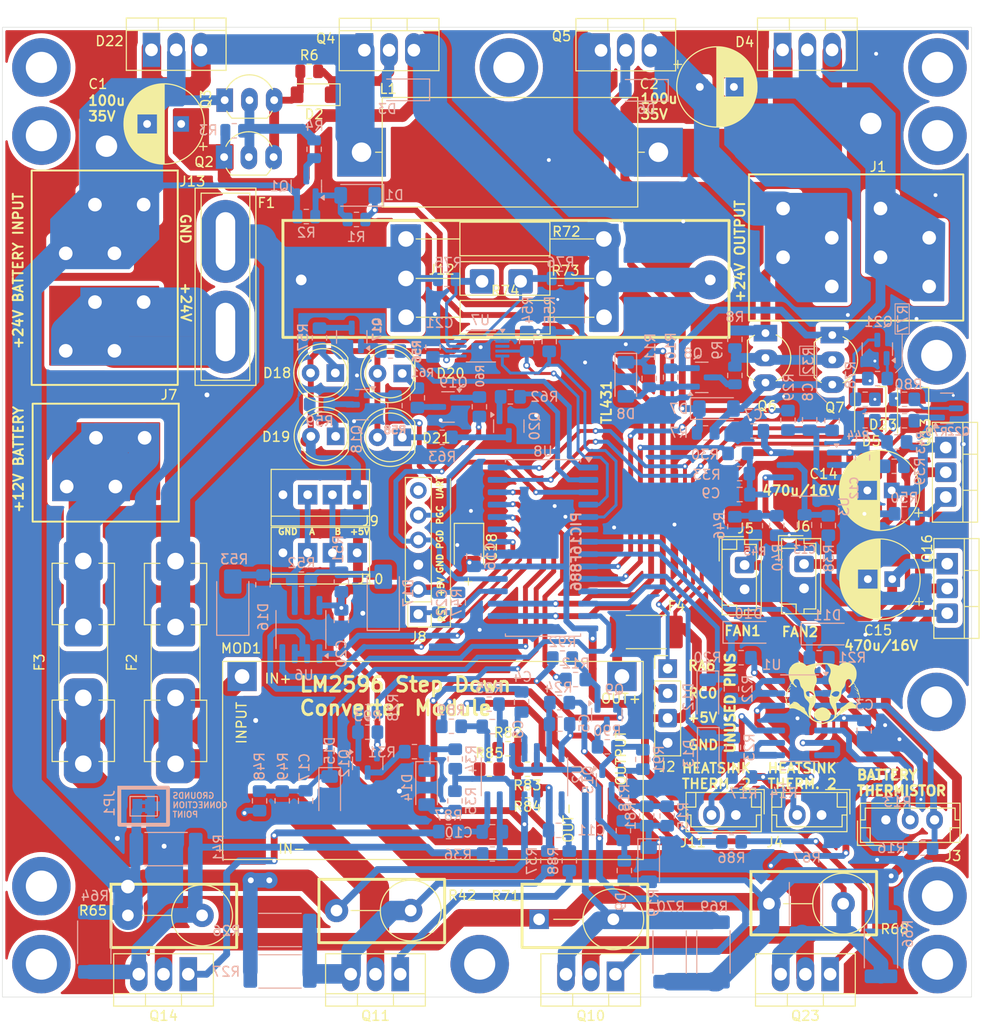
<source format=kicad_pcb>
(kicad_pcb (version 20240108) (generator "pcbnew") (generator_version "8.0")
  (layers (0 "F.Cu" signal) (31 "B.Cu" signal) (34 "B.Paste" user) (35 "F.Paste" user) (36 "B.SilkS" user "B.Silkscreen") (37 "F.SilkS" user "F.Silkscreen") (38 "B.Mask" user) (39 "F.Mask" user) (44 "Edge.Cuts" user))
  (net 0 "")
  (net 1 "GND")
  (net 2 "VOLTAGE_BATT_12V")
  (net 3 "UPDI")
  (net 4 "Net-(U2A--)")
  (net 5 "+5V")
  (net 6 "Net-(Q10-B)")
  (net 7 "Net-(U2B--)")
  (net 8 "Net-(Q19-B)")
  (net 9 "Net-(Q20-B)")
  (net 10 "TEMP_HEAT_SINK_12V")
  (net 11 "TEMP_HEAT_SINK_24V")
  (net 12 "TEMP_AKU_24V")
  (net 13 "TEMP_AKU_12V")
  (net 14 "Net-(U3A-+)")
  (net 15 "DC_LINE_24V")
  (net 16 "Net-(U3B-+)")
  (net 17 "Net-(Q16-B)")
  (net 18 "Net-(Q17-C)")
  (net 19 "Net-(Q17-B)")
  (net 20 "Net-(Q18-B)")
  (net 21 "Net-(U2C--)")
  (net 22 "Net-(U2D--)")
  (net 23 "BALANCE_ON_24V")
  (net 24 "BALANCE_ON_12V")
  (net 25 "Net-(U3A--)")
  (net 26 "Net-(U3B--)")
  (net 27 "Net-(J6-Pin_1)")
  (net 28 "PWM_OUT1")
  (net 29 "Net-(J5-Pin_1)")
  (net 30 "PWM_OUT2")
  (net 31 "Net-(D1-A)")
  (net 32 "Net-(D2-K)")
  (net 33 "Net-(D5-K)")
  (net 34 "Net-(Q4-D)")
  (net 35 "Net-(Q5-D)")
  (net 36 "Net-(D6-A)")
  (net 37 "Net-(C13-Pad1)")
  (net 38 "Net-(D8-A)")
  (net 39 "Net-(D14-K)")
  (net 40 "/BMS_microcontroller/RS485_A")
  (net 41 "/BMS_microcontroller/RS485_B")
  (net 42 "Net-(D18-K)")
  (net 43 "Net-(D19-K)")
  (net 44 "Net-(D20-K)")
  (net 45 "Net-(D21-K)")
  (net 46 "Net-(J7-Pin_1)")
  (net 47 "Net-(D2-A)")
  (net 48 "Net-(D7-A)")
  (net 49 "Net-(Q9-C)")
  (net 50 "Net-(Q9-B)")
  (net 51 "Net-(Q10-E)")
  (net 52 "Net-(Q12-B)")
  (net 53 "RST")
  (net 54 "Net-(Q12-C)")
  (net 55 "Net-(Q14-E)")
  (net 56 "SDA")
  (net 57 "CLOCK")
  (net 58 "RS485_OUTPUT_ENABLE")
  (net 59 "RS232_RX")
  (net 60 "RS232_TX")
  (net 61 "Net-(Q18-C)")
  (net 62 "Net-(Q19-C)")
  (net 63 "Net-(Q20-C)")
  (net 64 "Net-(U1B--)")
  (net 65 "Net-(U1A--)")
  (net 66 "Net-(U1D--)")
  (net 67 "unconnected-(J8-Pin_6-Pad6)")
  (net 68 "LED1_PA7")
  (net 69 "DBG_UART")
  (net 70 "Net-(U1C--)")
  (net 71 "+BATT_12V")
  (net 72 "GNDA")
  (net 73 "Net-(D9-K)")
  (net 74 "Net-(R40-Pad2)")
  (net 75 "+BATT_24V")
  (net 76 "Net-(R39-Pad2)")
  (net 77 "Net-(C12-Pad1)")
  (net 79 "Net-(Q14-B)")
  (net 80 "Net-(Q23-B)")
  (net 81 "Net-(Q23-E)")
  (net 82 "Net-(J3-Pin_2)")
  (net 83 "Net-(J3-Pin_3)")
  (net 84 "Net-(J4-Pin_2)")
  (net 85 "Net-(J11-Pin_2)")
  (net 86 "PWM_OUT_DISCH")
  (net 87 "Net-(Q1-C)")
  (net 88 "Net-(Q2-B)")
  (net 89 "LED2_PC1")
  (net 90 "PWM_OUT_CHRG")
  (net 91 "Net-(Q6-B)")
  (net 92 "Net-(Q8-C)")
  (net 93 "Net-(Q11-B)")
  (net 94 "Net-(Q11-E)")
  (net 95 "R_shunt_L")
  (net 96 "R_shunt_H")
  (net 97 "Net-(J13-Pin_3)")
  (net 98 "Net-(D3-K)")
  (net 99 "Net-(F1-Pad2)")
  (net 100 "Net-(D23-K)")
  (net 101 "Net-(Q21-C)")
  (net 102 "Net-(MOD1-OUT+)")
  (net 103 "Net-(Q21-B)")
  (net 104 "Net-(Q22-C)")
  (net 105 "Net-(Q22-B)")
  (net 106 "Net-(C5-Pad1)")
  (net 107 "Net-(C6-Pad1)")
  (net 108 "Net-(C10-Pad1)")
  (net 109 "Net-(C11-Pad1)")
  (net 110 "LED4_PA5")
  (net 111 "LED3_PA6")
  (net 112 "Net-(Q15-C)")
  (net 113 "Net-(Q15-B)")
  (net 114 "Net-(U2A-+)")
  (net 115 "Net-(U2C-+)")
  (net 116 "Net-(Q13-B)")
  (footprint "Resistor_THT:R_Axial_DIN0309_L9.0mm_D3.2mm_P20.32mm_Horizontal" (layer "F.Cu") (at 198.43 76.65)
    (property "Reference" "R73")
    (property "Value" "20A/75mV")
  )
  (footprint "My-Footprints-connectors:Flat-6,3mm-connector-4P" (layer "F.Cu") (at 175 65.575 -90)
    (property "Reference" "J13")
    (property "Value" "BATT_IN")
  )
  (footprint "LED_THT:LED_D5.0mm" (layer "F.Cu") (at 191.175 86.35 180)
    (property "Reference" "D18")
    (property "Value" "LED")
  )
  (footprint "Connector_JST:JST_EH_B2B-EH-A_1x02_P2.50mm_Vertical" (layer "F.Cu") (at 232.3 131.7 180)
    (property "Reference" "J11")
    (property "Value" "HEATSING_TEMP1")
  )
  (footprint "LED_THT:LED_D5.0mm" (layer "F.Cu") (at 198.05 86.4 180)
    (property "Reference" "D20")
    (property "Value" "LED")
  )
  (footprint "My-Footprints:TO-220-3_V_Thick_Pads" (layer "F.Cu") (at 241.98 148.035 180)
    (property "Reference" "Q23")
    (property "Value" "TIP41C")
  )
  (footprint "Connector_JST:JST_EH_B2B-EH-A_1x02_P2.50mm_Vertical" (layer "F.Cu") (at 239.3 105.95 -90)
    (property "Reference" "J6")
    (property "Value" "FAN2")
  )
  (footprint "Resistor_SMD:R_0805_2012Metric_Pad1.20x1.40mm_HandSolder" (layer "F.Cu") (at 208.9 124.9)
    (property "Reference" "R82")
    (property "Value" "1M")
  )
  (footprint "Connector_PinHeader_2.54mm:PinHeader_1x06_P2.54mm_Vertical" (layer "F.Cu") (at 199.7 111.1 180)
    (property "Reference" "J8")
    (property "Value" "ICP")
  )
  (footprint "Connector_JST:JST_EH_B2B-EH-A_1x02_P2.50mm_Vertical" (layer "F.Cu") (at 233.2 106.05 -90)
    (property "Reference" "J5")
    (property "Value" "FAN1")
  )
  (footprint "My-Footprints-connectors:Flat-6,3mm-connector-4P" (layer "F.Cu") (at 233.65 65.975)
    (property "Reference" "J1")
    (property "Value" "BATT_OUT")
  )
  (footprint "My-Footprints:TO-220-3_V_Thick_Pads" (layer "F.Cu") (at 172.3 53.2)
    (property "Reference" "D22")
    (property "Value" "D_Schottky_Dual_CommonAnode_KAK_Parallel")
  )
  (footprint "Resistor_THT:R_Axial_DIN0617_L17.0mm_D6.0mm_P7.62mm_Vertical" (layer "F.Cu") (at 243.32 140.8 180)
    (property "Reference" "R68")
    (property "Value" "0R1")
  )
  (footprint "My-Footprints:TO-220-3_V_Thick_Pads" (layer "F.Cu") (at 194.16 53.2325)
    (property "Reference" "Q4")
    (property "Value" "PMOS")
  )
  (footprint "Resistor_THT:R_Axial_DIN0309_L9.0mm_D3.2mm_P20.32mm_Horizontal" (layer "F.Cu") (at 198.45 80.63)
    (property "Reference" "R74")
    (property "Value" "20A/75mV")
  )
  (footprint "Connector_JST:JST_EH_B3B-EH-A_1x03_P2.50mm_Vertical" (layer "F.Cu") (at 247.7 132.2)
    (property "Reference" "J3")
    (property "Value" "Conn_01x03")
  )
  (footprint "Resistor_SMD:R_0805_2012Metric_Pad1.20x1.40mm_HandSolder" (layer "F.Cu") (at 210.9 129.2 180)
    (property "Reference" "R84")
    (property "Value" "1M")
  )
  (footprint "graphic:honeybadger2" (layer "F.Cu") (at 241.2 119.2)
    (property "Reference" "G***" (hide yes))
    (property "Value" "LOGO" (hide yes))
  )
  (footprint "Resistor_THT:R_Axial_DIN0309_L9.0mm_D3.2mm_P20.32mm_Horizontal" (layer "F.Cu") (at 198.43 72.6)
    (property "Reference" "R72")
    (property "Value" "20A/75mV")
  )
  (footprint "Diode_SMD:D_MiniMELF" (layer "F.Cu") (at 189 57.8 180)
    (property "Reference" "D2")
    (property "Value" "LL4148" (hide yes))
  )
  (footprint "Resistor_THT:R_Axial_DIN0617_L17.0mm_D6.0mm_P7.62mm_Vertical" (layer "F.Cu") (at 177.5 142 180)
    (property "Reference" "R65")
    (property "Value" "0R1")
  )
  (footprint "My-Footprints:TO-92_Inline_Wide" (layer "F.Cu") (at 179.76 64.2)
    (property "Reference" "Q2")
    (property "Value" "BC337")
  )
  (footprint "Capacitor_THT:CP_Radial_D8.0mm_P2.50mm" (layer "F.Cu") (at 248.352651 107.5 180)
    (property "Reference" "C15")
    (property "Value" "470u/16V")
  )
  (footprint "My-Footprints:TO-220-3_Vertical-little-bigger pads" (layer "F.Cu") (at 253.85 93.995 -90)
    (property "Reference" "Q13")
    (property "Value" "BD238")
  )
  (footprint "Inductor_THT:L_Axial_L26.0mm_D11.0mm_P30.48mm_Horizontal_Fastron_77A" (layer "F.Cu") (at 193.87 63.7)
    (property "Reference" "L1")
    (property "Value" "L")
  )
  (footprint "Fuse:Fuse_2512_6332Metric_Pad1.52x3.35mm_HandSolder" (layer "F.Cu") (at 223.1 112.925)
    (property "Reference" "F4")
    (property "Value" "2A")
  )
  (footprint "Capacitor_THT:CP_Radial_D8.0mm_P3.50mm" (layer "F.Cu") (at 175.352651 60.8 180)
    (property "Reference" "C1")
    (property "Value" "100u/35V")
  )
  (footprint "My-Footprints:Fuse_Blade_ATO_directSolder" (layer "F.Cu") (at 179.9 82.15 90)
    (property "Reference" "F1")
    (property "Value" "6,3A")
  )
  (footprint "LED_THT:LED_D5.0mm" (layer "F.Cu") (at 191.21 92.85 180)
    (property "Reference" "D19")
    (property "Value" "LED")
  )
  (footprint "Connector_Hirose:Hirose_DF63M-2P-3.96DSA_1x02_P3.96mm_Vertical" (layer "F.Cu") (at 210.2 76.95 180)
    (property "Reference" "J12")
    (property "Value" "External Current Shunt")
  )
  (footprint "My-Footprints-connectors:Conn-01x04-N25-W4P" (layer "F.Cu") (at 194.79 108 180)
    (property "Reference" "J10")
    (property "Value" "RS485")
  )
  (footprint "My-Footprints-connectors:Flat-6,3mm-connector-2P" (layer "F.Cu") (at 175.1 89.5 -90)
    (property "Reference" "J7")
    (property "Value" "BATT_12V")
  )
  (footprint "LED_SMD:LED_PLCC-2_3.4x3.0mm_KA" (layer "F.Cu") (at 246.1 90.15 -90)
    (property "Reference" "D5")
    (property "Value" "LED")
  )
  (footprint "Connector_JST:JST_EH_B2B-EH-A_1x02_P2.50mm_Vertical" (layer "F.Cu") (at 241.1 131.7 180)
    (property "Reference" "J4")
    (property "Value" "HEATSING_TEMP1")
  )
  (footprint "My-Footprints:TO-220-3_V_Thick_Pads" (layer "F.Cu") (at 218.46 53.25)
    (property "Reference" "Q5")
    (property "Value" "PMOS")
  )
  (footprint "Capacitor_Tantalum_SMD:CP_EIA-3528-21_Kemet-B" (layer "F.Cu") (at 204.9 104.2375 -90)
    (property "Reference" "C18")
    (property "Value" "100u/6,3V (JA8)")
  )
  (footprint "LED_THT:LED_D5.0mm" (layer "F.Cu") (at 198.05 92.95 180)
    (property "Reference" "D21")
    (property "Value" "LED")
  )
  (footprint "Capacitor_THT:CP_Radial_D8.0mm_P3.50mm" (layer "F.Cu") (at 228.6 57)
    (property "Reference" "C2")
    (property "Value" "100u/35V")
  )
  (footprint "My-Footprints:TO-220-3_V_Thick_Pads" (layer "F.Cu") (at 219.94 148.035 180)
    (property "Reference" "Q10")
    (property "Value" "TIP41C")
  )
  (footprint "Capacitor_THT:CP_Radial_D8.0mm_P2.50mm" (layer "F.Cu") (at 248.3 98.4 180)
    (property "Reference" "C14")
    (property "Value" "470u/16V")
  )
  (footprint "My-Footprints:TO-220-3_V_Thick_Pads" (layer "F.Cu") (at 176.08 148.035 180)
    (property "Reference" "Q14")
    (property "Value" "TIP41C")
  )
  (footprint "Resistor_SMD:R_0805_2012Metric_Pad1.20x1.40mm_HandSolder" (layer "F.Cu") (at 207 127)
    (property "Reference" "R85")
    (property "Value" "1M")
  )
  (footprint "LED_SMD:LED_PLCC-2_3.4x3.0mm_KA" (layer "F.Cu") (at 250.5 90.25 -90)
    (property "Reference" "D23")
    (property "Value" "LED")
  )
  (footprint "My-Footprints:TO-92_Inline_Wide" (layer "F.Cu") (at 242.2 82.46 -90)
    (property "Reference" "Q7")
    (property "Value" "BC327")
  )
  (footprint "My-Footprints:TO-92_Inline_Wide" (layer "F.Cu") (at 235.34 82.26 -90)
    (property "Reference" "Q6")
    (property "Value" "BC337")
  )
  (footprint "My-Footprints:TO-220-3_V_Thick_Pads" (layer "F.Cu") (at 237.1 53.2)
    (property "Reference" "D4")
    (property "Value" "D_Schottky_Dual_CommonAnode_KAK_Parallel")
  )
  (footprint "Resistor_THT:R_Axial_DIN0617_L17.0mm_D6.0mm_P7.62mm_Vertical" (layer "F.Cu") (at 198.92 141.5 180)
    (property "Reference" "R42")
    (property "Value" "0R1")
  )
  (footprint "My-Footprints:Fuseholder_Clip-5x20mm_Eaton_1A5601-01_Inline_P20.80x6.76mm_D1.70mm_Horizontal" (layer "F.Cu") (at 165.3 126.44 90)
    (property "Reference" "F3")
    (property "Value" "6,3A")
  )
  (footprint "Connector_PinHeader_2.54mm:PinHeader_1x04_P2.54mm_Vertical" (layer "F.Cu") (at 225.3 116.68)
    (property "Reference" "J2")
    (property "Value" "Conn_01x04")
  )
  (footprint "Resistor_THT:R_Axial_DIN0617_L17.0mm_D6.0mm_P7.62mm_Vertical" (layer "F.Cu") (at 219.72 142.4 180)
    (property "Reference" "R71")
    (property "Value" "0R1")
  )
  (footprint "My-Footprints:TO-220-3_V_Thick_Pads" (layer "F.Cu") (at 197.84 148.035 180)
    (property "Reference" "Q11")
    (property "Value" "TIP41C")
  )
  (footprint "My-Footprints-converters-modules:LM2596-Step-Down-Conv" (layer "F.Cu") (at 179.605 136.265 90)
    (property "Reference" "MOD1")
    (property "Value" "LM2596-Step-Down")
  )
  (footprint "My-Footprints-connectors:Conn-01x04-N25-W4P" (layer "F.Cu") (at 194.79 102.04 180)
    (property "Reference" "J9")
    (property "Value" "RS485")
  )
  (footprint "Resistor_SMD:R_0805_2012Metric_Pad1.20x1.40mm_HandSolder" (layer "F.Cu") (at 210.9 127 180)
    (property "Reference" "R83")
    (property "Value" "1M")
  )
  (footprint "Resistor_SMD:R_0805_2012Metric" (layer "F.Cu") (at 188.5 55.4)
    (property "Reference" "R6")
    (property "Value" "1k" (hide yes))
  )
  (footprint "My-Footprints:TO-92_Inline_Wide" (layer "F.Cu") (at 179.82 58.36)
    (property "Reference" "Q3")
    (property "Value" "BC327")
  )
  (footprint "My-Footprints:Resistor-Power-5W-L22-W10" (layer "F.Cu") (at 185.675 76.8)
    (property "Reference" "R5" (hide yes))
    (property "Value" "20A/75mV")
  )
  (footprint "My-Footprints:TO-220-3_Vertical-little-bigger pads" (layer "F.Cu") (at 254 105.92 -90)
    (property "Reference" "Q16")
    (property "Value" "BD238")
  )
  (footprint "My-Footprints:Fuseholder_Clip-5x20mm_Eaton_1A5601-01_Inline_P20.80x6.76mm_D1.70mm_Horizontal" (layer "F.Cu") (at 174.775 126.45 90)
    (property "Reference" "F2")
    (property "Value" "2A")
  )
  (footprint "Resistor_SMD:R_2512_6332Metric_Pad1.40x3.35mm_HandSolder" (layer "B.Cu") (at 247.2 145.2 90)
    (property "Reference" "R66")
    (property "Value" "0R1")
  )
  (footprint "Resistor_SMD:R_0805_2012Metric_Pad1.20x1.40mm_HandSolder" (layer "B.Cu") (at 213 136.4 -90)
    (property "Reference" "R37")
    (property "Value" "1k")
  )
  (footprint "Capacitor_SMD:C_0805_2012Metric_Pad1.18x1.45mm_HandSolder" (layer "B.Cu") (at 239.88 91.18 90)
    (property "Reference" "C8")
    (property "Value" "1u")
  )
  (footprint "Capacitor_SMD:C_0805_2012Metric_Pad1.18x1.45mm_HandSolder" (layer "B.Cu") (at 234.1 92.3 180)
    (property "Reference" "C7")
    (property "Value" "100n")
  )
  (footprint "Capacitor_SMD:C_0805_2012Metric_Pad1.18x1.45mm_HandSolder" (layer "B.Cu") (at 205.4 105.15 90)
    (property "Reference" "C16")
    (property "Value" "100n")
  )
  (footprint "Package_TO_SOT_SMD:SOT-23" (layer "B.Cu") (at 219.05 121.4 -90)
    (property "Reference" "Q9")
    (property "Value" "BC817")
  )
  (footprint "Package_SO:SO-8_3.9x4.9mm_P1.27mm" (layer "B.Cu") (at 239.945 96.425 180)
    (property "Reference" "U3")
    (property "Value" "LM358")
  )
  (footprint "Resistor_SMD:R_0805_2012Metric_Pad1.20x1.40mm_HandSolder" (layer "B.Cu") (at 231.85 134.45)
    (property "Reference" "R86")
    (property "Value" "1k")
  )
  (footprint "Resistor_SMD:R_0805_2012Metric_Pad1.20x1.40mm_HandSolder" (layer "B.Cu") (at 232.045 124.76 90)
    (property "Reference" "R23")
    (property "Value" "1k")
  )
  (footprint "Package_TO_SOT_SMD:SOT-23" (layer "B.Cu") (at 219.5375 128.1 -90)
    (property "Reference" "Q15")
    (property "Value" "BC807")
  )
  (footprint "Resistor_SMD:R_0805_2012Metric" (layer "B.Cu") (at 229.2 92.5 180)
    (property "Reference" "R7")
    (property "Value" "100R")
  )
  (footprint "Resistor_SMD:R_0805_2012Metric_Pad1.20x1.40mm_HandSolder" (layer "B.Cu") (at 191.8 107.8 90)
    (property "Reference" "R51")
    (property "Value" "510R")
  )
  (footprint "Resistor_SMD:R_0805_2012Metric_Pad1.20x1.40mm_HandSolder" (layer "B.Cu") (at 205.9686 89.8144 -90)
    (property "Reference" "R60")
    (property "Value" "10K")
  )
  (footprint "Resistor_SMD:R_0805_2012Metric" (layer "B.Cu") (at 180.8 61.5 180)
    (property "Reference" "R3")
    (property "Value" "10k")
  )
  (footprint "Capacitor_SMD:C_0805_2012Metric_Pad1.18x1.45mm_HandSolder" (layer "B.Cu") (at 232.6925 98.82 180)
    (property "Reference" "C9")
    (property "Value" "1u")
  )
  (footprint "Resistor_SMD:R_2512_6332Metric_Pad1.40x3.35mm_HandSolder" (layer "B.Cu") (at 239.5 140.8 90)
    (property "Reference" "R67")
    (property "Value" "0R1")
  )
  (footprint "Resistor_SMD:R_0805_2012Metric_Pad1.20x1.40mm_HandSolder" (layer "B.Cu") (at 203.46 130.255 90)
    (property "Reference" "R35")
    (property "Value" "120R")
  )
  (footprint "Capacitor_SMD:C_0805_2012Metric_Pad1.18x1.45mm_HandSolder" (layer "B.Cu") (at 207.3 122.63)
    (property "Reference" "C6")
    (property "Value" "1n")
  )
  (footprint "Resistor_SMD:R_0805_2012Metric_Pad1.20x1.40mm_HandSolder" (layer "B.Cu") (at 220.85 137.4 90)
    (property "Reference" "R19")
    (property "Value" "2k2")
  )
  (footprint "Capacitor_SMD:C_0805_2012Metric_Pad1.18x1.45mm_HandSolder" (layer "B.Cu") (at 214.1 133.275 180)
    (property "Reference" "C11")
    (property "Value" "1n")
  )
  (footprint "Resistor_SMD:R_0805_2012Metric_Pad1.20x1.40mm_HandSolder" (layer "B.Cu") (at 225.25 131.8 90)
    (property "Reference" "R15")
    (property "Value" "2k2")
  )
  (footprint "Package_SO:VSSOP-10_3x3mm_P0.5mm" (layer "B.Cu") (at 206.125 83.61 180)
    (property "Reference" "U7")
    (property "Value" "INA226")
  )
  (footprint "Resistor_SMD:R_0805_2012Metric_Pad1.20x1.40mm_HandSolder" (layer "B.Cu") (at 196.85 84.1)
    (property "Reference" "R56")
    (property "Value" "10K")
  )
  (footprint "Package_TO_SOT_SMD:SOT-23" (layer "B.Cu") (at 208.9875 91.8 -90)
    (property "Reference" "Q20")
    (property "Value" "BC817")
  )
  (footprint "Capacitor_SMD:C_0805_2012Metric_Pad1.18x1.45mm_HandSolder" (layer "B.Cu") (at 214.2 122.375 180)
    (property "Reference" "C5")
    (property "Value" "1n")
  )
  (footprint "Resistor_SMD:R_0805_2012Metric_Pad1.20x1.40mm_HandSolder" (layer "B.Cu") (at 240.845 115.56 180)
    (property "Reference" "R21")
    (property "Value" "1k")
  )
  (footprint "Package_SO:SOIC-14_3.9x8.7mm_P1.27mm" (layer "B.Cu") (at 238.845 121.76 180)
    (property "Reference" "U1")
    (property "Value" "LM324")
  )
  (footprint "Diode_SMD:D_MiniMELF" (layer "B.Cu") (at 223.35 136.8 -90)
    (property "Reference" "D9")
    (property "Value" "3V3")
  )
  (footprint "Diode_SMD:D_MiniMELF" (layer "B.Cu") (at 229.4225 119.5825 -90)
    (property "Reference" "D12")
    (property "Value" "3V3")
  )
  (footprint "Resistor_SMD:R_0805_2012Metric_Pad1.20x1.40mm_HandSolder" (layer "B.Cu") (at 220.75 133.3 90)
    (property "Reference" "R18")
    (property "Value" "33k")
  )
  (footprint "Resistor_SMD:R_0805_2012Metric_Pad1.20x1.40mm_HandSolder" (layer "B.Cu") (at 232.9 127.8 180)
    (property "Reference" "R17")
    (property "Value" "150k")
  )
  (footprint "Resistor_SMD:R_0805_2012Metric" (layer "B.Cu") (at 232.2 86.6 90)
    (property "Reference" "R9")
    (property "Value" "1k")
  )
  (footprint "Jumper:SolderJumper-2_P1.3mm_Bridged2Bar_Pad1.0x1.5mm" (layer "B.Cu") (at 171.5 130.8 180)
    (property "Reference" "JP1")
    (property "Value" "GND_Bridged")
  )
  (footprint "Resistor_SMD:R_0805_2012Metric" (layer "B.Cu") (at 188.2 70.3)
    (property "Reference" "R2")
    (property "Value" "10k")
  )
  (footprint "Resistor_SMD:R_0805_2012Metric_Pad1.20x1.40mm_HandSolder" (layer "B.Cu") (at 237.65 91.2 -90)
    (property "Reference" "R29")
    (property "Value" "2k2")
  )
  (footprint "Resistor_SMD:R_0805_2012Metric_Pad1.20x1.40mm_HandSolder" (layer "B.Cu") (at 242.18 91.24 -90)
    (property "Reference" "R32")
    (property "Value" "100k")
  )
  (footprint "Resistor_SMD:R_0805_2012Metric_Pad1.20x1.40mm_HandSolder" (layer "B.Cu") (at 201.8 109.9 -90)
    (property "Reference" "R47")
    (property "Value" "10k")
  )
  (footprint "Resistor_SMD:R_0805_2012Metric_Pad1.20x1.40mm_HandSolder" (layer "B.Cu") (at 232.6925 96.67)
    (property "Reference" "R33")
    (property "Value" "100k")
  )
  (footprint "Resistor_SMD:R_0805_2012Metric_Pad1.20x1.40mm_HandSolder" (layer "B.Cu") (at 215.2 136.4 -90)
    (property "Reference" "R88")
    (property "Value" "1k")
  )
  (footprint "Resistor_SMD:R_2512_6332Metric_Pad1.40x3.35mm_HandSolder" (layer "B.Cu") (at 173.8 135.2 180)
    (property "Reference" "R41")
    (property "Value" "0R1")
  )
  (footprint "Package_TO_SOT_SMD:SOT-23" (layer "B.Cu") (at 253.9625 89.975)
    (property "Reference" "Q22")
    (property "Value" "BC817")
  )
  (footprint "Resistor_SMD:R_0805_2012Metric_Pad1.20x1.40mm_HandSolder" (layer "B.Cu") (at 241.79 102 90)
    (property "Reference" "R38")
    (property "Value" "1k")
  )
  (footprint "Resistor_SMD:R_0805_2012Metric_Pad1.20x1.40mm_HandSolder" (layer "B.Cu") (at 206.975 120.325 180)
    (property "Reference" "R25")
    (property "Value" "1k")
  )
  (footprint "Resistor_SMD:R_0805_2012Metric_Pad1.20x1.40mm_HandSolder" (layer "B.Cu") (at 215.85 117.8 180)
    (property "Reference" "R12")
    (property "Value" "10k")
  )
  (footprint "Resistor_SMD:R_0805_2012Metric_Pad1.20x1.40mm_HandSolder" (layer "B.Cu") (at 183.745 108.075 -90)
    (property "Reference" "R53")
    (property "Value" "510R")
  )
  (footprint "Resistor_SMD:R_2512_6332Metric_Pad1.40x3.35mm_HandSolder" (layer "B.Cu") (at 166.43 144.75 90)
    (property "Reference" "R64")
    (property "Value" "0R1")
  )
  (footprint "Resistor_SMD:R_0805_2012Metric_Pad1.20x1.40mm_HandSolder" (layer "B.Cu") (at 189.55 82.75 -90)
    (property "Reference" "R57")
    (property "Value" "220R")
  )
  (footprint "Diode_SMD:D_MiniMELF" (layer "B.Cu") (at 221 87 -90)
    (property "Reference" "D8")
    (property "Value" "LL4148")
  )
  (footprint "Diode_SMD:D_SMA" (layer "B.Cu") (at 180.65 109.75 90)
    (property "Reference" "D16")
    (property "Value" "D_TVS")
  )
  (footprint "Resistor_SMD:R_0805_2012Metric_Pad1.20x1.40mm_HandSolder" (layer "B.Cu") (at 249.625 89.05 180)
    (property "Reference" "R80")
    (property "Value" "220R")
  )
  (footprint "Resistor_SMD:R_0805_2012Metric_Pad1.20x1.40mm_HandSolder" (layer "B.Cu") (at 203.1 122.6 180)
    (property "Reference" "R89")
    (property "Value" "1k")
  )
  (footprint "Resistor_SMD:R_0805_2012Metric_Pad1.20x1.40mm_HandSolder" (layer "B.Cu") (at 232.5 94.6)
    (property "Reference" "R30")
    (property "Value" "2k2")
  )
  (footprint "Package_TO_SOT_SMD:SOT-23" (layer "B.Cu") (at 246.825 83.9 90)
    (property "Reference" "Q21")
    (property "Value" "BC817")
  )
  (footprint "Package_TO_SOT_SMD:SOT-23" (layer "B.Cu") (at 193.9 89.6 180)
    (property "Reference" "Q18")
    (property "Value" "BC817")
  )
  (footprint "Resistor_SMD:R_0805_2012Metric_Pad1.20x1.40mm_HandSolder" (layer "B.Cu") (at 209.15 88.8)
    (property "Reference" "R62")
    (property "Value" "10K")
  )
  (footprint "Resistor_SMD:R_0805_2012Metric" (layer "B.Cu") (at 232.2 82.9 90)
    (property "Reference" "R8")
    (property "Value" "10k")
  )
  (footprint "Capacitor_SMD:C_0805_2012Metric_Pad1.18x1.45mm_HandSolder" (layer "B.Cu") (at 203.8 109.9 -90)
    (property "Reference" "C22")
    (property "Value" "100n")
  )
  (footprint "Resistor_SMD:R_0805_2012Metric_Pad1.20x1.40mm_HandSolder" (layer "B.Cu") (at 214.5 115.6 180)
    (property "Reference" "R92")
    (property "Value" "100k")
  )
  (footprint "Diode_SMD:D_MiniMELF" (layer "B.Cu") (at 233.645 112.96)
    (property "Reference" "D10")
    (property "Value" "3V3")
  )
  (footprint "Resistor_SMD:R_2512_6332Metric_Pad1.40x3.35mm_HandSolder" (layer "B.Cu") (at 230 145.75 -90)
    (property "Reference" "R69")
    (property "Value" "0R1")
  )
  (footprint "Diode_SMD:D_MiniMELF" (layer "B.Cu") (at 198.2 57.3 180)
    (property "Reference" "D3")
    (property "Value" "18V")
  )
  (footprint "Resistor_SMD:R_0805_2012Metric" (layer "B.Cu") (at 202.63 76.74)
    (property "Reference" "R75")
    (property "Value" "0R")
  )
  (footprint "Diode_SMD:D_SMA" (layer "B.Cu") (at 196.1 109.25 90)
    (property "Reference" "D17")
    (property "Value" "D_TVS")
  )
  (footprint "Resistor_SMD:R_0805_2012Metric_Pad1.20x1.40mm_HandSolder" (layer "B.Cu") (at 202.8 133.4 180)
    (property "Reference" "R87")
    (property "Value" "1k")
  )
  (footprint "Resistor_SMD:R_0805_2012Metric_Pad1.20x1.40mm_HandSolder" (layer "B.Cu") (at 219.1 124.7 180)
    (property "Reference" "R90")
    (property "Value" "4k7")
  )
  (footprint "Capacitor_SMD:C_0805_2012Metric_Pad1.18x1.45mm_HandSolder" (layer "B.Cu") (at 188.125 130.25 -90)
    (property "Reference" "C17")
    (property "Value" "100n")
  )
  (footprint "Resistor_SMD:R_0805_2012Metric_Pad1.20x1.40mm_HandSolder" (layer "B.Cu") (at 222.75 126 90)
    (property "Reference" "R91")
    (property "Value" "100k")
  )
  (footprint "Resistor_SMD:R_0805_2012Metric" (layer "B.Cu") (at 223.4 86.9 -90)
    (property "Reference" "R11")
    (property "Value" "4k7")
  )
  (footprint "Package_SO:SOIC-28W_7.5x17.9mm_P1.27mm" (layer "B.Cu") (at 212.5 104.3 180)
    (property "Reference" "U8")
    (property "Value" "AVR64DD28")
  )
  (footprint "Resistor_SMD:R_0805_2012Metric_Pad1.20x1.40mm_HandSolder" (layer "B.Cu") (at 231.845 118.76 90)
    (property "Reference" "R22")
    (property "Value" "1k")
  )
  (footprint "Diode_SMD:D_MiniMELF" (layer "B.Cu") (at 230.3 90)
    (property "Reference" "D7")
    (property "Value" "LL4148")
  )
  (footprint "Resistor_SMD:R_0805_2012Metric_Pad1.20x1.40mm_HandSolder" (layer "B.Cu") (at 199.3 125.2 180)
    (property "Reference" "R31")
    (property "Value" "120R")
  )
  (footprint "Resistor_SMD:R_0805_2012Metric" (layer "B.Cu") (at 189 63.4 90)
    (property "Reference" "R4")
    (property "Value" "1k")
  )
  (footprint "Capacitor_SMD:C_0805_2012Metric_Pad1.18x1.45mm_HandSolder" (layer "B.Cu") (at 191.8 111.7 -90)
    (property "Reference" "C20")
    (property "Value" "100n")
  )
  (footprint "Diode_SMD:D_MiniMELF" (layer "B.Cu") (at 193.4775 68.1225 180)
    (property "Reference" "D1")
    (property "Value" "LL4148")
  )
  (footprint "Capacitor_SMD:C_0805_2012Metric_Pad1.18x1.45mm_HandSolder" (layer "B.Cu") (at 245.3 95.03 -90)
    (property "Reference" "C12")
    (property "Value" "100n")
  )
  (footprint "Resistor_SMD:R_0805_2012Metric" (layer "B.Cu") (at 214.3 76.65 180)
    (property "Reference" "R76")
    (property "Value" "0R")
  )
  (footprint "Diode_SMD:D_MiniMELF" (layer "B.Cu") (at 190.6 129.5 -90)
    (property "Reference" "D15")
    (property "Value" "3V3")
  )
  (footprint "Resistor_SMD:R_0805_2012Metric_Pad1.20x1.40mm_HandSolder" (layer "B.Cu") (at 210.825 83.1 -90)
    (property "Reference" "R54")
    (property "Value" "10k")
  )
  (footprint "Resistor_SMD:R_2512_6332Metric_Pad1.40x3.35mm_HandSolder" (layer "B.Cu") (at 185.5 147.75 180)
    (property "Reference" "R27")
    (property "Value" "0R1")
  )
  (footprint "Resistor_SMD:R_0805_2012Metric_Pad1.20x1.40mm_HandSolder" (layer "B.Cu") (at 207.3 135.7 180)
    (property "Reference" "R36")
    (property "Value" "1k")
  )
  (footprint "Package_TO_SOT_SMD:SOT-23" (layer "B.Cu") (at 192.8625 82.65 90)
    (property "Reference" "Q17")
    (property "Value" "BC817")
  )
  (footprint "Resistor_SMD:R_0805_2012Metric_Pad1.20x1.40mm_HandSolder" (layer "B.Cu") (at 197.3 89.7 -90)
    (property "Reference" "R58")
    (property "Value" "10K")
  )
  (footprint "Resistor_SMD:R_0805_2012Metric_Pad1.20x1.40mm_HandSolder" (layer "B.Cu") (at 251.5 135.1)
    (property "Reference" "R16")
    (property "Value" "150k")
  )
  (footprint "Capacitor_SMD:C_0805_2012Metric_Pad1.18x1.45mm_HandSolder" (layer "B.Cu") (at 207.3 133.425)
    (property "Reference" "C10")
    (property "Value" "1n")
  )
  (footprint "Resistor_SMD:R_0805_2012Metric_Pad1.20x1.40mm_HandSolder" (layer "B.Cu") (at 189.55 89.55 180)
    (property "Reference" "R59")
    (property "Value" "220R")
  )
  (footprint "Resistor_SMD:R_0805_2012Metric_Pad1.20x1.40mm_HandSolder" (layer "B.Cu") (at 185.725 130.25 -90)
    (property "Reference" "R49")
    (property "Value" "1k5")
  )
  (footprint "Package_TO_SOT_SMD:SOT-23" (layer "B.Cu") (at 228.8 86.8)
    (property "Reference" "Q8")
    (property "Value" "BC817")
  )
  (footprint "Capacitor_SMD:C_0805_2012Metric_Pad1.18x1.45mm_HandSolder" (layer "B.Cu") (at 210.3 120.1 90)
    (property "Reference" "C4")
    (property "Value" "100n")
  )
  (footprint "Package_SO:SOIC-8_3.9x4.9mm_P1.27mm" (layer "B.Cu") (at 187.645 112.675 90)
    (property "Reference" "U6")
    (property "Value" "ST485")
  )
  (footprint "Resistor_SMD:R_0805_2012Metric_Pad1.20x1.40mm_HandSolder" (layer "B.Cu") (at 183.4 130.25 90)
    (property "Reference" "R48")
    (property "Value" "6k8")
  )
  (footprint "Resistor_SMD:R_0805_2012Metric_Pad1.20x1.40mm_HandSolder" (layer "B.Cu") (at 245.575 91.25)
    (property "Reference" "R44")
    (property "Value" "6k2")
  )
  (footprint "Package_SO:SOIC-14_3.9x8.7mm_P1.27mm" (layer "B.Cu") (at 210.6 127.775 -90)
    (property "Reference" "U2")
    (property "Value" "LM324")
  )
  (footprint "Resistor_SMD:R_0805_2012Metric_Pad1.20x1.40mm_HandSolder" (layer "B.Cu") (at 202.15 92.95 180)
    (property "Reference" "R63")
    (property "Value" "220R")
  )
  (footprint "Package_TO_SOT_SMD:SOT-23" (layer "B.Cu") (at 202.75 89.8375 180)
    (property "Reference" "Q19")
    (property "Value" "BC817")
  )
  (footprint "Resistor_SMD:R_0805_2012Metric_Pad1.20x1.40mm_HandSolder" (layer "B.Cu") (at 237.2 127.8)
    (property "Reference" "R14")
    (property "Value" "150k")
  )
  (footprint "Resistor_SMD:R_0805_2012Metric_Pad1.20x1.40mm_HandSolder" (layer "B.Cu") (at 249.6 100.8 180)
    (property "Reference" "R50")
    (property "Value" "1k")
  )
  (footprint "Diode_SMD:D_MiniMELF" (layer "B.Cu") (at 241.6675 113.1375)
    (property "Reference" "D11")
    (property "Value" "3V3")
  )
  (footprint "Resistor_SMD:R_0805_2012Metric_Pad1.20x1.40mm_HandSolder" (layer "B.Cu") (at 199.6 88.9 90)
    (property "Reference" "R61")
    (property "Value" "220R")
  )
  (footprint "Resistor_SMD:R_0805_2012Metric_Pad1.20x1.40mm_HandSolder" (layer "B.Cu") (at 232.2 102.1 90)
    (property "Reference" "R46")
    (property "Value" "6k2")
  )
  (footprint "Resistor_SMD:R_0805_2012Metric_Pad1.20x1.40mm_HandSolder" (layer "B.Cu") (at 248.56 95.92)
    (property "Reference" "R39")
    (property "Value" "0R")
  )
  (footprint "Resistor_SMD:R_2512_6332Metric_Pad1.40x3.35mm_HandSolder" (layer "B.Cu") (at 185.5 143.5 180)
    (property "Reference" "R26")
    (property "Value" "0R1")
  )
  (footprint "Resistor_SMD:R_0805_2012Metric" (layer "B.Cu") (at 225.6 86.8 -90)
    (property "Reference" "R10")
    (property "Value" "10k")
  )
  (footprint "Capacitor_SMD:C_0805_2012Metric_Pad1.18x1.45mm_HandSolder" (layer "B.Cu") (at 245.47 123.04 -90)
    (property "Reference" "C3")
    (property "Value" "100n")
  )
  (footprint "Resistor_SMD:R_2512_6332Metric_Pad1.40x3.35mm_HandSolder" (layer "B.Cu") (at 225.5 145.75 -90)
    (property "Reference" "R70")
    (property "Value" "0R1")
  )
  (footprint "Resistor_SMD:R_0805_2012Metric_Pad1.20x1.40mm_HandSolder" (layer "B.Cu") (at 187.7 107.5 180)
    (property "Reference" "R52")
    (property "Value" "120R")
  )
  (footprint "Resistor_SMD:R_0805_2012Metric_Pad1.20x1.40mm_HandSolder" (layer "B.Cu") (at 194.5 121.1)
    (property "Reference" "R28")
    (property "Value" "4,7k")
  )
  (footprint "Resistor_SMD:R_0805_2012Metric_Pad1.20x1.40mm_HandSolder" (layer "B.Cu") (at 246.85 86.925 180)
    (property "Reference" "R77")
    (property "Value" "10K")
  )
  (footprint "Diode_SMD:D_MiniMELF" (layer "B.Cu") (at 200.55 128.885 -90)
    (property "Reference" "D14")
    (property "Value" "3V3")
  )
  (footprint "Resistor_SMD:R_0805_2012Metric_Pad1.20x1.40mm_HandSolder" (layer "B.Cu") (at 234.3 102.01 -90)
    (property "Reference" "R45")
    (property "Value" "10k")
  )
  (footprint "Package_TO_SOT_SMD:SOT-23" (layer "B.Cu") (at 194.5 126.4 -90)
    (property "Reference" "Q12")
    (property "Value" "BC807")
  )
  (footprint "Capacitor_SMD:C_0805_2012Metric_Pad1.18x1.45mm_HandSolder" (layer "B.Cu") (at 239.35 101.94 -90)
    (property "Reference" "C13")
    (property "Value" "100n")
  )
  (footprint "Resistor_SMD:R_0805_2012Metric_Pad1.20x1.40mm_HandSolder" (layer "B.Cu") (at 201.2 83.7 90)
    (property "Reference" "C21")
    (property "Value" "100n")
  )
  (footprint "Resistor_SMD:R_0805_2012Metric_Pad1.20x1.40mm_HandSolder" (layer "B.Cu") (at 245.575 89.05)
    (property "Reference" "R78")
    (property "Value" "220R")
  )
  (footprint "Diode_SMD:D_MiniMELF" (layer "B.Cu") (at 222.7 57.35 180)
    (property "Reference" "D6")
    (property "Value" "18V")
  )
  (footprint "Resistor_SMD:R_0805_2012Metric_Pad1.20x1.40mm_HandSolder" (layer "B.Cu") (at 214.2 120.175)
    (property "Reference" "R24")
    (property "Value" "1k")
  )
  (footprint "Resistor_SMD:R_0805_2012Metric_Pad1.20x1.40mm_HandSolder" (layer "B.Cu") (at 194.5 123.2 180)
    (property "Reference" "R93")
    (property "Value" "100k")
  )
  (footprint "Package_TO_SOT_SMD:SOT-23" (layer "B.Cu") (at 188.2 67.2 90)
    (property "Reference" "Q1")
    (property "Value" "BC817")
  )
  (footprint "Resistor_SMD:R_0805_2012Metric" (layer "B.Cu") (at 193.35 70.6 180)
    (property "Reference" "R1")
    (property "Value" "4k7")
  )
  (footprint "Resistor_SMD:R_0805_2012Metric_Pad1.20x1.40mm_HandSolder" (layer "B.Cu") (at 223.15 131.8 -90)
    (property "Reference" "R81")
    (property "Value" "2k2")
  )
  (footprint "Resistor_SMD:R_0805_2012Metric_Pad1.20x1.40mm_HandSolder" (layer "B.Cu") (at 236.5 102 90)
    (property "Reference" "R40")
    (property "Value" "0R")
  )
  (footprint "Diode_SMD:D_MiniMELF" (layer "B.Cu") (at 229.4675 125.3825 -90)
    (property "Reference" "D13")
    (property "Value" "3V3")
  )
  (footprint "Resistor_SMD:R_0805_2012Metric_Pad1.20x1.40mm_HandSolder" (layer "B.Cu") (at 248.9 128.7)
    (property "Reference" "R13")
    (property "Value" "150k")
  )
  (footprint "Resistor_SMD:R_0805_2012Metric_Pad1.20x1.40mm_HandSolder" (layer "B.Cu") (at 203.49 125.955 90)
    (property "Reference" "R34")
    (property "Value" "120R")
  )
  (footprint "Resistor_SMD:R_0805_2012Metric_Pad1.20x1.40mm_HandSolder" (layer "B.Cu") (at 248.825 93.425)
    (property "Reference" "R43")
    (property "Value" "10K")
  )
  (footprint "Resistor_SMD:R_0805_2012Metric_Pad1.20x1.40mm_HandSolder" (layer "B.Cu") (at 213.135 83.13 -90)
    (property "Reference" "R55")
    (property "Value" "10k")
  )
  (footprint "Resistor_SMD:R_0805_2012Metric_Pad1.20x1.40mm_HandSolder" (layer "B.Cu") (at 249.625 91.25 180)
    (property "Reference" "R79")
    (property "Value" "10K")
  )
  (footprint "Resistor_SMD:R_0805_2012Metric_Pad1.20x1.40mm_HandSolder" (layer "B.Cu") (at 232.845 115.56 180)
    (property "Reference" "R20")
    (property "Value" "1k")
  )
  (gr_rect (start 236.2 56.2) (end 243.1 61.25) (stroke (width 0.2)) (fill solid) (layer "F.Cu") (net 35))
  (gr_rect (start 238.6 143.15) (end 240.2 148.45) (stroke (width 0.2)) (fill solid) (layer "F.Cu") (net 75))
  (gr_rect (start 161.9 77.5) (end 173 85.5) (stroke (width 0.2)) (fill solid) (layer "F.Cu") (net 97))
  (gr_rect (start 226.7 61.4) (end 243.1 66.15) (stroke (width 0.2)) (fill solid) (layer "F.Cu") (net 35))
  (gr_poly (pts (xy 178.94 62.99) (xy 178.12 62.99) (xy 178.11 62.98) (xy 178.11 59.28) (xy 174.69 59.28) (xy 174.6 59.37) (xy 174.6 63.78) (xy 176.31 65.49) (xy 180.51 65.49) (xy 180.63 65.37) (xy 180.63 62.97) (xy 178.96 62.97)) (stroke (width 0.2)) (fill solid) (layer "F.Cu") (net 98))
  (gr_poly (pts (xy 165.46 60.43) (xy 167.04 58.85) (xy 172.62 58.85) (xy 172.62 68.03) (xy 172.59 68.06) (xy 165.87 68.06) (xy 165.46 67.65) (xy 165.46 67.63)) (stroke (width 0.2)) (fill solid) (layer "F.Cu") (net 72))
  (gr_poly (pts (xy 172.8984 70.6) (xy 170 72.6) (xy 162.1016 72.7) (xy 162.1016 72.6) (xy 165.1 70.5) (xy 172.8984 70.5)) (stroke (width 0.2)) (fill solid) (layer "F.Cu") (net 72))
  (gr_rect (start 162.2 91.5) (end 173.1 99.3) (stroke (width 0.2)) (fill solid) (layer "F.Cu") (net 46))
  (gr_rect (start 191.2 51.7) (end 195 54.7) (stroke (width 0.2)) (fill solid) (layer "B.Cu") (net 34))
  (gr_rect (start 217.34 71.14) (end 220.17 82.04) (stroke (width 0.2)) (fill solid) (layer "B.Cu") (net 98))
  (gr_poly (pts (xy 220.9038 66.0908) (xy 216.2048 61.3918) (xy 216.2048 59.209636) (xy 220.1926 59.3852) (xy 223.0628 62.2554) (xy 223.0628 66.04) (xy 223.012 66.0908)) (stroke (width 0.2)) (fill solid) (layer "B.Cu") (net 35))
  (gr_poly (pts (xy 245.62 65.26) (xy 238.02 57.66) (xy 240.42 57.66) (xy 245.62 62.86)) (stroke (width 0.2)) (fill solid) (layer "B.Cu") (net 72))
  (gr_poly (pts (xy 173 67.6) (xy 173 72.6) (xy 170 75.6) (xy 162 75.6) (xy 162 70.6) (xy 165 67.6) (xy 165 62.9) (xy 165 59.4) (xy 168.2 56.2) (xy 174.2 56.2) (xy 174 56.4) (xy 174 53.4) (xy 175.7 53.4) (xy 175.7 58.7) (xy 175.5 58.9) (xy 174 58.9) (xy 173.4 59.5) (xy 173.4 67.2)) (stroke (width 0.2)) (fill solid) (layer "B.Cu") (net 72))
  (gr_poly (pts (xy 245.6688 76) (xy 250.571 78.8924) (xy 253.6 78.9) (xy 253.7 71) (xy 248.6 67.9) (xy 245.7 67.9)) (stroke (width 0.2)) (fill solid) (layer "B.Cu") (net 72))
  (gr_rect (start 231.354 56.13) (end 239.12 58.1) (stroke (width 0.2)) (fill solid) (layer "B.Cu") (net 72))
  (gr_poly (pts (xy 235.3564 67.9704) (xy 243.6368 67.9704) (xy 243.6368 78.994) (xy 238.6584 78.994) (xy 235.3564 75.692)) (stroke (width 0.2)) (fill solid) (layer "B.Cu") (net 15))
  (gr_rect (start 185.7 73.5) (end 198.65 79.6) (stroke (width 0.2)) (fill solid) (layer "B.Cu") (net 99))
  (gr_rect (start 177 51.7) (end 191.2 54.6) (stroke (width 0.2)) (fill solid) (layer "B.Cu") (net 34))
  (gr_poly (pts (xy 248.6 67.9) (xy 248.6 59.75) (xy 246 57.15) (xy 241.7 57.15) (xy 237.51 57.15) (xy 245.73 65.37) (xy 245.7 65.37) (xy 245.7 67.9)) (stroke (width 0.2)) (fill solid) (layer "B.Cu") (net 72))
  (gr_poly (pts (xy 240.56 55.83) (xy 241.78 57.05) (xy 240.55 57.05) (xy 240.51 57.01) (xy 240.51 55.88)) (stroke (width 0.2)) (fill solid) (layer "B.Cu") (net 72))
  (gr_rect (start 196.94 71.2) (end 199.87 82.03) (stroke (width 0.2)) (fill solid) (layer "B.Cu") (net 99))
  (gr_poly (pts (xy 228.1 65.6) (xy 228.1 59.3) (xy 224.7 55.9) (xy 224.6 55.9) (xy 224.1 55.4) (xy 224.1 51.9) (xy 224.9 51.9) (xy 230.5 57.5) (xy 230.5 63.2) (xy 231.7 64.4) (xy 229.3 66.8)) (stroke (width 0.2)) (fill solid) (layer "B.Cu") (net 15))
  (gr_poly (pts (xy 169.9006 72.6948) (xy 172.8978 70.6374) (xy 172.8978 70.4088) (xy 165.1 70.358) (xy 165.1 70.4596) (xy 162.1028 72.5678) (xy 162.1028 72.644)) (stroke (width 0.2)) (fill solid) (layer "B.Cu") (net 72))
  (gr_line (start 249.375 85.65) (end 248.7 86.325) (stroke (width 0.1)) (layer "B.SilkS"))
  (gr_rect (start 238.85 83.6) (end 240.6 86.6) (stroke (width 0.1)) (fill none) (layer "B.SilkS"))
  (gr_rect (start 169 128.9) (end 174 132.7) (stroke (width 0.4)) (fill none) (layer "B.SilkS"))
  (gr_line (start 240.6 86.6) (end 240.6 88.35) (stroke (width 0.1)) (layer "B.SilkS"))
  (gr_line (start 240.6 88.35) (end 241.6 89.35) (stroke (width 0.1)) (layer "B.SilkS"))
  (gr_line (start 249.375 82.35) (end 249.375 85.65) (stroke (width 0.1)) (layer "B.SilkS"))
  (gr_rect (start 248.65 79.25) (end 250.1 82.35) (stroke (width 0.1)) (fill none) (layer "B.SilkS"))
  (gr_line (start 198.62 109.83) (end 198.62 112.4) (stroke (width 0.1)) (layer "F.SilkS"))
  (gr_rect (start 210.35 138.8) (end 223.25 145.3) (stroke (width 0.3)) (fill none) (layer "F.SilkS"))
  (gr_line (start 203 112.4) (end 203 97.2) (stroke (width 0.1)) (layer "F.SilkS"))
  (gr_rect (start 233.85 137.5) (end 246.75 144) (stroke (width 0.3)) (fill none) (layer "F.SilkS"))
  (gr_line (start 198.62 112.4) (end 203 112.4) (stroke (width 0.1)) (layer "F.SilkS"))
  (gr_rect (start 168.15 138.8) (end 181.05 145.3) (stroke (width 0.3)) (fill none) (layer "F.SilkS"))
  (gr_rect (start 189.5 138.3) (end 202.4 144.8) (stroke (width 0.3)) (fill none) (layer "F.SilkS"))
  (gr_rect (start 185.8 70.7) (end 231.6 82.7) (stroke (width 0.3)) (fill none) (layer "F.SilkS"))
  (gr_rect (start 157 50.88) (end 256.5 150.38) (stroke (width 0.05)) (fill none) (layer "Edge.Cuts"))
  (gr_text "PIC16F886" (at 216.5 100.5 90) (layer "B.SilkS") (effects (font (size 1 1) (thickness 0.2) (bold yes)) (justify left bottom mirror)))
  (gr_text "GROUNDS\nCONNECTION\nPOINT" (at 174.4 132 0) (layer "B.SilkS") (effects (font (size 0.6 0.6) (thickness 0.12) (bold yes)) (justify right bottom mirror)))
  (gr_text "+24V OUTPUT" (at 233.3 79.2 90) (layer "F.SilkS") (effects (font (size 1 1) (thickness 0.2) (bold yes)) (justify left bottom)))
  (gr_text "470u/16V" (at 234.9 99 0) (layer "F.SilkS") (effects (font (size 1 1) (thickness 0.2) (bold yes)) (justify left bottom)))
  (gr_text "HEATSINK\nTHERM. 2" (at 242.76 129.09 0) (layer "F.SilkS") (effects (font (size 1 1) (thickness 0.2) (bold yes)) (justify right bottom)))
  (gr_text "UNUSED PINS" (at 232.3 125.499998 90) (layer "F.SilkS") (effects (font (size 1 1) (thickness 0.25) (bold yes)) (justify left bottom)))
  (gr_text "BATTERY\nTHERMISTOR" (at 244.6 129.8 0) (layer "F.SilkS") (effects (font (size 1 1) (thickness 0.25) (bold yes)) (justify left bottom)))
  (gr_text "GND" (at 227.3 125.1 0) (layer "F.SilkS") (effects (font (size 1 1) (thickness 0.2) (bold yes)) (justify left bottom)))
  (gr_text "470u/16V" (at 243.3 114.9 0) (layer "F.SilkS") (effects (font (size 1 1) (thickness 0.2) (bold yes)) (justify left bottom)))
  (gr_text "+24V" (at 175.25 76.95 -90) (layer "F.SilkS") (effects (font (size 1 1) (thickness 0.2) (bold yes)) (justify left bottom)))
  (gr_text "100u\n35V" (at 222.4 60.4 0) (layer "F.SilkS") (effects (font (size 1 1) (thickness 0.2) (bold yes)) (justify left bottom)))
  (gr_text "A" (at 188.4 103 0) (layer "F.SilkS") (effects (font (size 0.65 0.65) (thickness 0.1625) (bold yes)) (justify left bottom)))
  (gr_text "+24V BATTERY INPUT" (at 159.2 84 90) (layer "F.SilkS") (effects (font (size 1 1) (thickness 0.2) (bold yes)) (justify left bottom)))
  (gr_text "HEATSINK\nTHERM. 2" (at 233.96 129.09 0) (layer "F.SilkS") (effects (font (size 1 1) (thickness 0.2) (bold yes)) (justify right bottom)))
  (gr_text "GND" (at 185.2 103 0) (layer "F.SilkS") (effects (font (size 0.65 0.65) (thickness 0.1625) (bold yes)) (justify left bottom)))
  (gr_text "B" (at 191 103 0) (layer "F.SilkS") (effects (font (size 0.65 0.65) (thickness 0.1625) (bold yes)) (justify left bottom)))
  (gr_text "+12V BATTERY" (at 159.228 100.804762 90) (layer "F.SilkS") (effects (font (size 1 1) (thickness 0.2) (bold yes)) (justify left bottom)))
  (gr_text "GND" (at 202.3 106.997163 90) (layer "F.SilkS") (effects (font (size 0.65 0.65) (thickness 0.1625) (bold yes)) (justify left bottom)))
  (gr_text "FAN2" (at 236.9 113.5 0) (layer "F.SilkS") (effects (font (size 1 1) (thickness 0.2) (bold yes)) (justify left bottom)))
  (gr_text "RA6" (at 227.259238 116.968762 0) (layer "F.SilkS") (effects (font (size 1 1) (thickness 0.2) (bold yes)) (justify left bottom)))
  (gr_text "LM2596 Step Down\nConverter Module" (at 187.35 121.6 0) (layer "F.SilkS") (effects (font (size 1.5 1.5) (thickness 0.3) (bold yes)) (justify left bottom)))
  (gr_text "TL431" (at 219.6 91.7 90) (layer "F.SilkS") (effects (font (size 1 1) (thickness 0.2) (bold yes)) (justify left bottom)))
  (gr_text "+5V" (at 192.6 103 0) (layer "F.SilkS") (effects (font (size 0.65 0.65) (thickness 0.1625) (bold yes)) (justify left bottom)))
  (gr_text "GND" (at 175.2 69.9 -90) (layer "F.SilkS") (effects (font (size 1 1) (thickness 0.2) (bold yes)) (justify left bottom)))
  (gr_text "RC0" (at 227.3 119.8 0) (layer "F.SilkS") (effects (font (size 1 1) (thickness 0.2) (bold yes)) (justify left bottom)))
  (gr_text "PGD" (at 202.3 104.5 90) (layer "F.SilkS") (effects (font (size 0.65 0.65) (thickness 0.1625) (bold yes)) (justify left bottom)))
  (gr_text "UART" (at 202.3 99.4 90) (layer "F.SilkS") (effects (font (size 0.65 0.65) (thickness 0.1625) (bold yes)) (justify left bottom)))
  (gr_text "PGC" (at 202.3 102 90) (layer "F.SilkS") (effects (font (size 0.65 0.65) (thickness 0.1625) (bold yes)) (justify left bottom)))
  (gr_text "100u\n35V" (at 165.7 60.6 0) (layer "F.SilkS") (effects (font (size 1 1) (thickness 0.2) (bold yes)) (justify left bottom)))
  (gr_text "RST" (at 202.5 112 90) (layer "F.SilkS") (effects (font (size 0.65 0.65) (thickness 0.1625) (bold yes)) (justify left bottom)))
  (gr_text "FAN1" (at 231 113.4 0) (layer "F.SilkS") (effects (font (size 1 1) (thickness 0.2) (bold yes)) (justify left bottom)))
  (gr_text "+" (at 204.15 108.25 0) (layer "F.SilkS") (effects (font (size 1 1) (thickness 0.1)) (justify left bottom)))
  (gr_text "+5V" (at 227.2 122.3 0) (layer "F.SilkS") (effects (font (size 1 1) (thickness 0.2) (bold yes)) (justify left bottom)))
  (gr_text "+5V" (at 202.4 109.4 90) (layer "F.SilkS") (effects (font (size 0.65 0.65) (thickness 0.1625) (bold yes)) (justify left bottom)))
  (via (at 253 55) (size 6) (drill 3.2) (layers "F.Cu" "B.Cu") (net 0))
  (via (at 252.925 84.55) (size 6) (drill 3.2) (layers "F.Cu" "B.Cu") (net 0))
  (via (at 253 140) (size 6) (drill 3.2) (layers "F.Cu" "B.Cu") (net 0))
  (via (at 209 55) (size 6) (drill 3.2) (layers "F.Cu" "B.Cu") (net 0))
  (via (at 253 62) (size 6) (drill 3.2) (layers "F.Cu" "B.Cu") (net 0))
  (via (at 206 147) (size 6) (drill 3.2) (layers "F.Cu" "B.Cu") (net 0))
  (via (at 161 147) (size 6) (drill 3.2) (layers "F.Cu" "B.Cu") (net 0))
  (via (at 161 55) (size 6) (drill 3.2) (layers "F.Cu" "B.Cu") (net 0))
  (via (at 161 62) (size 6) (drill 3.2) (layers "F.Cu" "B.Cu") (net 0))
  (via (at 161 139) (size 6) (drill 3.2) (layers "F.Cu" "B.Cu") (net 0))
  (via (at 252.9 120.1) (size 6) (drill 3.2) (layers "F.Cu" "B.Cu") (net 0))
  (via (at 253 147) (size 6) (drill 3.2) (layers "F.Cu" "B.Cu") (net 0))
  (via (at 221 83.4) (size 0.7) (drill 0.4) (layers "F.Cu" "B.Cu") (net 1))
  (via (at 206 112.7) (size 0.7) (drill 0.4) (layers "F.Cu" "B.Cu") (net 1))
  (via (at 237.2 88.75) (size 0.6) (drill 0.3) (layers "F.Cu" "B.Cu") (net 1))
  (via (at 238.63 121.78) (size 0.7) (drill 0.4) (layers "F.Cu" "B.Cu") (net 1))
  (via (at 255.7 93.65) (size 0.7) (drill 0.4) (layers "F.Cu" "B.Cu") (net 1))
  (via (at 243.8 80.4) (size 0.7) (drill 0.4) (layers "F.Cu" "B.Cu") (net 1))
  (via (at 173.6 134.9) (size 1.2) (drill 0.5) (layers "F.Cu" "B.Cu") (net 1))
  (via (at 193.1 91.3) (size 0.7) (drill 0.4) (layers "F.Cu" "B.Cu") (net 1))
  (via (at 247.6246 122.4788) (size 0.7) (drill 0.4) (layers "F.Cu" "B.Cu") (net 1))
  (via (at 249.0978 123.9266) (size 0.7) (drill 0.4) (layers "F.Cu" "B.Cu") (net 1))
  (via (at 245.6 113.2) (size 0.7) (drill 0.4) (layers "F.Cu" "B.Cu") (net 1))
  (via (at 206.1 83.7) (size 0.7) (drill 0.4) (layers "F.Cu" "B.Cu") (net 1))
  (via (at 168.8 134.1) (size 1.2) (drill 0.5) (layers "F.Cu" "B.Cu") (net 1))
  (via (at 211.8 90.7) (size 0.7) (drill 0.4) (layers "F.Cu" "B.Cu") (net 1))
  (via (at 246.575 85.125) (size 0.6) (drill 0.3) (layers "F.Cu" "B.Cu") (net 1))
  (via (at 246.8 136.3) (size 0.7) (drill 0.4) (layers "F.Cu" "B.Cu") (net 1))
  (via (at 233.8 91.15) (size 0.6) (drill 0.3) (layers "F.Cu" "B.Cu") (net 1))
  (via (at 224.4 134.5) (size 0.6) (drill 0.3) (layers "F.Cu" "B.Cu") (net 1))
  (via (at 231.25 121.8) (size 0.7) (drill 0.4) (layers "F.Cu" "B.Cu") (net 1))
  (via (at 202 91.2) (size 0.7) (drill 0.4) (layers "F.Cu" "B.Cu") (net 1))
  (via (at 216.82 85.27) (size 0.7) (drill 0.4) (layers "F.Cu" "B.Cu") (net 1))
  (via (at 251.3 130.1) (size 0.6) (drill 0.3) (layers "F.Cu" "B.Cu") (net 1))
  (via (at 213.1 64.5) (size 0.7) (drill 0.4) (layers "F.Cu" "B.Cu") (net 1))
  (via (at 226 101.9) (size 0.7) (drill 0.4) (layers "F.Cu" "B.Cu") (net 1))
  (via (at 250.85 80.8) (size 0.7) (drill 0.4) (layers "F.Cu" "B.Cu") (net 1))
  (via (at 178 88.6) (size 1.2) (drill 0.5) (layers "F.Cu" "B.Cu") (net 1))
  (via (at 219.8 102.2) (size 0.7) (drill 0.4) (layers "F.Cu" "B.Cu") (net 1))
  (via (at 254.625 88.65) (size 0.6) (drill 0.3) (layers "F.Cu" "B.Cu") (net 1))
  (via (at 214.8 101.1) (size 0.7) (drill 0.4) (layers "F.Cu" "B.Cu") (net 1))
  (via (at 193.4 86.6) (size 0.7) (drill 0.4) (layers "F.Cu" "B.Cu") (net 1))
  (via (at 203.7 104) (size 0.7) (drill 0.4) (layers "F.Cu" "B.Cu") (net 1))
  (via (at 252.8 68.1) (size 0.7) (drill 0.4) (layers "F.Cu" "B.Cu") (net 1))
  (via (at 201.4 80.3) (size 0.7) (drill 0.4) (layers "F.Cu" "B.Cu") (net 1))
  (via (at 197.75 129.25) (size 1.2) (drill 0.5) (layers "F.Cu" "B.Cu") (net 1))
  (via (at 183 122) (size 1.2) (drill 0.5) (layers "F.Cu" "B.Cu") (net 1))
  (via (at 226.9 70.8) (size 0.7) (drill 0.4) (layers "F.Cu" "B.Cu") (net 1))
  (via (at 214.02 78.81) (size 0.6) (drill 0.3) (layers "F.Cu" "B.Cu") (net 1))
  (via (at 194 111) (size 1.2) (drill 0.5) (layers "F.Cu" "B.Cu") (net 1))
  (via (at 213.7 100) (size 0.7) (drill 0.4) (layers "F.Cu" "B.Cu") (net 1))
  (via (at 246.7 53.6) (size 0.7) (drill 0.4) (layers "F.Cu" "B.Cu") (net 1))
  (via (at 205.1 100.5) (size 0.7) (drill 0.4) (layers "F.Cu" "B.Cu") (net 1))
  (segment (start 203.925 84.11) (end 202.61 84.11) (width 0.3) (layer "B.Cu") (net 1))
  (segment (start 205.69 84.11) (end 206.1 83.7) (width 0.3) (layer "B.Cu") (net 1))
  (segment (start 208.325 82.475) (end 208.9 81.9) (width 0.3) (layer "B.Cu") (net 1))
  (segment (start 208.325 83.11) (end 208.325 82.61) (width 0.3) (layer "B.Cu") (net 1))
  (segment (start 208.325 82.61) (end 208.325 82.475) (width 0.3) (layer "B.Cu") (net 1))
  (segment (start 202.61 84.11) (end 201.2 82.7) (width 0.3) (layer "B.Cu") (net 1))
  (segment (start 203.925 84.11) (end 205.69 84.11) (width 0.3) (layer "B.Cu") (net 1))
  (segment (start 183.4 129.25) (end 188.0875 129.25) (width 0.5) (layer "B.Cu") (net 2))
  (segment (start 218.7 114.9) (end 219.25 114.35) (width 0.5) (layer "B.Cu") (net 2))
  (segment (start 212.6 113.9) (end 216.075 113.9) (width 0.5) (layer "B.Cu") (net 2))
  (segment (start 219.25 112.15) (end 218.385 111.285) (width 0.5) (layer "B.Cu") (net 2))
  (segment (start 205.8 115.5) (end 211 115.5) (width 0.5) (layer "B.Cu") (net 2))
  (segment (start 218.385 111.285) (end 217.15 111.285) (width 0.5) (layer "B.Cu") (net 2))
  (segment (start 216.075 113.9) (end 217.075 114.9) (width 0.5) (layer "B.Cu") (net 2))
  (segment (start 189.5875 127.75) (end 190.6 127.75) (width 0.5) (layer "B.Cu") (net 2))
  (segment (start 190.65 121.35) (end 195.25 116.75) (width 0.5) (layer "B.Cu") (net 2))
  (segment (start 204.55 116.75) (end 205.8 115.5) (width 0.5) (layer "B.Cu") (net 2))
  (segment (start 217.075 114.9) (end 218.7 114.9) (width 0.5) (layer "B.Cu") (net 2))
  (segment (start 188.125 129.2125) (end 189.5875 127.75) (width 0.5) (layer "B.Cu") (net 2))
  (segment (start 188.0875 129.25) (end 188.125 129.2125) (width 0.5) (layer "B.Cu") (net 2))
  (segment (start 195.25 116.75) (end 204.55 116.75) (width 0.5) (layer "B.Cu") (net 2))
  (segment (start 211 115.5) (end 212.6 113.9) (width 0.5) (layer "B.Cu") (net 2))
  (segment (start 190.6 127.75) (end 190.65 127.7) (width 0.5) (layer "B.Cu") (net 2))
  (segment (start 190.65 127.7) (end 190.65 121.35) (width 0.5) (layer "B.Cu") (net 2))
  (segment (start 219.25 114.35) (end 219.25 112.15) (width 0.5) (layer "B.Cu") (net 2))
  (segment (start 202.1 96.45) (end 205.9 92.65) (width 0.5) (layer "F.Cu") (net 3))
  (segment (start 205.9 92.65) (end 205.9 91.9) (width 0.5) (layer "F.Cu") (net 3))
  (via (at 205.9 91.9) (size 0.6) (drill 0.3) (layers "F.Cu" "B.Cu") (net 3))
  (via (at 202.1 96.45) (size 0.6) (drill 0.3) (layers "F.Cu" "B.Cu") (net 3))
  (segment (start 207.85 107.475) (end 203.625 107.475) (width 0.5) (layer "B.Cu") (net 3))
  (segment (start 198.15 103.6) (end 199.83 103.6) (width 0.5) (layer "B.Cu") (net 3))
  (segment (start 199.83 103.6) (end 199.95 103.48) (width 0.5) (layer "B.Cu") (net 3))
  (segment (start 201.03 103.48) (end 199.95 103.48) (width 0.5) (layer "B.Cu") (net 3))
  (segment (start 197.4 97.45) (end 197.4 102.85) (width 0.5) (layer "B.Cu") (net 3))
  (segment (start 197.4 102.85) (end 198.15 103.6) (width 0.5) (layer "B.Cu") (net 3))
  (segment (start 202.1 96.45) (end 198.4 96.45) (width 0.5) (layer "B.Cu") (net 3))
  (segment (start 203.625 107.475) (end 201.85 105.7) (width 0.5) (layer "B.Cu") (net 3))
  (segment (start 198.4 96.45) (end 197.4 97.45) (width 0.5) (layer "B.Cu") (net 3))
  (segment (start 201.85 105.7) (end 201.85 104.3) (width 0.5) (layer "B.Cu") (net 3))
  (segment (start 205.9 90.6) (end 205.9 91.9) (width 0.5) (layer "B.Cu") (net 3))
  (segment (start 201.85 104.3) (end 201.03 103.48) (width 0.5) (layer "B.Cu") (net 3))
  (segment (start 208.06 125.3) (end 208.06 120.3975) (width 0.6) (layer "B.Cu") (net 4))
  (segment (start 208.06 120.3975) (end 207.9375 120.275) (width 0.6) (layer "B.Cu") (net 4))
  (segment (start 189.4 84.1) (end 188.625 84.875) (width 0.6) (layer "F.Cu") (net 5))
  (segment (start 195.5 92.95) (end 195.5 86.4) (width 0.6) (layer "F.Cu") (net 5))
  (segment (start 226.0875 110.8625) (end 228.8 108.15) (width 0.4) (layer "F.Cu") (net 5))
  (segment (start 193.9 99.24) (end 193.86 99.2) (width 0.6) (layer "F.Cu") (net 5))
  (segment (start 242.9 127.2) (end 240.9 129.2) (width 0.8) (layer "F.Cu") (net 5))
  (segment (start 193.5 99.45) (end 193.9 99.05) (width 1) (layer "F.Cu") (net 5))
  (segment (start 188.66 86.385) (end 188.625 86.35) (width 0.6) (layer "F.Cu") (net 5))
  (segment (start 205.2 82.2) (end 211.95 82.2) (width 0.6) (layer "F.Cu") (net 5))
  (segment (start 202.6 84.1) (end 202.6 85) (width 0.6) (layer "F.Cu") (net 5))
  (segment (start 223 127.1) (end 223 124.925) (width 0.8) (layer "F.Cu") (net 5))
  (segment (start 222.975 120.675) (end 222.6 120.3) (width 0.8) (layer "F.Cu") (net 5))
  (segment (start 192.79 108.56) (end 193.85 108.56) (width 1) (layer "F.Cu") (net 5))
  (segment (start 223 124.925) (end 222.975 124.9) (width 0.6) (layer "F.Cu") (net 5))
  (segment (start 195.5 86.4) (end 195.5 84.1) (width 0.6) (layer "F.Cu") (net 5))
  (segment (start 188.66 92.85) (end 188.66 86.385) (width 0.6) (layer "F.Cu") (net 5))
  (segment (start 217.6 119.5) (end 217.6 116.7) (width 0.8) (layer "F.Cu") (net 5))
  (segment (start 240.9 129.2) (end 236.5 129.2) (width 0.8) (layer "F.Cu") (net 5))
  (segment (start 199.95 108.56) (end 202.19 108.56) (width 1) (layer "F.Cu") (net 5))
  (segment (start 211.95 82.2) (end 212 82.15) (width 0.6) (layer "F.Cu") (net 5))
  (segment (start 225.7 129.8) (end 223 127.1) (width 0.8) (layer "F.Cu") (net 5))
  (segment (start 233.7 127.8) (end 231.7 129.8) (width 0.8) (layer "F.Cu") (net 5))
  (segment (start 225.3 121.76) (end 223.115 121.76) (width 0.8) (layer "F.Cu") (net 5))
  (segment (start 248.4 93.6) (end 250.35 91.65) (width 0.4) (layer "F.Cu") (net 5))
  (segment (start 222.975 121.9) (end 222.975 120.675) (width 0.8) (layer "F.Cu") (net 5))
  (segment (start 226.64 121.76) (end 228.3 120.1) (width 1) (layer "F.Cu") (net 5))
  (segment (start 225.3 121.76) (end 226.64 121.76) (width 1) (layer "F.Cu") (net 5))
  (segment (start 193.5 108.21) (end 193.5 99.45) (width 1) (layer "F.Cu") (net 5))
  (segment (start 217.6 116.7) (end 217.6 113.6) (width 0.8) (layer "F.Cu") (net 5))
  (segment (start 222.975 121.9) (end 222.975 124.9) (width 0.8) (layer "F.Cu") (net 5))
  (segment (start 225.36 121.7) (end 225.3 121.76) (width 1) (layer "F.Cu") (net 5))
  (segment (start 223.115 121.76) (end 222.975 121.9) (width 0.8) (layer "F.Cu") (net 5))
  (segment (start 202.6 84.1) (end 203.3 84.1) (width 0.6) (layer "F.Cu") (net 5))
  (segment (start 222.6 120.3) (end 218.4 120.3) (width 0.8) (layer "F.Cu") (net 5))
  (segment (start 203.3 84.1) (end 205.2 82.2) (width 0.6) (layer "F.Cu") (net 5))
  (segment (start 236.5 129.2) (end 235.1 127.8) (width 0.8) (layer "F.Cu") (net 5))
  (segment (start 188.1975 93.3125) (end 188.66 92.85) (width 1.2) (layer "F.Cu") (net 5))
  (segment (start 195.5 84.1) (end 189.4 84.1) (width 0.6) (layer "F.Cu") (net 5))
  (segment (start 247.9 127.2) (end 242.9 127.2) (width 0.8) (layer "F.Cu") (net 5))
  (segment (start 188.625 84.875) (end 188.625 86.35) (width 0.6) (layer "F.Cu") (net 5))
  (segment (start 243.4 121.76) (end 243.4 122.8) (width 0.8) (layer "F.Cu") (net 5))
  (segment (start 202.19 108.56) (end 204.95 105.8) (width 1) (layer "F.Cu") (net 5))
  (segment (start 243.4 122.8) (end 247.8 127.2) (width 0.8) (layer "F.Cu") (net 5))
  (segment (start 193.85 108.56) (end 193.5 108.21) (width 1) (layer "F.Cu") (net 5))
  (segment (start 195.5 124.5) (end 195.5 118.3) (width 0.6) (layer "F.Cu") (net 5))
  (segment (start 191.8 114.6) (end 191.8 110.45) (width 0.6) (layer "F.Cu") (net 5))
  (segment (start 218.4 120.3) (end 217.6 119.5) (width 0.8) (layer "F.Cu") (net 5))
  (segment (start 250.245 91.0425) (end 246 91.0425) (width 0.3) (layer "F.Cu") (net 5))
  (segment (start 228.3 113.9) (end 226.9 112.5) (width 1) (layer "F.Cu") (net 5))
  (segment (start 191.8 110.45) (end 191.8 109.3) (width 1) (layer "F.Cu") (net 5))
  (segment (start 250.35 90.9375) (end 250.245 91.0425) (width 0.3) (layer "F.Cu") (net 5))
  (segment (start 228.8 108.15) (end 228.8 97.2) (width 0.4) (layer "F.Cu") (net 5))
  (segment (start 235.1 127.8) (end 233.7 127.8) (width 0.8) (layer "F.Cu") (net 5))
  (segment (start 195.5 118.3) (end 191.8 114.6) (width 0.6) (layer "F.Cu") (net 5))
  (segment (start 195.5 84.1) (end 202.6 84.1) (width 0.6) (layer "F.Cu") (net 5))
  (segment (start 226.9 112.5) (end 226.0875 112.5) (width 1) (layer "F.Cu") (net 5))
  (segment (start 247.8 127.2) (end 247.9 127.2) (width 0.6) (layer "F.Cu") (net 5))
  (segment (start 199.95 108.56) (end 192.79 108.56) (width 1) (layer "F.Cu") (net 5))
  (segment (start 250.35 91.65) (end 250.35 90.9375) (width 0.3) (layer "F.Cu") (net 5))
  (segment (start 192.54 108.56) (end 192.79 108.56) (width 1) (layer "F.Cu") (net 5))
  (segment (start 226.0875 112.925) (end 226.0875 110.8625) (width 0.4) (layer "F.Cu") (net 5))
  (segment (start 228.8 97.2) (end 232.4 93.6) (width 0.4) (layer "F.Cu") (net 5))
  (segment (start 228.3 120.1) (end 228.3 113.9) (width 1) (layer "F.Cu") (net 5))
  (segment (start 232.4 93.6) (end 248.4 93.6) (width 0.4) (layer "F.Cu") (net 5))
  (segment (start 191.8 109.3) (end 192.54 108.56) (width 1) (layer "F.Cu") (net 5))
  (segment (start 231.7 129.8) (end 225.7 129.8) (width 0.8) (layer "F.Cu") (net 5))
  (via (at 204.95 105.8) (size 0.7) (drill 0.4) (layers "F.Cu" "B.Cu") (net 5))
  (via (at 243.4 121.76) (size 0.7) (drill 0.4) (layers "F.Cu" "B.Cu") (net 5))
  (via (at 247.9 127.2) (size 0.7) (drill 0.4) (layers "F.Cu" "B.Cu") (net 5))
  (via (at 202.6 85) (size 0.7) (drill 0.4) (layers "F.Cu" "B.Cu") (net 5))
  (via (at 212 82.15) (size 0.7) (drill 0.4) (layers "F.Cu" "B.Cu") (net 5))
  (via (at 217.6 113.6) (size 0.7) (drill 0.4) (layers "F.Cu" "B.Cu") (net 5))
  (via (at 191.8 110.45) (size 0.7) (drill 0.4) (layers "F.Cu" "B.Cu") (net 5))
  (via (at 235.1 127.8) (size 0.7) (drill 0.4) (layers "F.Cu" "B.Cu") (net 5))
  (via (at 195.5 124.5) (size 0.7) (drill 0.4) (layers "F.Cu" "B.Cu") (net 5))
  (segment (start 224.91 121.76) (end 225.3 121.76) (width 0.8) (layer "B.Cu") (net 5))
  (segment (start 217.6 113.005) (end 217.15 112.555) (width 0.6) (layer "B.Cu") (net 5))
  (segment (start 214.9 111.8) (end 214.9 107.6) (width 0.6) (layer "B.Cu") (net 5))
  (segment (start 201.29 84.61) (end 201.2 84.7) (width 0.3) (layer "B.Cu") (net 5))
  (segment (start 191.8 108.65) (end 191.75 108.6) (width 0.7) (layer "B.Cu") (net 5))
  (segment (start 192.7 95.3) (end 193.3 95.9) (width 1) (layer "B.Cu") (net 5))
  (segment (start 203.8 108.8625) (end 200.0025 108.8625) (width 0.5) (layer "B.Cu") (net 5))
  (segment (start 233.9 127.8) (end 235.1 127.8) (width 0.6) (layer "B.Cu") (net 5))
  (segment (start 217.6 113.6) (end 217.6 113.005) (width 0.8) (layer "B.Cu") (net 5))
  (segment (start 193.3 98.64) (end 193.86 99.2) (width 1) (layer "B.Cu") (net 5))
  (segment (start 245.4 134) (end 245.4 129.9) (width 0.6) (layer "B.Cu") (net 5))
  (segment (start 214.895 106.205) (end 207.85 106.205) (width 0.6) (layer "B.Cu") (net 5))
  (segment (start 214.9 106.2) (end 214.895 106.205) (width 0.6) (layer "B.Cu") (net 5))
  (segment (start 195.5 125.4125) (end 195.45 125.4625) (width 0.6) (layer "B.Cu") (net 5))
  (segment (start 207.85 106.205) (end 205.4175 106.205) (width 0.6) (layer "B.Cu") (net 5))
  (segment (start 250.5 135.1) (end 246.5 135.1) (width 0.6) (layer "B.Cu") (net 5))
  (segment (start 243.4 121.76) (end 245.4725 121.76) (width 0.7) (layer "B.Cu") (net 5))
  (segment (start 214.9 103) (end 215.505 102.395) (width 0.6) (layer "B.Cu") (net 5))
  (segment (start 214.9 107.6) (end 214.9 103) (width 0.6) (layer "B.Cu") (net 5))
  (segment (start 212 82.15) (end 210.875 82.15) (width 0.6) (layer "B.Cu") (net 5))
  (segment (start 188.66 94.86) (end 189.1 95.3) (width 1) (layer "B.Cu") (net 5))
  (segment (start 188.66 92.85) (end 188.66 94.86) (width 1) (layer "B.Cu") (net 5))
  (segment (start 205.4 106.1875) (end 205.3375 106.1875) (width 0.6) (layer "B.Cu") (net 5))
  (segment (start 245.4725 121.76) (end 245.48 121.7525) (width 0.7) (layer "B.Cu") (net 5))
  (segment (start 189.55 110.2) (end 191.3325 110.2) (width 0.6) (layer "B.Cu") (net 5))
  (segment (start 191.8 110.45) (end 191.8 108.65) (width 0.7) (layer "B.Cu") (net 5))
  (segment (start 202.6 85) (end 202.6 84.61) (width 0.3) (layer "B.Cu") (net 5))
  (segment (start 245.4 129.9) (end 246.6 128.7) (width 0.6) (layer "B.Cu") (net 5))
  (segment (start 241.32 121.76) (end 243.4 121.76) (width 0.7) (layer "B.Cu") (net 5))
  (segment (start 216.105 102.395) (end 217.15 102.395) (width 0.6) (layer "B.Cu") (net 5))
  (segment (start 217.15 102.395) (end 215.505 102.395) (width 0.6) (layer "B.Cu") (net 5))
  (segment (start 202.6 84.61) (end 201.29 84.61) (width 0.3) (layer "B.Cu") (net 5))
  (segment (start 205.3375 106.1875) (end 204.95 105.8) (width 0.6) (layer "B.Cu") (net 5))
  (segment (start 213.9 106.2) (end 214.9 106.2) (width 0.6) (layer "B.Cu") (net 5))
  (segment (start 195.5 123.2) (end 195.5 125.4125) (width 0.6) (layer "B.Cu") (net 5))
  (segment (start 246.5 135.1) (end 245.4 134) (width 0.6) (layer "B.Cu") (net 5))
  (segment (start 193.3 95.9) (end 193.3 98.64) (width 1) (layer "B.Cu") (net 5))
  (segment (start 210.875 82.15) (end 210.825 82.1) (width 0.6) (layer "B.Cu") (net 5))
  (segment (start 214.9 107.6) (end 214.9 107.2) (width 0.6) (layer "B.Cu") (net 5))
  (segment (start 215.655 112.555) (end 214.9 111.8) (width 0.6) (layer "B.Cu") (net 5))
  (segment (start 217.15 112.555) (end 215.655 112.555) (width 0.6) (layer "B.Cu") (net 5))
  (segment (start 215.45 82.15) (end 212 82.15) (width 0.6) (layer "B.Cu") (net 5))
  (segment (start 247.9 128.7) (end 247.9 127.2) (width 0.6) (layer "B.Cu") (net 5))
  (segment (start 205.4175 106.205) (end 204.95 105.8) (width 0.6) (layer "B.Cu") (net 5))
  (segment (start 191.3325 110.2) (end 191.3575 110.175) (width 0.6) (layer "B.Cu") (net 5))
  (segment (start 200.0025 108.8625) (end 199.7 108.56) (width 0.5) (layer "B.Cu") (net 5))
  (segment (start 235.1 127.8) (end 236.2 127.8) (width 0.6) (layer "B.Cu") (net 5))
  (segment (start 246.6 128.7) (end 247.9 128.7) (width 0.6) (layer "B.Cu") (net 5))
  (segment (start 189.1 95.3) (end 192.7 95.3) (width 1) (layer "B.Cu") (net 5))
  (segment (start 203.925 84.61) (end 202.6 84.61) (width 0.3) (layer "B.Cu") (net 5))
  (segment (start 191.8 110.475) (end 191.8 110.45) (width 0.7) (layer "B.Cu") (net 5))
  (segment (start 218.3 134.1) (end 218.3 128.75) (width 0.7) (layer "F.Cu") (net 6))
  (segment (start 218.3 128.75) (end 213.65 124.1) (width 0.7) (layer "F.Cu") (net 6))
  (segment (start 213.65 124.1) (end 213.65 121.55) (width 0.7) (layer "F.Cu") (net 6))
  (segment (start 211.15 119.05) (end 203.95 119.05) (width 0.7) (layer "F.Cu") (net 6))
  (segment (start 203.95 119.05) (end 202.9 120.1) (width 0.7) (layer "F.Cu") (net 6))
  (segment (start 213.65 121.55) (end 211.15 119.05) (width 0.7) (layer "F.Cu") (net 6))
  (via (at 202.9 120.1) (size 0.7) (drill 0.4) (layers "F.Cu" "B.Cu") (net 6))
  (via (at 218.3 134.1) (size 0.7) (drill 0.4) (layers "F.Cu" "B.Cu") (net 6))
  (segment (start 202.3 122.6) (end 202.3 120.7) (width 0.6) (layer "B.Cu") (net 6))
  (segment (start 233.3 142.9) (end 230.5 145.7) (width 0.7) (layer "B.Cu") (net 6))
  (segment (start 202.3 120.7) (end 202.9 120.1) (width 0.6) (layer "B.Cu") (net 6))
  (segment (start 233.3 141.55) (end 233.3 142.9) (width 0.7) (layer "B.Cu") (net 6))
  (segment (start 218.3 134.1) (end 218.3 138.1) (width 0.7) (layer "B.Cu") (net 6))
  (segment (start 230.5 145.7) (end 222.275 145.7) (width 0.7) (layer "B.Cu") (net 6))
  (segment (start 220.5 140.3) (end 232.05 140.3) (width 0.7) (layer "B.Cu") (net 6))
  (segment (start 222.275 145.7) (end 219.94 148.035) (width 0.7) (layer "B.Cu") (net 6))
  (segment (start 232.05 140.3) (end 233.3 141.55) (width 0.7) (layer "B.Cu") (net 6))
  (segment (start 218.3 138.1) (end 220.5 140.3) (width 0.7) (layer "B.Cu") (net 6))
  (segment (start 213.14 125.3) (end 213.14 120.235) (width 0.6) (layer "B.Cu") (net 7))
  (segment (start 213.14 120.235) (end 213.2 120.175) (width 0.6) (layer "B.Cu") (net 7))
  (segment (start 205.8625 88.8875) (end 205.9 88.85) (width 0.6) (layer "B.Cu") (net 8))
  (segment (start 203.6875 88.8875) (end 205.8625 88.8875) (width 0.6) (layer "B.Cu") (net 8))
  (segment (start 208.0375 90.975) (end 208.0375 88.6125) (width 0.6) (layer "B.Cu") (net 9))
  (segment (start 208.0375 88.6125) (end 208.15 88.5) (width 0.6) (layer "B.Cu") (net 9))
  (segment (start 227.4 110.8) (end 227.4 122.1) (width 0.5) (layer "B.Cu") (net 10))
  (segment (start 232.045 123.76) (end 229.595 123.76) (width 0.7) (layer "B.Cu") (net 10))
  (segment (start 229.595 123.76) (end 229.4675 123.6325) (width 0.7) (layer "B.Cu") (net 10))
  (segment (start 228.9325 123.6325) (end 228.45 123.15) (width 0.5) (layer "B.Cu") (net 10))
  (segment (start 224.9 108.3) (end 227.4 110.8) (width 0.5) (layer "B.Cu") (net 10))
  (segment (start 229.4675 123.6325) (end 228.9325 123.6325) (width 0.5) (layer "B.Cu") (net 10))
  (segment (start 221.257792 110.015) (end 222.972792 108.3) (width 0.5) (layer "B.Cu") (net 10))
  (segment (start 222.972792 108.3) (end 224.9 108.3) (width 0.5) (layer "B.Cu") (net 10))
  (segment (start 227.4 122.1) (end 228.45 123.15) (width 0.5) (layer "B.Cu") (net 10))
  (segment (start 217.15 110.015) (end 221.257792 110.015) (width 0.5) (layer "B.Cu") (net 10))
  (segment (start 225.1 107.2) (end 230.4 112.5) (width 0.5) (layer "B.Cu") (net 11))
  (segment (start 229.495 117.76) (end 229.4225 117.8325) (width 0.7) (layer "B.Cu") (net 11))
  (segment (start 217.15 108.745) (end 221.255 108.745) (width 0.5) (layer "B.Cu") (net 11))
  (segment (start 221.255 108.745) (end 222.8 107.2) (width 0.5) (layer "B.Cu") (net 11))
  (segment (start 231.845 117.76) (end 230.4 117.76) (width 0.7) (layer "B.Cu") (net 11))
  (segment (start 230.4 112.5) (end 230.4 117.76) (width 0.5) (layer "B.Cu") (net 11))
  (segment (start 222.8 107.2) (end 225.1 107.2) (width 0.5) (layer "B.Cu") (net 11))
  (segment (start 230.4 117.76) (end 229.495 117.76) (width 0.7) (layer "B.Cu") (net 11))
  (segment (start 224.435 104.935) (end 231.895 112.395) (width 0.5) (layer "B.Cu") (net 12))
  (segment (start 231.895 112.395) (end 231.895 112.96) (width 0.5) (layer "B.Cu") (net 12))
  (segment (start 231.845 113.01) (end 231.895 112.96) (width 0.7) (layer "B.Cu") (net 12))
  (segment (start 217.15 104.935) (end 224.435 104.935) (width 0.5) (layer "B.Cu") (net 12))
  (segment (start 231.845 115.56) (end 231.845 113.01) (width 0.7) (layer "B.Cu") (net 12))
  (segment (start 237.38 110.6) (end 239.9175 113.1375) (width 0.5) (layer "B.Cu") (net 13))
  (segment (start 239.845 113.21) (end 239.9175 113.1375) (width 0.7) (layer "B.Cu") (net 13))
  (segment (start 217.15 103.665) (end 224.465 103.665) (width 0.5) (layer "B.Cu") (net 13))
  (segment (start 224.465 103.665) (end 231.4 110.6) (width 0.5) (layer "B.Cu") (net 13))
  (segment (start 239.845 115.56) (end 239.845 113.21) (width 0.7) (layer "B.Cu") (net 13))
  (segment (start 231.4 110.6) (end 237.38 110.6) (width 0.5) (layer "B.Cu") (net 13))
  (segment (start 240.57 92.31) (end 240.64 92.24) (width 0.6) (layer "B.Cu") (net 14))
  (segment (start 242.18 92.24) (end 240.64 92.24) (width 0.6) (layer "B.Cu") (net 14))
  (segment (start 240.57 96.31) (end 240.57 92.31) (width 0.6) (layer "B.Cu") (net 14))
  (segment (start 241.32 97.06) (end 240.57 96.31) (width 0.6) (layer "B.Cu") (net 14))
  (segment (start 237.69 92.24) (end 237.65 92.2) (width 0.6) (layer "B.Cu") (net 14))
  (segment (start 242.52 97.06) (end 241.32 97.06) (width 0.6) (layer "B.Cu") (net 14))
  (segment (start 240.64 92.24) (end 237.69 92.24) (width 0.6) (layer "B.Cu") (net 14))
  (segment (start 235.34 76.285) (end 237.15 74.475) (width 1) (layer "F.Cu") (net 15))
  (segment (start 235.34 82.26) (end 235.34 76.285) (width 1) (layer "F.Cu") (net 15))
  (segment (start 235.0675 81.9875) (end 235.34 82.26) (width 1) (layer "B.Cu") (net 15))
  (segment (start 232.2 81.9875) (end 235.0675 81.9875) (width 1) (layer "B.Cu") (net 15))
  (segment (start 224.45 53.35) (end 224.6 53.2) (width 1) (layer "B.Cu") (net 15))
  (segment (start 224.45 57.35) (end 224.45 53.35) (width 1) (layer "B.Cu") (net 15))
  (segment (start 234.375 69.475) (end 230.3 65.4) (width 3.5) (layer "B.Cu") (net 15))
  (segment (start 237.15 69.475) (end 234.375 69.475) (width 3.5) (layer "B.Cu") (net 15))
  (segment (start 233.73 98.82) (end 233.73 94.4475) (width 0.6) (layer "B.Cu") (net 16))
  (segment (start 237.37 98.33) (end 236.03 98.33) (width 0.6) (layer "B.Cu") (net 16))
  (segment (start 236.03 98.33) (end 235.54 98.82) (width 0.6) (layer "B.Cu") (net 16))
  (segment (start 233.73 94.4475) (end 233.6825 94.4) (width 0.6) (layer "B.Cu") (net 16))
  (segment (start 235.54 98.82) (end 233.73 98.82) (width 0.6) (layer "B.Cu") (net 16))
  (segment (start 254 111) (end 245 111) (width 0.7) (layer "B.Cu") (net 17))
  (segment (start 241.79 107.79) (end 241.79 103) (width 0.7) (layer "B.Cu") (net 17))
  (segment (start 245 111) (end 241.79 107.79) (width 0.7) (layer "B.Cu") (net 17))
  (segment (start 189.5875 81.7125) (end 189.55 81.75) (width 0.6) (layer "B.Cu") (net 18))
  (segment (start 192.8625 81.7125) (end 189.5875 81.7125) (width 0.6) (layer "B.Cu") (net 18))
  (segment (start 193.8125 83.5875) (end 195.3375 83.5875) (width 0.6) (layer "B.Cu") (net 19))
  (segment (start 195.3375 83.5875) (end 195.85 84.1) (width 0.6) (layer "B.Cu") (net 19))
  (segment (start 197.25 88.65) (end 197.3 88.7) (width 0.6) (layer "B.Cu") (net 20))
  (segment (start 194.8375 88.65) (end 197.25 88.65) (width 0.6) (layer "B.Cu") (net 20))
  (segment (start 213.1 128.9) (end 212.2 128.9) (width 0.7) (layer "F.Cu") (net 21))
  (segment (start 212.2 128.9) (end 211.9 129.2) (width 0.7) (layer "F.Cu") (net 21))
  (via (at 213.1 128.9) (size 0.6) (drill 0.3) (layers "F.Cu" "B.Cu") (net 21))
  (segment (start 213.14 130.25) (end 213.14 135.435) (width 0.7) (layer "B.Cu") (net 21))
  (segment (start 213.14 130.25) (end 213.14 128.94) (width 0.7) (layer "B.Cu") (net 21))
  (segment (start 213.14 135.435) (end 213.1 135.475) (width 0.7) (layer "B.Cu") (net 21))
  (segment (start 213.14 128.94) (end 213.1 128.9) (width 0.7) (layer "B.Cu") (net 21))
  (segment (start 208.0625 130.2525) (end 208.06 130.25) (width 0.6) (layer "B.Cu") (net 22))
  (segment (start 208.0625 133.375) (end 208.0625 135.7375) (width 0.6) (layer "B.Cu") (net 22))
  (segment (start 208.0625 135.7375) (end 208.1 135.775) (width 0.6) (layer "B.Cu") (net 22))
  (segment (start 208.0625 133.375) (end 208.0625 130.2525) (width 0.6) (layer "B.Cu") (net 22))
  (segment (start 213.85 117.55) (end 212.7 116.4) (width 0.5) (layer "F.Cu") (net 23))
  (segment (start 214.5 107.5) (end 214.5 102.9) (width 0.5) (layer "F.Cu") (net 23))
  (segment (start 214.5 102.9) (end 210.185 98.585) (width 0.5) (layer "F.Cu") (net 23))
  (segment (start 212.7 116.4) (end 212.7 109.3) (width 0.5) (layer "F.Cu") (net 23))
  (segment (start 210.185 98.585) (end 209.4 98.585) (width 0.5) (layer "F.Cu") (net 23))
  (segment (start 212.7 109.3) (end 214.5 107.5) (width 0.5) (layer "F.Cu") (net 23))
  (via (at 209.4 98.585) (size 0.6) (drill 0.3) (layers "F.Cu" "B.Cu") (net 23))
  (via (at 213.85 117.55) (size 0.7) (drill 0.4) (layers "F.Cu" "B.Cu") (net 23))
  (segment (start 214.9 117.6) (end 213.9 117.6) (width 0.6) (layer "B.Cu") (net 23))
  (segment (start 209.4 98.585) (end 207.85 98.585) (width 0.5) (layer "B.Cu") (net 23))
  (segment (start 213.9 117.6) (end 213.85 117.55) (width 0.6) (layer "B.Cu") (net 23))
  (segment (start 213.6 103.5) (end 209.9 99.8) (width 0.5) (layer "F.Cu") (net 24))
  (segment (start 209.9 99.8) (end 209.4 99.8) (width 0.5) (layer "F.Cu") (net 24))
  (segment (start 211.8 114.8) (end 211.8 108.5) (width 0.5) (layer "F.Cu") (net 24))
  (segment (start 213.6 106.7) (end 213.6 103.5) (width 0.5) (layer "F.Cu") (net 24))
  (segment (start 209.9 116.7) (end 211.8 114.8) (width 0.5) (layer "F.Cu") (net 24))
  (segment (start 211.8 108.5) (end 213.6 106.7) (width 0.5) (layer "F.Cu") (net 24))
  (via (at 209.9 116.7) (size 0.6) (drill 0.3) (layers "F.Cu" "B.Cu") (net 24))
  (via (at 209.4 99.8) (size 0.6) (drill 0.3) (layers "F.Cu" "B.Cu") (net 24))
  (segment (start 209.9 116.7) (end 206.7 116.7) (width 0.5) (layer "B.Cu") (net 24))
  (segment (start 205.65 117.75) (end 197.75 117.75) (width 0.6) (layer "B.Cu") (net 24))
  (segment (start 197.75 117.75) (end 195.5 120) (width 0.6) (layer "B.Cu") (net 24))
  (segment (start 209.345 99.855) (end 209.4 99.8) (width 0.5) (layer "B.Cu") (net 24))
  (segment (start 195.5 120) (end 195.5 121.1) (width 0.6) (layer "B.Cu") (net 24))
  (segment (start 207.85 99.855) (end 209.345 99.855) (width 0.5) (layer "B.Cu") (net 24))
  (segment (start 207.895 99.9) (end 207.85 99.855) (width 0.5) (layer "B.Cu") (net 24))
  (segment (start 206.7 116.7) (end 205.65 117.75) (width 0.5) (layer "B.Cu") (net 24))
  (segment (start 242.52 95.79) (end 245.0225 95.79) (width 0.6) (layer "B.Cu") (net 25))
  (segment (start 245.3 96.0675) (end 247.4125 96.0675) (width 0.6) (layer "B.Cu") (net 25))
  (segment (start 245.0225 95.79) (end 245.3 96.0675) (width 0.6) (layer "B.Cu") (net 25))
  (segment (start 247.4125 96.0675) (end 247.56 95.92) (width 0.6) (layer "B.Cu") (net 25))
  (segment (start 235.34 97.09) (end 235.34 100.5375) (width 0.6) (layer "F.Cu") (net 26))
  (segment (start 235.34 100.5375) (end 237.78 102.9775) (width 0.6) (layer "F.Cu") (net 26))
  (via (at 237.78 102.9775) (size 0.6) (drill 0.3) (layers "F.Cu" "B.Cu") (net 26))
  (via (at 235.34 97.09) (size 0.6) (drill 0.3) (layers "F.Cu" "B.Cu") (net 26))
  (segment (start 239.35 102.9775) (end 237.78 102.9775) (width 0.6) (layer "B.Cu") (net 26))
  (segment (start 236.3925 102.9775) (end 236.37 103) (width 0.6) (layer "B.Cu") (net 26))
  (segment (start 235.37 97.06) (end 235.34 97.09) (width 0.6) (layer "B.Cu") (net 26))
  (segment (start 237.78 102.9775) (end 236.3925 102.9775) (width 0.6) (layer "B.Cu") (net 26))
  (segment (start 237.37 97.06) (end 235.37 97.06) (width 0.6) (layer "B.Cu") (net 26))
  (segment (start 249.805 93.995) (end 253.85 93.995) (width 1) (layer "F.Cu") (net 27))
  (segment (start 248.3 101) (end 248.3 98.4) (width 1) (layer "F.Cu") (net 27))
  (segment (start 248.3 98.4) (end 248.3 95.5) (width 1) (layer "F.Cu") (net 27))
  (segment (start 239.3 105.95) (end 243.35 105.95) (width 1) (layer "F.Cu") (net 27))
  (segment (start 248.3 95.5) (end 249.805 93.995) (width 1) (layer "F.Cu") (net 27))
  (segment (start 243.35 105.95) (end 248.3 101) (width 1) (layer "F.Cu") (net 27))
  (segment (start 248.3 98.4) (end 250.7 98.4) (width 1) (layer "B.Cu") (net 27))
  (segment (start 251.5 94.38) (end 251.9 93.98) (width 1) (layer "B.Cu") (net 27))
  (segment (start 251.915 93.995) (end 251.9 93.98) (width 1) (layer "B.Cu") (net 27))
  (segment (start 250.38 93.98) (end 251.9 93.98) (width 0.6) (layer "B.Cu") (net 27))
  (segment (start 250.7 98.4) (end 251.5 97.6) (width 1) (layer "B.Cu") (net 27))
  (segment (start 249.59 93.14) (end 249.825 93.375) (width 0.6) (layer "B.Cu") (net 27))
  (segment (start 251.5 97.6) (end 251.5 94.38) (width 1) (layer "B.Cu") (net 27))
  (segment (start 249.825 93.425) (end 250.38 93.98) (width 0.6) (layer "B.Cu") (net 27))
  (segment (start 253.85 93.995) (end 251.915 93.995) (width 1) (layer "B.Cu") (net 27))
  (segment (start 249.825 93.375) (end 249.825 93.425) (width 0.6) (layer "B.Cu") (net 27))
  (segment (start 222.5 105.7) (end 221 107.2) (width 0.5) (layer "F.Cu") (net 28))
  (segment (start 222.5 94) (end 222.5 105.7) (width 0.5) (layer "F.Cu") (net 28))
  (via (at 222.5 94) (size 0.6) (drill 0.3) (layers "F.Cu" "B.Cu") (net 28))
  (via (at 221 107.2) (size 0.6) (drill 0.3) (layers "F.Cu" "B.Cu") (net 28))
  (segment (start 222.5 94) (end 230.9 94) (width 0.5) (layer "B.Cu") (net 28))
  (segment (start 230.9 94) (end 231.5 94.6) (width 0.5) (layer "B.Cu") (net 28))
  (segment (start 220.725 107.475) (end 221 107.2) (width 0.5) (layer "B.Cu") (net 28))
  (segment (start 217.15 107.475) (end 220.725 107.475) (width 0.5) (layer "B.Cu") (net 28))
  (segment (start 233.2 106.05) (end 234.75 106.05) (width 1) (layer "F.Cu") (net 29))
  (segment (start 246 111.3) (end 248.352651 108.947349) (width 1) (layer "F.Cu") (net 29))
  (segment (start 236 107.3) (end 236 108.4) (width 1) (layer "F.Cu") (net 29))
  (segment (start 248.352651 108.947349) (end 248.352651 107.5) (width 1) (layer "F.Cu") (net 29))
  (segment (start 238.9 111.3) (end 246 111.3) (width 1) (layer "F.Cu") (net 29))
  (segment (start 236 108.4) (end 238.9 111.3) (width 1) (layer "F.Cu") (net 29))
  (segment (start 234.75 106.05) (end 236 107.3) (width 1) (layer "F.Cu") (net 29))
  (segment (start 254 105.92) (end 249.932651 105.92) (width 1) (layer "B.Cu") (net 29))
  (segment (start 234.14 103.01) (end 234.14 105.11) (width 1) (layer "B.Cu") (net 29))
  (segment (start 249.932651 105.92) (end 248.352651 107.5) (width 1) (layer "B.Cu") (net 29))
  (segment (start 234.14 105.11) (end 233.2 106.05) (width 1) (layer "B.Cu") (net 29))
  (segment (start 221.5 92.8) (end 221.5 104.9) (width 0.5) (layer "F.Cu") (net 30))
  (segment (start 226.8 91.9) (end 228.5 90.2) (width 0.5) (layer "F.Cu") (net 30))
  (segment (start 228.5 90.2) (end 236 90.2) (width 0.5) (layer "F.Cu") (net 30))
  (segment (start 221.5 104.9) (end 220.2 106.2) (width 0.5) (layer "F.Cu") (net 30))
  (via (at 236 90.2) (size 0.7) (drill 0.4) (layers "F.Cu" "B.Cu") (net 30))
  (via (at 226.8 91.9) (size 0.7) (drill 0.4) (layers "F.Cu" "B.Cu") (net 30))
  (via (at 220.2 106.2) (size 0.6) (drill 0.3) (layers "F.Cu" "B.Cu") (net 30))
  (via (at 221.5 92.8) (size 0.6) (drill 0.3) (layers "F.Cu" "B.Cu") (net 30))
  (segment (start 217.15 106.205) (end 220.195 106.205) (width 0.5) (layer "B.Cu") (net 30))
  (segment (start 222 92.3) (end 226.4 92.3) (width 0.5) (layer "B.Cu") (net 30))
  (segment (start 221.5 92.8) (end 222 92.3) (width 0.5) (layer "B.Cu") (net 30))
  (segment (start 226.4 92.3) (end 226.8 91.9) (width 0.5) (layer "B.Cu") (net 30))
  (segment (start 236 90.2) (end 237.65 90.2) (width 0.5) (layer "B.Cu") (net 30))
  (segment (start 220.195 106.205) (end 220.2 106.2) (width 0.5) (layer "B.Cu") (net 30))
  (segment (start 189.15 68.1375) (end 189.15 70.2625) (width 0.6) (layer "B.Cu") (net 31))
  (segment (start 191.7275 69.89) (end 191.7275 68.1225) (width 0.6) (layer "B.Cu") (net 31))
  (segment (start 191.7125 68.1375) (end 191.7275 68.1225) (width 0.6) (layer "B.Cu") (net 31))
  (segment (start 189.15 70.2625) (end 189.1125 70.3) (width 0.6) (layer "B.Cu") (net 31))
  (segment (start 189.15 68.1375) (end 191.7125 68.1375) (width 0.6) (layer "B.Cu") (net 31))
  (segment (start 192.4375 70.6) (end 191.7275 69.89) (width 0.6) (layer "B.Cu") (net 31))
  (segment (start 196.71 55.49) (end 196.71 53) (width 1) (layer "F.Cu") (net 32))
  (segment (start 190.9 56.4) (end 189.9 55.4) (width 0.7) (layer "F.Cu") (net 32))
  (segment (start 195.8 56.4) (end 196.71 55.49) (width 1) (layer "F.Cu") (net 32))
  (segment (start 189.9 55.4) (end 189.4125 55.4) (width 0.7) (layer "F.Cu") (net 32))
  (segment (start 190.9 56.4) (end 195.8 56.4) (width 1) (layer "F.Cu") (net 32))
  (segment (start 190.9 57.65) (end 190.75 57.8) (width 0.7) (layer "F.Cu") (net 32))
  (segment (start 190.9 56.4) (end 190.9 57.65) (width 0.7) (layer "F.Cu") (net 32))
  (segment (start 196.71 55.31) (end 196.71 53) (width 1) (layer "B.Cu") (net 32))
  (segment (start 196.45 57.3) (end 196.45 55.57) (width 1) (layer "B.Cu") (net 32))
  (segment (start 196.45 55.57) (end 196.71 55.31) (width 1) (layer "B.Cu") (net 32))
  (via (at 246.575 89.05) (size 0.6) (drill 0.3) (layers "F.Cu" "B.Cu") (net 33))
  (segment (start 176.7 57) (end 177.4 56.3) (width 2) (layer "F.Cu") (net 34))
  (segment (start 177.38 56.28) (end 177.38 53) (width 2) (layer "F.Cu") (net 34))
  (segment (start 172.3 56.2) (end 173.1 57) (width 2) (layer "F.Cu") (net 34))
  (segment (start 173.1 57) (end 176.7 57) (width 2) (layer "F.Cu") (net 34))
  (segment (start 172.3 53) (end 172.3 56.2) (width 2) (layer "F.Cu") (net 34))
  (segment (start 177.4 56.3) (end 177.38 56.28) (width 2) (layer "F.Cu") (net 34))
  (segment (start 184.1 53.15) (end 184.25 53) (width 2) (layer "B.Cu") (net 34))
  (segment (start 192.2 62.03) (end 193.87 63.7) (width 2) (layer "B.Cu") (net 34))
  (segment (start 193.955 62.6) (end 193.955 53.215) (width 2.5) (layer "B.Cu") (net 34))
  (segment (start 192.2 52.7) (end 192.2 62.03) (width 2) (layer "B.Cu") (net 34))
  (segment (start 193.87 63.7) (end 193.87 62.685) (width 2) (layer "B.Cu") (net 34))
  (segment (start 184.25 53) (end 193.05 53) (width 2) (layer "B.Cu") (net 34))
  (segment (start 193.955 53.215) (end 194.17 53) (width 1) (layer "B.Cu") (net 34))
  (segment (start 193.05 53) (end 193.1 53.05) (width 2) (layer "B.Cu") (net 34))
  (segment (start 193.87 62.685) (end 193.955 62.6) (width 2) (layer "B.Cu") (net 34))
  (segment (start 242.2 53.4) (end 242.2 59.8) (width 2) (layer "F.Cu") (net 35))
  (segment (start 242.2 59.8) (end 239.4 62.6) (width 2) (layer "F.Cu") (net 35))
  (segment (start 237.1 62.6) (end 224.435 62.6) (width 2) (layer "F.Cu") (net 35))
  (segment (start 239.4 62.6) (end 237.1 62.6) (width 2) (layer "F.Cu") (net 35))
  (segment (start 237.12 62.58) (end 237.1 62.6) (width 2) (layer "F.Cu") (net 35))
  (segment (start 237.12 53.4) (end 237.12 62.58) (width 2) (layer "F.Cu") (net 35))
  (segment (start 224.435 62.6) (end 220.6 62.6) (width 2) (layer "B.Cu") (net 35))
  (segment (start 222.15 62.6) (end 224.435 62.6) (width 2) (layer "B.Cu") (net 35))
  (segment (start 218.46 53.25) (end 218.46 58.91) (width 2) (layer "B.Cu") (net 35))
  (segment (start 217.1 59.1) (end 217.1 52.4) (width 2) (layer "B.Cu") (net 35))
  (segment (start 220.6 62.6) (end 217.1 59.1) (width 2) (layer "B.Cu") (net 35))
  (segment (start 218.46 58.91) (end 222.15 62.6) (width 2) (layer "B.Cu") (net 35))
  (segment (start 221.5 69) (end 219.6 67.1) (width 0.7) (layer "F.Cu") (net 36))
  (segment (start 226.8 80.496) (end 221.5 75.196) (width 0.7) (layer "F.Cu") (net 36))
  (segment (start 226.8 90) (end 226.8 80.496) (width 0.7) (layer "F.Cu") (net 36))
  (segment (start 219.6 67.1) (end 219.6 58.7) (width 0.7) (layer "F.Cu") (net 36))
  (segment (start 221.5 75.196) (end 221.5 69) (width 0.7) (layer "F.Cu") (net 36))
  (segment (start 221 57.3) (end 221 53.25) (width 0.7) (layer "F.Cu") (net 36))
  (segment (start 219.6 58.7) (end 221 57.3) (width 0.7) (layer "F.Cu") (net 36))
  (via (at 226.8 90) (size 0.7) (drill 0.4) (layers "F.Cu" "B.Cu") (net 36))
  (segment (start 228.55 90) (end 228.55 92.2375) (width 0.7) (layer "B.Cu") (net 36))
  (segment (start 220.95 57.35) (end 220.95 53.3) (width 1) (layer "B.Cu") (net 36))
  (segment (start 228.55 92.2375) (end 228.2875 92.5) (width 0.7) (layer "B.Cu") (net 36))
  (segment (start 220.95 53.3) (end 221 53.25) (width 1) (layer "B.Cu") (net 36))
  (segment (start 228.55 90) (end 226.8 90) (width 0.7) (layer "B.Cu") (net 36))
  (segment (start 239.35 100.9025) (end 241.6925 100.9025) (width 0.6) (layer "B.Cu") (net 37))
  (segment (start 239.38 96.46) (end 239.35 96.49) (width 0.6) (layer "B.Cu") (net 37))
  (segment (start 239.35 96.49) (end 239.35 100.9025) (width 0.6) (layer "B.Cu") (net 37))
  (segment (start 237.37 95.79) (end 238.71 95.79) (width 0.6) (layer "B.Cu") (net 37))
  (segment (start 238.71 95.79) (end 239.38 96.46) (width 0.6) (layer "B.Cu") (net 37))
  (segment (start 241.6925 100.9025) (end 241.79 101) (width 0.6) (layer "B.Cu") (net 37))
  (segment (start 225.6375 87.75) (end 225.6 87.7125) (width 0.6) (layer "B.Cu") (net 38))
  (segment (start 227.8625 87.75) (end 225.6375 87.75) (width 0.6) (layer "B.Cu") (net 38))
  (segment (start 222.4625 88.75) (end 223.4 87.8125) (width 0.6) (layer "B.Cu") (net 38))
  (segment (start 221 88.75) (end 222.4625 88.75) (width 0.6) (layer "B.Cu") (net 38))
  (segment (start 225.5 87.8125) (end 225.6 87.7125) (width 0.6) (layer "B.Cu") (net 38))
  (segment (start 223.4 87.8125) (end 225.5 87.8125) (width 0.6) (layer "B.Cu") (net 38))
  (segment (start 200.55 127.135) (end 200.55 124.985) (width 0.6) (layer "B.Cu") (net 39))
  (segment (start 200.535 124.955) (end 200.5275 124.9625) (width 0.6) (layer "B.Cu") (net 39))
  (segment (start 203.49 124.955) (end 200.535 124.955) (width 0.6) (layer "B.Cu") (net 39))
  (segment (start 200.55 124.985) (end 200.5275 124.9625) (width 0.6) (layer "B.Cu") (net 39))
  (segment (start 187.01 110.2) (end 187.01 107.29) (width 0.6) (layer "B.Cu") (net 40))
  (segment (start 188.34 105.46) (end 188.34 104.8) (width 0.6) (layer "B.Cu") (net 40))
  (segment (start 186.7 107.5) (end 186.7 107.1) (width 0.6) (layer "B.Cu") (net 40))
  (segment (start 186.7 107.1) (end 188.34 105.46) (width 0.6) (layer "B.Cu") (net 40))
  (segment (start 181.325 107.075) (end 180.65 107.75) (width 0.7) (layer "B.Cu") (net 40))
  (segment (start 188.82 99.24) (end 188.78 99.2) (width 0.7) (layer "B.Cu") (net 40))
  (segment (start 183.745 107.075) (end 181.325 107.075) (width 0.7) (layer "B.Cu") (net 40))
  (segment (start 183.745 107.075) (end 186.22 107.075) (width 0.6) (layer "B.Cu") (net 40))
  (segment (start 188.34 98.84) (end 188.34 104.8) (width 0.6) (layer "B.Cu") (net 40))
  (segment (start 186.22 107.075) (end 186.645 107.5) (width 0.6) (layer "B.Cu") (net 40))
  (segment (start 183.745 107.075) (end 183.895 106.925) (width 0.6) (layer "B.Cu") (net 40))
  (segment (start 188.28 110.2) (end 188.28 107.29) (width 0.6) (layer "B.Cu") (net 41))
  (segment (start 190.88 104.8) (end 190.88 106.8) (width 0.6) (layer "B.Cu") (net 41))
  (segment (start 191.75 106.6) (end 192.15 107) (width 0.7) (layer "B.Cu") (net 41))
  (segment (start 191.32 99.2) (end 191.36 99.24) (width 0.8) (layer "B.Cu") (net 41))
  (segment (start 189.4 106.8) (end 191.8 106.8) (width 0.6) (layer "B.Cu") (net 41))
  (segment (start 190.88 104.8) (end 190.88 98.84) (width 0.6) (layer "B.Cu") (net 41))
  (segment (start 188.7 107.5) (end 189.4 106.8) (width 0.6) (layer "B.Cu") (net 41))
  (segment (start 192.15 107) (end 196.35 107) (width 0.7) (layer "B.Cu") (net 41))
  (segment (start 196.35 107) (end 196.6 107.25) (width 0.7) (layer "B.Cu") (net 41))
  (segment (start 190.88 106.8) (end 191.8 106.8) (width 0.6) (layer "B.Cu") (net 41))
  (segment (start 189.55 83.75) (end 189.55 84.05) (width 0.6) (layer "B.Cu") (net 42))
  (segment (start 191.165 85.665) (end 191.165 86.35) (width 0.6) (layer "B.Cu") (net 42))
  (segment (start 189.55 84.05) (end 191.165 85.665) (width 0.6) (layer "B.Cu") (net 42))
  (segment (start 188.55 90.25) (end 189.3 91) (width 0.6) (layer "B.Cu") (net 43))
  (segment (start 190.6 91) (end 191.2 91.6) (width 0.6) (layer "B.Cu") (net 43))
  (segment (start 191.2 91.6) (end 191.2 92.85) (width 0.6) (layer "B.Cu") (net 43))
  (segment (start 188.55 89.55) (end 188.55 90.25) (width 0.6) (layer "B.Cu") (net 43))
  (segment (start 189.3 91) (end 190.6 91) (width 0.6) (layer "B.Cu") (net 43))
  (segment (start 199.54 87.9) (end 198.04 86.4) (width 0.6) (layer "B.Cu") (net 44))
  (segment (start 199.6 87.9) (end 199.54 87.9) (width 0.6) (layer "B.Cu") (net 44))
  (segment (start 198.04 92.95) (end 201.15 92.95) (width 0.6) (layer "B.Cu") (net 45))
  (segment (start 165.3 112.4) (end 165.3 105.64) (width 3) (layer "F.Cu") (net 46))
  (segment (start 165.3 105.64) (end 165.3 99) (width 3) (layer "F.Cu") (net 46))
  (segment (start 165.3 112.4) (end 165.3 101.3) (width 3.5) (layer "B.Cu") (net 46))
  (segment (start 168.6 98) (end 171.6 95) (width 3) (layer "B.Cu") (net 46))
  (segment (start 171.6 95) (end 171.6 93) (width 3) (layer "B.Cu") (net 46))
  (segment (start 166.6 93) (end 171.6 93) (width 3) (layer "B.Cu") (net 46))
  (segment (start 168.6 98) (end 165.1 98) (width 3) (layer "B.Cu") (net 46))
  (segment (start 165.3 101.3) (end 168.6 98) (width 3.5) (layer "B.Cu") (net 46))
  (segment (start 168.6 98) (end 163.6 98) (width 3) (layer "B.Cu") (net 46))
  (segment (start 165.1 98) (end 168.4 94.7) (width 3) (layer "B.Cu") (net 46))
  (segment (start 163.6 96) (end 166.6 93) (width 3) (layer "B.Cu") (net 46))
  (segment (start 163.6 98) (end 163.6 96) (width 3) (layer "B.Cu") (net 46))
  (segment (start 187.5875 57.4625) (end 187.25 57.8) (width 0.7) (layer "F.Cu") (net 47))
  (segment (start 186.69 58.36) (end 187.25 57.8) (width 0.7) (layer "F.Cu") (net 47))
  (segment (start 184.9 63.96) (end 184.9 58.36) (width 1) (layer "F.Cu") (net 47))
  (segment (start 187.5875 55.4) (end 187.5875 57.4625) (width 0.7) (layer "F.Cu") (net 47))
  (segment (start 184.9 58.36) (end 186.69 58.36) (width 0.7) (layer "F.Cu") (net 47))
  (segment (start 184.84 64.02) (end 184.9 63.96) (width 1) (layer "F.Cu") (net 47))
  (segment (start 232.05 90) (end 232.925 90) (width 0.7) (layer "B.Cu") (net 48))
  (segment (start 232.925 90) (end 235.34 87.585) (width 0.7) (layer "B.Cu") (net 48))
  (segment (start 235.34 87.585) (end 235.34 87.34) (width 0.7) (layer "B.Cu") (net 48))
  (segment (start 242.2 87.54) (end 235.54 87.54) (width 0.7) (layer "B.Cu") (net 48))
  (segment (start 235.54 87.54) (end 235.34 87.34) (width 0.7) (layer "B.Cu") (net 48))
  (segment (start 230.1125 91.9375) (end 232.05 90) (width 0.7) (layer "B.Cu") (net 48))
  (segment (start 230.1125 92.5) (end 230.1125 91.9375) (width 0.7) (layer "B.Cu") (net 48))
  (segment (start 218.1 124.7) (end 218.1 123.2875) (width 0.6) (layer "B.Cu") (net 49))
  (segment (start 218.1 123.2875) (end 219.05 122.3375) (width 0.6) (layer "B.Cu") (net 49))
  (segment (start 218.1 120.8625) (end 218.1 118.6) (width 0.6) (layer "B.Cu") (net 50))
  (segment (start 216.85 116.95) (end 216.85 117.8) (width 0.6) (layer "B.Cu") (net 50))
  (segment (start 217.3 117.8) (end 218.1 118.6) (width 0.6) (layer "B.Cu") (net 50))
  (segment (start 215.5 115.6) (end 216.85 116.95) (width 0.6) (layer "B.Cu") (net 50))
  (segment (start 216.85 117.8) (end 217.3 117.8) (width 0.6) (layer "B.Cu") (net 50))
  (segment (start 210.45 120.25) (end 212.4 122.2) (width 0.7) (layer "F.Cu") (net 51))
  (segment (start 212.4 124.8) (end 216.8 129.2) (width 0.7) (layer "F.Cu") (net 51))
  (segment (start 212.4 122.2) (end 212.4 124.8) (width 0.7) (layer "F.Cu") (net 51))
  (segment (start 204.7 120.25) (end 210.45 120.25) (width 0.7) (layer "F.Cu") (net 51))
  (via (at 204.7 120.25) (size 0.7) (drill 0.4) (layers "F.Cu" "B.Cu") (net 51))
  (via (at 216.8 129.2) (size 0.7) (drill 0.4) (layers "F.Cu" "B.Cu") (net 51))
  (segment (start 218.25 142.5) (end 214.92 145.83) (width 1.8) (layer "B.Cu") (net 51))
  (segment (start 214.92 145.83) (end 214.92 148.055) (width 1.8) (layer "B.Cu") (net 51))
  (segment (start 219.66 142.5) (end 218.25 142.5) (width 1.8) (layer "B.Cu") (net 51))
  (segment (start 216.85 139.53) (end 216.85 129.25) (width 0.7) (layer "B.Cu") (net 51))
  (segment (start 216.85 129.25) (end 216.8 129.2) (width 0.7) (layer "B.Cu") (net 51))
  (segment (start 205.9 120.25) (end 205.975 120.325) (width 0.7) (layer "B.Cu") (net 51))
  (segment (start 219.57 142.25) (end 216.85 139.53) (width 0.7) (layer "B.Cu") (net 51))
  (segment (start 204.7 120.25) (end 205.9 120.25) (width 0.7) (layer "B.Cu") (net 51))
  (segment (start 219.66 142.25) (end 219.57 142.25) (width 0.7) (layer "B.Cu") (net 51))
  (segment (start 229.8194 142.5194) (end 220.0406 142.5194) (width 1.8) (layer "B.Cu") (net 51))
  (segment (start 193.55 125.4625) (end 193.55 123.25) (width 0.6) (layer "B.Cu") (net 52))
  (segment (start 193.55 123.25) (end 193.5 123.2) (width 0.6) (layer "B.Cu") (net 52))
  (segment (start 193.5 121.1) (end 193.5 123.2) (width 0.6) (layer "B.Cu") (net 52))
  (segment (start 207.85 108.745) (end 206.00972 108.745) (width 0.5) (layer "B.Cu") (net 53))
  (segment (start 203.8 110.9375) (end 199.8625 110.9375) (width 0.5) (layer "B.Cu") (net 53))
  (segment (start 200 111.05) (end 199.95 111.1) (width 0.7) (layer "B.Cu") (net 53))
  (segment (start 199.8625 110.9375) (end 199.7 111.1) (width 0.5) (layer "B.Cu") (net 53))
  (segment (start 203.81722 110.9375) (end 203.8 110.9375) (width 0.5) (layer "B.Cu") (net 53))
  (segment (start 206.00972 108.745) (end 203.81722 110.9375) (width 0.5) (layer "B.Cu") (net 53))
  (segment (start 195.8625 127.3375) (end 198 125.2) (width 0.6) (layer "B.Cu") (net 54))
  (segment (start 198 125.2) (end 198.3 125.2) (width 0.6) (layer "B.Cu") (net 54))
  (segment (start 194.5 127.3375) (end 195.8625 127.3375) (width 0.6) (layer "B.Cu") (net 54))
  (segment (start 176.8 141.3) (end 177.5 142) (width 1.5) (layer "B.Cu") (net 55))
  (segment (start 170.8 147.8) (end 171 148) (width 1.5) (layer "B.Cu") (net 55))
  (segment (start 171 145.5) (end 171 148) (width 1.5) (layer "B.Cu") (net 55))
  (segment (start 200.6 135) (end 201.175 135.575) (width 0.7) (layer "B.Cu") (net 55))
  (segment (start 176.8 135.25) (end 176.85 135.2) (width 1.5) (layer "B.Cu") (net 55))
  (segment (start 201.175 135.575) (end 206.125 135.575) (width 0.7) (layer "B.Cu") (net 55))
  (segment (start 177.5 142) (end 174.5 142) (width 1.5) (layer "B.Cu") (net 55))
  (segment (start 176.8 138) (end 176.8 138.7) (width 1.5) (layer "B.Cu") (net 55))
  (segment (start 176.85 135.2) (end 177.05 135) (width 0.7) (layer "B.Cu") (net 55))
  (segment (start 176.8 138.7) (end 176.8 141.3) (width 1.5) (layer "B.Cu") (net 55))
  (segment (start 177.05 135) (end 200.6 135) (width 0.7) (layer "B.Cu") (net 55))
  (segment (start 176.8 138.7) (end 176.8 135.25) (width 1.5) (layer "B.Cu") (net 55))
  (segment (start 174.5 142) (end 171 145.5) (width 1.5) (layer "B.Cu") (net 55))
  (segment (start 166 147.8) (end 170.8 147.8) (width 1.5) (layer "B.Cu") (net 55))
  (segment (start 211.65 86.4) (end 210.825 85.575) (width 0.3) (layer "F.Cu") (net 56))
  (segment (start 213.6 86.4) (end 211.65 86.4) (width 0.3) (layer "F.Cu") (net 56))
  (via (at 213.6 86.4) (size 0.6) (drill 0.3) (layers "F.Cu" "B.Cu") (net 56))
  (via (at 210.825 85.575) (size 0.7) (drill 0.4) (layers "F.Cu" "B.Cu") (net 56))
  (segment (start 210.815 84.11) (end 210.825 84.1) (width 0.3) (layer "B.Cu") (net 56))
  (segment (start 216.1 94.3) (end 216.1 88.8) (width 0.3) (layer "B.Cu") (net 56))
  (segment (start 219.1 99) (end 219.1 95.7) (width 0.3) (layer "B.Cu") (net 56))
  (segment (start 210.825 85.575) (end 210.825 84.1) (width 0.4) (layer "B.Cu") (net 56))
  (segment (start 218.4 95) (end 216.8 95) (width 0.3) (layer "B.Cu") (net 56))
  (segment (start 208.325 84.11) (end 210.815 84.11) (width 0.3) (layer "B.Cu") (net 56))
  (segment (start 218.245 99.855) (end 219.1 99) (width 0.3) (layer "B.Cu") (net 56))
  (segment (start 216.8 95) (end 216.1 94.3) (width 0.3) (layer "B.Cu") (net 56))
  (segment (start 219.1 95.7) (end 218.4 95) (width 0.3) (layer "B.Cu") (net 56))
  (segment (start 216.1 88.8) (end 213.7 86.4) (width 0.3) (layer "B.Cu") (net 56))
  (segment (start 217.15 99.855) (end 218.245 99.855) (width 0.3) (layer "B.Cu") (net 56))
  (segment (start 213.7 86.4) (end 213.6 86.4) (width 0.3) (layer "B.Cu") (net 56))
  (segment (start 218.775 101.125) (end 217.15 101.125) (width 0.3) (layer "B.Cu") (net 57))
  (segment (start 218.9 94.3) (end 220 95.4) (width 0.3) (layer "B.Cu") (net 57))
  (segment (start 216.8 93.9) (end 217.2 94.3) (width 0.3) (layer "B.Cu") (net 57))
  (segment (start 209.15 86.35) (end 208.325 85.525) (width 0.3) (layer "B.Cu") (net 57))
  (segment (start 220 95.4) (end 220 99.9) (width 0.3) (layer "B.Cu") (net 57))
  (segment (start 213.135 85.265) (end 213.135 84.13) (width 0.4) (layer "B.Cu") (net 57))
  (segment (start 216.8 88.3) (end 216.8 93.9) (width 0.3) (layer "B.Cu") (net 57))
  (segment (start 220 99.9) (end 218.775 101.125) (width 0.3) (layer "B.Cu") (net 57))
  (segment (start 212.85 85.55) (end 214.05 85.55) (width 0.3) (layer "B.Cu") (net 57))
  (segment (start 208.325 85.525) (end 208.325 84.61) (width 0.3) (layer "B.Cu") (net 57))
  (segment (start 214.05 85.55) (end 216.8 88.3) (width 0.3) (layer "B.Cu") (net 57))
  (segment (start 212.85 85.55) (end 213.135 85.265) (width 0.4) (layer "B.Cu") (net 57))
  (segment (start 212.05 86.35) (end 209.15 86.35) (width 0.3) (layer "B.Cu") (net 57))
  (segment (start 212.85 85.55) (end 212.05 86.35) (width 0.3) (layer "B.Cu") (net 57))
  (segment (start 217.2 94.3) (end 218.9 94.3) (width 0.3) (layer "B.Cu") (net 57))
  (segment (start 209.8 101.2) (end 209.4 101.2) (width 0.5) (layer "F.Cu") (net 58))
  (segment (start 210.7 108.327208) (end 212.563604 106.463604) (width 0.5) (layer "F.Cu") (net 58))
  (segment (start 210.7 114.4) (end 210.7 108.327208) (width 0.5) (layer "F.Cu") (net 58))
  (segment (start 212.563604 103.963604) (end 209.8 101.2) (width 0.5) (layer "F.Cu") (net 58))
  (segment (start 212.563604 106.463604) (end 212.563604 103.963604) (width 0.5) (layer "F.Cu") (net 58))
  (via (at 209.4 101.2) (size 0.6) (drill 0.3) (layers "F.Cu" "B.Cu") (net 58))
  (via (at 210.7 114.4) (size 0.6) (drill 0.3) (layers "F.Cu" "B.Cu") (net 58))
  (segment (start 207.925 101.2) (end 207.85 101.125) (width 0.5) (layer "B.Cu") (net 58))
  (segment (start 187.8 115.15) (end 188.28 115.15) (width 0.6) (layer "B.Cu") (net 58))
  (segment (start 184.5 113.4) (end 184.5 118.1) (width 0.6) (layer "B.Cu") (net 58))
  (segment (start 204 115.65) (end 205.25 114.4) (width 0.5) (layer "B.Cu") (net 58))
  (segment (start 187.8 115.15) (end 187.8 113.45) (width 0.6) (layer "B.Cu") (net 58))
  (segment (start 194.75 115.65) (end 204 115.65) (width 0.6) (layer "B.Cu") (net 58))
  (segment (start 191.65 118.75) (end 194.75 115.65) (width 0.6) (layer "B.Cu") (net 58))
  (segment (start 185.05 112.85) (end 184.5 113.4) (width 0.6) (layer "B.Cu") (net 58))
  (segment (start 184.5 118.1) (end 185.15 118.75) (width 0.6) (layer "B.Cu") (net 58))
  (segment (start 187.2 112.85) (end 185.05 112.85) (width 0.6) (layer "B.Cu") (net 58))
  (segment (start 185.15 118.75) (end 191.65 118.75) (width 0.6) (layer "B.Cu") (net 58))
  (segment (start 187.01 115.15) (end 187.8 115.15) (width 0.6) (layer "B.Cu") (net 58))
  (segment (start 187.8 113.45) (end 187.2 112.85) (width 0.6) (layer "B.Cu") (net 58))
  (segment (start 209.325 101.125) (end 209.4 101.2) (width 0.5) (layer "B.Cu") (net 58))
  (segment (start 205.25 114.4) (end 210.7 114.4) (width 0.5) (layer "B.Cu") (net 58))
  (segment (start 207.85 101.125) (end 209.325 101.125) (width 0.5) (layer "B.Cu") (net 58))
  (segment (start 211.1 105.9) (end 211.1 104) (width 0.5) (layer "F.Cu") (net 59))
  (segment (start 211.1 104) (end 209.5 102.4) (width 0.5) (layer "F.Cu") (net 59))
  (segment (start 203.7 113.3) (end 211.1 105.9) (width 0.5) (layer "F.Cu") (net 59))
  (via (at 209.4 102.4) (size 0.6) (drill 0.3) (layers "F.Cu" "B.Cu") (net 59))
  (via (at 203.7 113.3) (size 0.6) (drill 0.3) (layers "F.Cu" "B.Cu") (net 59))
  (segment (start 191.7 115.15) (end 189.55 115.15) (width 0.6) (layer "B.Cu") (net 59))
  (segment (start 207.85 102.395) (end 209.395 102.395) (width 0.5) (layer "B.Cu") (net 59))
  (segment (start 203.7 113.3) (end 193.55 113.3) (width 0.6) (layer "B.Cu") (net 59))
  (segment (start 193.55 113.3) (end 191.7 115.15) (width 0.6) (layer "B.Cu") (net 59))
  (segment (start 209.395 102.395) (end 209.4 102.4) (width 0.5) (layer "B.Cu") (net 59))
  (segment (start 200 114.4) (end 209.4 105) (width 0.5) (layer "F.Cu") (net 60))
  (segment (start 209.4 105) (end 209.4 103.7) (width 0.5) (layer "F.Cu") (net 60))
  (segment (start 200 114.45) (end 200 114.4) (width 0.5) (layer "F.Cu") (net 60))
  (via (at 209.4 103.7) (size 0.6) (drill 0.3) (layers "F.Cu" "B.Cu") (net 60))
  (via (at 200 114.45) (size 0.6) (drill 0.3) (layers "F.Cu" "B.Cu") (net 60))
  (segment (start 194.15 114.45) (end 191.1 117.5) (width 0.6) (layer "B.Cu") (net 60))
  (segment (start 185.74 116.81) (end 185.74 115.15) (width 0.6) (layer "B.Cu") (net 60))
  (segment (start 191.1 117.5) (end 186.35 117.5) (width 0.6) (layer "B.Cu") (net 60))
  (segment (start 209.365 103.665) (end 207.85 103.665) (width 0.5) (layer "B.Cu") (net 60))
  (segment (start 186.35 117.5) (end 185.7 116.85) (width 0.6) (layer "B.Cu") (net 60))
  (segment (start 200 114.45) (end 194.15 114.45) (width 0.5) (layer "B.Cu") (net 60))
  (segment (start 185.7 116.85) (end 185.74 116.81) (width 0.6) (layer "B.Cu") (net 60))
  (segment (start 209.4 103.7) (end 209.365 103.665) (width 0.5) (layer "B.Cu") (net 60))
  (segment (start 192.9125 89.55) (end 192.9625 89.6) (width 0.6) (layer "B.Cu") (net 61))
  (segment (start 190.55 89.55) (end 192.9125 89.55) (width 0.6) (layer "B.Cu") (net 61))
  (segment (start 199.6625 89.8375) (end 199.6 89.9) (width 0.6) (layer "B.Cu") (net 62))
  (segment (start 201.8125 89.8375) (end 199.6625 89.8375) (width 0.6) (layer "B.Cu") (net 62))
  (segment (start 203.15 92.95) (end 208.8875 92.95) (width 0.6) (layer "B.Cu") (net 63))
  (segment (start 208.8875 92.95) (end 208.9875 92.85) (width 0.6) (layer "B.Cu") (net 63))
  (segment (start 241.4 121.7) (end 239.6 119.9) (width 0.6) (layer "F.Cu") (net 64))
  (segment (start 240.5 124.3) (end 241.4 123.4) (width 0.6) (layer "F.Cu") (net 64))
  (segment (start 239.2 124.3) (end 240.5 124.3) (width 0.6) (layer "F.Cu") (net 64))
  (segment (start 239.6 119.9) (end 237.2 119.9) (width 0.6) (layer "F.Cu") (net 64))
  (segment (start 241.4 123.4) (end 241.4 121.7) (width 0.6) (layer "F.Cu") (net 64))
  (segment (start 237.2 119.9) (end 234.4 117.1) (width 0.6) (layer "F.Cu") (net 64))
  (segment (start 234.4 117.1) (end 234.2 117.1) (width 0.6) (layer "F.Cu") (net 64))
  (via (at 239.2 124.3) (size 0.7) (drill 0.4) (layers "F.Cu" "B.Cu") (net 64))
  (via (at 234.2 117.1) (size 0.7) (drill 0.4) (layers "F.Cu" "B.Cu") (net 64))
  (segment (start 241.32 124.3) (end 239.2 124.3) (width 0.6) (layer "B.Cu") (net 64))
  (segment (start 241.32 124.3) (end 242.45 124.3) (width 0.6) (layer "B.Cu") (net 64))
  (segment (start 242.7 124.55) (end 242.7 125.42) (width 0.6) (layer "B.Cu") (net 64))
  (segment (start 242.7 125.42) (end 242.55 125.57) (width 0.6) (layer "B.Cu") (net 64))
  (segment (start 242.45 124.3) (end 242.7 124.55) (width 0.6) (layer "B.Cu") (net 64))
  (segment (start 242.55 125.57) (end 241.32 125.57) (width 0.6) (layer "B.Cu") (net 64))
  (segment (start 234.2 117.1) (end 234.2 115.915) (width 0.6) (layer "B.Cu") (net 64))
  (segment (start 234.2 115.915) (end 233.845 115.56) (width 0.6) (layer "B.Cu") (net 64))
  (segment (start 241.32 119.22) (end 242.785 119.22) (width 0.7) (layer "B.Cu") (net 65))
  (segment (start 243.245 118.76) (end 243.245 118.36) (width 0.7) (layer "B.Cu") (net 65))
  (segment (start 241.845 115.56) (end 241.845 117.425) (width 0.7) (layer "B.Cu") (net 65))
  (segment (start 241.845 117.425) (end 241.32 117.95) (width 0.7) (layer "B.Cu") (net 65))
  (segment (start 243.245 118.36) (end 242.835 117.95) (width 0.7) (layer "B.Cu") (net 65))
  (segment (start 242.835 117.95) (end 241.32 117.95) (width 0.7) (layer "B.Cu") (net 65))
  (segment (start 242.785 119.22) (end 243.245 118.76) (width 0.7) (layer "B.Cu") (net 65))
  (segment (start 236.37 117.95) (end 235.05 117.95) (width 0.6) (layer "B.Cu") (net 66))
  (segment (start 235.05 117.95) (end 234.6 118.4) (width 0.6) (layer "B.Cu") (net 66))
  (segment (start 234.6 119.22) (end 234.385 119.22) (width 0.7) (layer "B.Cu") (net 66))
  (segment (start 236.37 119.22) (end 234.6 119.22) (width 0.7) (layer "B.Cu") (net 66))
  (segment (start 232.045 119.96) (end 231.845 119.76) (width 0.7) (layer "B.Cu") (net 66))
  (segment (start 234.385 119.22) (end 233.645 119.96) (width 0.7) (layer "B.Cu") (net 66))
  (segment (start 234.6 118.4) (end 234.6 119.22) (width 0.6) (layer "B.Cu") (net 66))
  (segment (start 233.645 119.96) (end 232.045 119.96) (width 0.7) (layer "B.Cu") (net 66))
  (segment (start 199.95 98.4) (end 200.2 98.4) (width 0.4) (layer "F.Cu") (net 67))
  (segment (start 217.15 96.045) (end 216.295 96.045) (width 0.5) (layer "B.Cu") (net 68))
  (segment (start 212.599999 87.2) (end 201.3 87.2) (width 0.5) (layer "B.Cu") (net 68))
  (segment (start 217.145 96.05) (end 217.15 96.045) (width 0.5) (layer "B.Cu") (net 68))
  (segment (start 200.8 86.7) (end 201.075 86.975) (width 0.5) (layer "B.Cu") (net 68))
  (segment (start 197.85 84.1) (end 198.2 84.1) (width 0.5) (layer "B.Cu") (net 68))
  (segment (start 201.3 87.2) (end 200.8 86.7) (width 0.5) (layer "B.Cu") (net 68))
  (segment (start 198.2 84.1) (end 200.8 86.7) (width 0.5) (layer "B.Cu") (net 68))
  (segment (start 216.295 96.045) (end 215.2 94.95) (width 0.5) (layer "B.Cu") (net 68))
  (segment (start 215.2 94.95) (end 215.2 89.800001) (width 0.5) (layer "B.Cu") (net 68))
  (segment (start 215.2 89.800001) (end 212.599999 87.2) (width 0.5) (layer "B.Cu") (net 68))
  (segment (start 202.85 100.05) (end 202.85 97.05) (width 0.5) (layer "B.Cu") (net 69))
  (segment (start 217.15 97.315) (end 215.165 97.315) (width 0.5) (layer "B.Cu") (net 69))
  (segment (start 212.1 88.5) (end 213.4 89.8) (width 0.5) (layer "B.Cu") (net 69))
  (segment (start 213.9 94.4) (end 214 94.5) (width 0.5) (layer "B.Cu") (net 69))
  (segment (start 201.96 100.94) (end 202.85 100.05) (width 0.5) (layer "B.Cu") (net 69))
  (segment (start 205.5 94.4) (end 213.9 94.4) (width 0.5) (layer "B.Cu") (net 69))
  (segment (start 214 90.4) (end 213.4 89.8) (width 0.5) (layer "B.Cu") (net 69))
  (segment (start 215.165 97.315) (end 214 96.15) (width 0.5) (layer "B.Cu") (net 69))
  (segment (start 202.85 97.05) (end 205.5 94.4) (width 0.5) (layer "B.Cu") (net 69))
  (segment (start 214 96.15) (end 214 94.5) (width 0.5) (layer "B.Cu") (net 69))
  (segment (start 210.15 88.5) (end 212.1 88.5) (width 0.5) (layer "B.Cu") (net 69))
  (segment (start 214 94.5) (end 214 90.4) (width 0.5) (layer "B.Cu") (net 69))
  (segment (start 199.95 100.94) (end 201.96 100.94) (width 0.5) (layer "B.Cu") (net 69))
  (segment (start 236.37 124.3) (end 234.85 124.3) (width 0.6) (layer "B.Cu") (net 70))
  (segment (start 234.85 124.3) (end 234.43 124.72) (width 0.6) (layer "B.Cu") (net 70))
  (segment (start 236.37 125.57) (end 234.43 125.57) (width 0.7) (layer "B.Cu") (net 70))
  (segment (start 234.43 124.72) (end 234.43 125.57) (width 0.6) (layer "B.Cu") (net 70))
  (segment (start 232.235 125.57) (end 232.045 125.76) (width 0.7) (layer "B.Cu") (net 70))
  (segment (start 234.43 125.57) (end 232.235 125.57) (width 0.7) (layer "B.Cu") (net 70))
  (segment (start 235.25 140.6) (end 235.75 141.1) (width 1.8) (layer "F.Cu") (net 71))
  (segment (start 173.54 148.035) (end 173.54 145.56) (width 1.8) (layer "F.Cu") (net 71))
  (segment (start 195.2 144) (end 195.2 139.2) (width 3) (layer "F.Cu") (net 71))
  (segment (start 251.865 96.535) (end 251.2 97.2) (width 1) (layer "F.Cu") (net 71))
  (segment (start 253.85 96.535) (end 251.865 96.535) (width 1) (layer "F.Cu") (net 71))
  (segment (start 174.4 144.7) (end 201.5528 144.7) (width 1.8) (layer "F.Cu") (net 71))
  (segment (start 187 131) (end 168.9 131) (width 3) (layer "F.Cu") (net 71))
  (segment (start 247.7 113.8) (end 251.2 110.3) (width 1) (layer "F.Cu") (net 71))
  (segment (start 251.2 107.52) (end 251.2 108.46) (width 1) (layer "F.Cu") (net 71))
  (segment (start 195.3 144.1) (end 195.2 144) (width 1.8) (layer "F.Cu") (net 71))
  (segment (start 201.5528 144.7) (end 204.0028 142.25) (width 1.8) (layer "F.Cu") (net 71))
  (segment (start 173.54 145.56) (end 174.4 144.7) (width 1.8) (layer "F.Cu") (net 71))
  (segment (start 251.2 97.2) (end 251.2 107.52) (width 1) (layer "F.Cu") (net 71))
  (segment (start 195.3 148.035) (end 195.3 144.1) (width 1.8) (layer "F.Cu") (net 71))
  (segment (start 248.25 137.95) (end 251.5 134.7) (width 1) (layer "F.Cu") (net 71))
  (segment (start 251.5 134.7) (end 253.7 134.7) (width 1) (layer "F.Cu") (net 71))
  (segment (start 222 139.9) (end 222.7 140.6) (width 1.8) (layer "F.Cu") (net 71))
  (segment (start 204.0028 142.25) (end 215.25 142.25) (width 1.8) (layer "F.Cu") (net 71))
  (segment (start 222.7 140.6) (end 235.25 140.6) (width 1.8) (layer "F.Cu") (net 71))
  (segment (start 253.7 134.7) (end 255 133.4) (width 1) (layer "F.Cu") (net 71))
  (segment (start 247.7 120.6) (end 247.7 113.8) (width 1) (layer "F.Cu") (net 71))
  (segment (start 251.2 108.46) (end 254 108.46) (width 1) (layer "F.Cu") (net 71))
  (segment (start 215.25 142.25) (end 217.6 139.9) (width 1.8) (layer "F.Cu") (net 71))
  (segment (start 195.2 139.2) (end 187 131) (width 3) (layer "F.Cu") (net 71))
  (segment (start 255 127.9) (end 247.7 120.6) (width 1) (layer "F.Cu") (net 71))
  (segment (start 168.9 131) (end 165.3 127.4) (width 3) (layer "F.Cu") (net 71))
  (segment (start 217.6 139.9) (end 222 139.9) (width 1.8) (layer "F.Cu") (net 71))
  (segment (start 165.3 127.4) (end 165.3 126.44) (width 3) (layer "F.Cu") (net 71))
  (segment (start 255 133.4) (end 255 127.9) (width 1) (layer "F.Cu") (net 71))
  (segment (start 251.2 110.3) (end 251.2 107.52) (width 1) (layer "F.Cu") (net 71))
  (via (at 248.25 137.95) (size 1.2) (drill 0.5) (layers "F.Cu" "B.Cu") (net 71))
  (via (at 181.85 131.5) (size 0.7) (drill 0.4) (layers "F.Cu" "B.Cu") (net 71))
  (segment (start 247.4 137.95) (end 247.25 138.1) (width 1.5) (layer "B.Cu") (net 71))
  (segment (start 233.3 138.4) (end 220.85 138.4) (width 0.6) (layer "B.Cu") (net 71))
  (segment (start 247.25 138.1) (end 247.25 142.1) (width 1.5) (layer "B.Cu") (net 71))
  (segment (start 248.25 137.95) (end 247.4 137.95) (width 1.5) (layer "B.Cu") (net 71))
  (segment (start 182.1 131.25) (end 181.85 131.5) (width 0.6) (layer "B.Cu") (net 71))
  (segment (start 225.5 148.8) (end 230 148.8) (width 1.8) (layer "B.Cu") (net 71))
  (segment (start 248.25 137.95) (end 239.5 137.95) (width 1.5) (layer "B.Cu") (net 71))
  (segment (start 237.8 137.95) (end 235.75 140) (width 1.8) (layer "B.Cu") (net 71))
  (segment (start 235.75 143.345) (end 230.295 148.8) (width 2) (layer "B.Cu") (net 71))
  (segment (start 235.75 141.1) (end 235.75 143.345) (width 2) (layer "B.Cu") (net 71))
  (segment (start 183.4 131.25) (end 182.1 131.25) (width 0.6) (layer "B.Cu") (net 71))
  (segment (start 230.295 148.8) (end 230 148.8) (width 2) (layer "B.Cu") (net 71))
  (segment (start 247.25 142.1) (end 247.2 142.15) (width 1.5) (layer "B.Cu") (net 71))
  (segment (start 165.3 119.68) (end 165.3 126.44) (width 3.5) (layer "B.Cu") (net 71))
  (segment (start 239.5 137.95) (end 237.8 137.95) (width 1.5) (layer "B.Cu") (net 71))
  (segment (start 235.7 140.8) (end 233.3 138.4) (width 0.6) (layer "B.Cu") (net 71))
  (segment (start 169.912 140.088) (end 169.912 142) (width 2.2) (layer "F.Cu") (net 72))
  (segment (start 211.85 117.95) (end 203.25 117.95) (width 0.6) (layer "F.Cu") (net 72))
  (segment (start 169.88 142) (end 169.912 142) (width 1.5) (layer "F.Cu") (net 72))
  (segment (start 220.4 121.7) (end 215.6 121.7) (width 0.6) (layer "F.Cu") (net 72))
  (segment (start 171.6 138.4) (end 169.912 140.088) (width 2.2) (layer "F.Cu") (net 72))
  (segment (start 203.25 117.95) (end 201.2425 119.9575) (width 0.6) (layer "F.Cu") (net 72))
  (segment (start 182.5 138.4) (end 171.6 138.4) (width 2.2) (layer "F.Cu") (net 72))
  (segment (start 188.2 138.4) (end 191.3 141.5) (width 2.2) (layer "F.Cu") (net 72))
  (segment (start 202.1 131.255) (end 209.205 131.255) (width 0.7) (layer "F.Cu") (net 72))
  (segment (start 209.205 131.255) (end 210.6 132.65) (width 0.7) (layer "F.Cu") (net 72))
  (segment (start 201.3 119.9) (end 201.3 130.455) (width 0.7) (layer "F.Cu") (net 72))
  (segment (start 215.6 121.7) (end 211.85 117.95) (width 0.6) (layer "F.Cu") (net 72))
  (segment (start 182.5 138.4) (end 188.2 138.4) (width 2.2) (layer "F.Cu") (net 72))
  (segment (start 201.3 130.455) (end 202.1 131.255) (width 0.7) (layer "F.Cu") (net 72))
  (via (at 246.15 60.75) (size 4) (drill 2.2) (layers "F.Cu" "B.Cu") (net 72))
  (via (at 184.4 138.4) (size 1.7) (drill 0.6) (layers "F.Cu" "B.Cu") (net 72))
  (via (at 167.68 63.08) (size 4) (drill 2.2) (layers "F.Cu" "B.Cu") (net 72))
  (via (at 169.88 139.04) (size 3) (drill 1.4) (layers "F.Cu" "B.Cu") (net 72))
  (via (at 220.4 121.7) (size 0.7) (drill 0.4) (layers "F.Cu" "B.Cu") (net 72))
  (via (at 202.1 131.255) (size 0.7) (drill 0.4) (layers "F.Cu" "B.Cu") (net 72))
  (via (at 182.5 138.4) (size 1.7) (drill 0.6) (layers "F.Cu" "B.Cu") (net 72))
  (via (at 210.6 132.65) (size 0.7) (drill 0.4) (layers "F.Cu" "B.Cu") (net 72))
  (via (at 211.85 117.95) (size 0.6) (drill 0.3) (layers "F.Cu" "B.Cu") (net 72))
  (via (at 201.2425 119.9575) (size 0.7) (drill 0.4) (layers "F.Cu" "B.Cu") (net 72))
  (segment (start 182.45 147.75) (end 182.45 143.5) (width 1.5) (layer "B.Cu") (net 72))
  (segment (start 247.15 79.325) (end 247.15 74.475) (width 1) (layer "B.Cu") (net 72))
  (segment (start 169.88 139.04) (end 169.88 142) (width 3) (layer "B.Cu") (net 72))
  (segment (start 169.58 141.7) (end 169.88 142) (width 1.5) (layer "B.Cu") (net 72))
  (segment (start 226.8 83.5) (end 226.8 85.85) (width 0.7) (layer "B.Cu") (net 72))
  (segment (start 220.4 121) (end 220.4 121.7) (width 0.6) (layer "B.Cu") (net 72))
  (segment (start 159.53 128.69) (end 159.53 77.52) (width 3) (layer "B.Cu") (net 72))
  (segment (start 230.4 79.9) (end 226.8 83.5) (width 0.7) (layer "B.Cu") (net 72))
  (segment (start 210.6 136.4) (end 209.7 137.3) (width 0.7) (layer "B.Cu") (net 72))
  (segment (start 210.0125 118.75) (end 210.65 119.3875) (width 0.6) (layer "B.Cu") (net 72))
  (segment (start 236.9482 79.9) (end 230.4 79.9) (width 0.7) (layer "B.Cu") (net 72))
  (segment (start 201.2425 119.9575) (end 202.45 118.75) (width 0.6) (layer "B.Cu") (net 72))
  (segment (start 245.1 58.7) (end 246.15 59.75) (width 2) (layer "B.Cu") (net 72))
  (segment (start 210.6 130.25) (end 210.6 132.65) (width 0.7) (layer "B.Cu") (net 72))
  (segment (start 182.45 138.45) (end 182.45 143.5) (width 1.5) (layer "B.Cu") (net 72))
  (segment (start 202.1 131.255) (end 201.17 131.255) (width 0.7) (layer "B.Cu") (net 72))
  (segment (start 187.25 68.1375) (end 186.2125 67.1) (width 0.6) (layer "B.Cu") (net 72))
  (segment (start 169.88 139.04) (end 170.65 138.27) (width 1) (layer "B.Cu") (net 72))
  (segment (start 227.8625 85.85) (end 226.8 85.85) (width 0.6) (layer "B.Cu") (net 72))
  (segment (start 242.2 82.46) (end 244.015 82.46) (width 1) (layer "B.Cu") (net 72))
  (segment (start 213.5 115.6) (end 213.5 116.3) (width 0.6) (layer "B.Cu") (net 72))
  (segment (start 173.475 67.1) (end 171.5 69.075) (width 0.6) (layer "B.Cu") (net 72))
  (segment (start 239.5082 82.46) (end 236.9482 79.9) (width 0.7) (layer "B.Cu") (net 72))
  (segment (start 213.5 116.3) (end 211.85 117.95) (width 0.6) (layer "B.Cu") (net 72))
  (segment (start 244.015 82.46) (end 247.15 79.325) (width 1) (layer "B.Cu") (net 72))
  (segment (start 166 141.7) (end 169.58 141.7) (width 1.5) (layer "B.Cu") (net 72))
  (segment (start 179.82 58.36) (end 172.585 58.36) (width 1) (layer "B.Cu") (net 72))
  (segment (start 246.15 59.75) (end 246.15 60.75) (width 2) (layer "B.Cu") (net 72))
  (segment (start 159.53 77.52) (end 162.975 74.075) (width 3) (layer "B.Cu") (net 72))
  (segment (start 186.2125 67.1) (end 173.475 67.1) (width 0.6) (layer "B.Cu") (net 72))
  (segment (start 226.8 85.85) (end 225.6375 85.85) (width 0.6) (layer "B.Cu") (net 72))
  (segment (start 187.25 70.2625) (end 187.2875 70.3) (width 0.6) (layer "B.Cu") (net 72))
  (segment (start 170.65 138.27) (end 170.65 136) (width 1) (layer "B.Cu") (net 72))
  (segment (start 195.5 137.3) (end 191.3 141.5) (width 0.7) (layer "B.Cu") (net 72))
  (segment (start 247.15 60.75) (end 247.15 60.75) (width 2) (layer "B.Cu") (net 72))
  (segment (start 184.4 138.4) (end 182.5 138.4) (width 1.5) (layer "B.Cu") (net 72))
  (segment (start 220 120.6) (end 220.4 121) (width 0.6) (layer "B.Cu") (net 72))
  (segment (start 242.2 82.46) (end 239.5082 82.46) (width 0.7) (layer "B.Cu") (net 72))
  (segment (start 239.66 58.06) (end 239.66 53.4) (width 1.8) (layer "B.Cu") (net 72))
  (segment (start 201.17 131.255) (end 200.55 130.635) (width 0.7) (layer "B.Cu") (net 72))
  (segment (start 202.45 118.75) (end 210.0125 118.75) (width 0.6) (layer "B.Cu") (net 72))
  (segment (start 209.7 137.3) (end 195.5 137.3) (width 0.7) (layer "B.Cu") (net 72))
  (segment (start 187.25 68.1375) (end 187.25 70.2625) (width 0.6) (layer "B.Cu") (net 72))
  (segment (start 169.88 139.04) (end 159.53 128.69) (width 3) (layer "B.Cu") (net 72))
  (segment (start 225.6375 85.85) (end 225.6 85.8875) (width 0.6) (layer "B.Cu") (net 72))
  (segment (start 247.15 74.475) (end 247.15 60.75) (width 2) (layer "B.Cu") (net 72))
  (segment (start 170.75 135.2) (end 170.75 131.3) (width 1) (layer "B.Cu") (net 72))
  (segment (start 203.46 131.255) (end 202.1 131.255) (width 0.7) (layer "B.Cu") (net 72))
  (segment (start 210.6 132.65) (end 210.6 136.4) (width 0.7) (layer "B.Cu") (net 72))
  (segment (start 170.7 141.18) (end 169.88 142) (width 1.5) (layer "B.Cu") (net 72))
  (segment (start 247.15 60.75) (end 246.15 60.75) (width 2) (layer "B.Cu") (net 72))
  (segment (start 223.35 135.05) (end 223.35 133) (width 0.6) (layer "B.Cu") (net 73))
  (segment (start 220.75 132.3) (end 221.25 132.8) (width 0.6) (layer "B.Cu") (net 73))
  (segment (start 223.35 133) (end 223.15 132.8) (width 0.6) (layer "B.Cu") (net 73))
  (segment (start 221.25 132.8) (end 223.15 132.8) (width 0.6) (layer "B.Cu") (net 73))
  (segment (start 223.15 132.8) (end 225.25 132.8) (width 0.6) (layer "B.Cu") (net 73))
  (segment (start 236.37 101) (end 231.83 101) (width 0.6) (layer "B.Cu") (net 74))
  (segment (start 231.83 101) (end 231.82 101.01) (width 0.6) (layer "B.Cu") (net 74))
  (segment (start 243.6 135.6) (end 243.6 130.8) (width 0.7) (layer "F.Cu") (net 75))
  (segment (start 190.25 126.45) (end 200.6 136.8) (width 3) (layer "F.Cu") (net 75))
  (segment (start 217.4 145.8) (end 218.15 145.05) (width 1.8) (layer "F.Cu") (net 75))
  (segment (start 234.4 111) (end 231.825 111) (width 0.7) (layer "F.Cu") (net 75))
  (segment (start 213.3 136.8) (end 235.8 136.8) (width 3) (layer "F.Cu") (net 75))
  (segment (start 248.8 129.5) (end 248.9 129.6) (width 0.7) (layer "F.Cu") (net 75))
  (segment (start 209.9 123.05) (end 209.9 130.1) (width 0.7) (layer "F.Cu") (net 75))
  (segment (start 184.45 126.4) (end 184.5 126.45) (width 1) (layer "F.Cu") (net 75))
  (segment (start 217.4 148.035) (end 217.4 145.8) (width 1.8) (layer "F.Cu") (net 75))
  (segment (start 174.775 119.69) (end 179.4 119.69) (width 2) (layer "F.Cu") (net 75))
  (segment (start 179.4 119.69) (end 181.605 117.485) (width 2) (layer "F.Cu") (net 75))
  (segment (start 239.46 139.43) (end 239.46 143.5) (width 3) (layer "F.Cu") (net 75))
  (segment (start 244.9 129.5) (end 248.8 129.5) (width 0.7) (layer "F.Cu") (net 75))
  (segment (start 232.05 145.05) (end 233.1 144) (width 1.8) (layer "F.Cu") (net 75))
  (segment (start 250.2 126.8) (end 234.4 111) (width 0.7) (layer "F.Cu") (net 75))
  (segment (start 233.1 144) (end 238.96 144) (width 1.8) (layer "F.Cu") (net 75))
  (segment (start 239.46 139.43) (end 237.72 137.69) (width 2) (layer "F.Cu") (net 75))
  (segment (start 235.9 136.9) (end 236 136.8) (width 3) (layer "F.Cu") (net 75))
  (segment (start 248.9 129.6) (end 250.2 128.3) (width 0.7) (layer "F.Cu") (net 75))
  (segment (start 181.91 126.06) (end 182.3 126.45) (width 1) (layer "F.Cu") (net 75))
  (segment (start 230.3 98.2) (end 233.98 94.52) (width 0.7) (layer "F.Cu") (net 75))
  (segment (start 236.83 136.8) (end 239.46 139.43) (width 3) (layer "F.Cu") (net 75))
  (segment (start 200.6 136.8) (end 213.3 136.8) (width 3) (layer "F.Cu") (net 75))
  (segment (start 209.9 130.1) (end 213.3 133.5) (width 0.7) (layer "F.Cu") (net 75))
  (segment (start 243.6 130.8) (end 244.9 129.5) (width 0.7) (layer "F.Cu") (net 75))
  (segment (start 213.3 133.5) (end 213.3 136.8) (width 0.7) (layer "F.Cu") (net 75))
  (segment (start 233.98 94.52) (end 235.92 94.52) (width 0.7) (layer "F.Cu") (net 75))
  (segment (start 230.3 109.475) (end 230.3 98.2) (width 0.7) (layer "F.Cu") (net 75))
  (segment (start 235.8 136.8) (end 235.9 136.9) (width 3) (layer "F.Cu") (net 75))
  (segment (start 218.15 145.05) (end 232.05 145.05) (width 1.8) (layer "F.Cu") (net 75))
  (segment (start 182.3 126.45) (end 184.5 126.45) (width 3) (layer "F.Cu") (net 75))
  (segment (start 174.775 126.45) (end 182.3 126.45) (width 3) (layer "F.Cu") (net 75))
  (segment (start 231.825 111) (end 230.3 109.475) (width 0.7) (layer "F.Cu") (net 75))
  (segment (start 236 136.8) (end 236.83 136.8) (width 3) (layer "F.Cu") (net 75))
  (segment (start 174.4 126.825) (end 174.775 126.45) (width 2) (layer "F.Cu") (net 75))
  (segment (start 250.2 128.3) (end 250.2 126.8) (width 0.7) (layer "F.Cu") (net 75))
  (segment (start 239.46 143.5) (end 238.96 144) (width 2.5) (layer "F.Cu") (net 75))
  (segment (start 184.5 126.45) (end 190.25 126.45) (width 3) (layer "F.Cu") (net 75))
  (via (at 235.9 136.9) (size 0.7) (drill 0.4) (layers "F.Cu" "B.Cu") (net 75))
  (via (at 235.92 94.52) (size 0.7) (drill 0.4) (layers "F.Cu" "B.Cu") (net 75))
  (via (at 243.6 135.6) (size 0.7) (drill 0.4) (layers "F.Cu" "B.Cu") (net 75))
  (via (at 209.9 123.05) (size 0.7) (drill 0.4) (layers "F.Cu" "B.Cu") (net 75))
  (segment (start 174.775 119.69) (end 174.775 126.45) (width 3.5) (layer "B.Cu") (net 75))
  (segment (start 220.4875 127.1625) (end 222.5875 127.1625) (width 0.6) (layer "B.Cu") (net 75))
  (segment (start 222.5875 127.1625) (end 222.75 127) (width 0.6) (layer "B.Cu") (net 75))
  (segment (start 235.2375 93.8375) (end 235.2375 92) (width 0.7) (layer "B.Cu") (net 75))
  (segment (start 243.6 135.6) (end 243.3 135.9) (width 0.6) (layer "B.Cu") (net 75))
  (segment (start 237.37 94.52) (end 235.92 94.52) (width 0.7) (layer "B.Cu") (net 75))
  (segment (start 235.92 94.52) (end 235.2375 93.8375) (width 0.7) (layer "B.Cu") (net 75))
  (segment (start 243.3 135.9) (end 236.9 135.9) (width 0.6) (layer "B.Cu") (net 75))
  (segment (start 209.9 123.05) (end 209.9 121.4375) (width 0.6) (layer "B.Cu") (net 75))
  (segment (start 209.9 123.05) (end 210.6 123.75) (width 0.6) (layer "B.Cu") (net 75))
  (segment (start 236.9 135.9) (end 235.9 136.9) (width 0.6) (layer "B.Cu") (net 75))
  (segment (start 210.6 123.75) (end 210.6 125.3) (width 0.6) (layer "B.Cu") (net 75))
  (segment (start 209.9 121.4375) (end 210.3 121.0375) (width 0.6) (layer "B.Cu") (net 75))
  (segment (start 246.35 91.95) (end 246.35 91.35) (width 0.6) (layer "B.Cu") (net 76))
  (segment (start 247.6 93.13) (end 247.59 93.14) (width 0.7) (layer "B.Cu") (net 76))
  (segment (start 249.56 95.6) (end 247.59 93.63) (width 0.6) (layer "B.Cu") (net 76))
  (segment (start 247.59 93.63) (end 247.59 93.14) (width 0.6) (layer "B.Cu") (net 76))
  (segment (start 247.825 93.425) (end 246.35 91.95) (width 0.6) (layer "B.Cu") (net 76))
  (segment (start 249.56 95.92) (end 249.56 95.6) (width 0.6) (layer "B.Cu") (net 76))
  (segment (start 244.6 100.8) (end 244 100.2) (width 0.7) (layer "F.Cu") (net 77))
  (segment (start 245.5 100.8) (end 244.6 100.8) (width 0.7) (layer "F.Cu") (net 77))
  (segment (start 244 100.2) (end 244 94.52) (width 0.7) (layer "F.Cu") (net 77))
  (via (at 244 94.52) (size 0.7) (drill 0.4) (layers "F.Cu" "B.Cu") (net 77))
  (via (at 245.5 100.8) (size 0.7) (drill 0.4) (layers "F.Cu" "B.Cu") (net 77))
  (segment (start 244.7725 94.52) (end 245.3 93.9925) (width 0.6) (layer "B.Cu") (net 77))
  (segment (start 242.52 94.52) (end 244 94.52) (width 0.6) (layer "B.Cu") (net 77))
  (segment (start 244 94.52) (end 244.7725 94.52) (width 0.6) (layer "B.Cu") (net 77))
  (segment (start 245.5 100.8) (end 248.6 100.8) (width 0.7) (layer "B.Cu") (net 77))
  (segment (start 184.9 133.8) (end 184.9 136.4) (width 0.7) (layer "F.Cu") (net 79))
  (via (at 184.9 136.4) (size 0.7) (drill 0.4) (layers "F.Cu" "B.Cu") (net 79))
  (via (at 184.9 133.8) (size 0.7) (drill 0.4) (layers "F.Cu" "B.Cu") (net 79))
  (segment (start 184.9 133.8) (end 185.165 133.535) (width 0.7) (layer "B.Cu") (net 79))
  (segment (start 184.9 136.4) (end 181.3 136.4) (width 0.7) (layer "B.Cu") (net 79))
  (segment (start 180.02 137.68) (end 180.02 145.98) (width 0.7) (layer "B.Cu") (net 79))
  (segment (start 180.02 145.98) (end 177.965 148.035) (width 0.7) (layer "B.Cu") (net 79))
  (segment (start 177.965 148.035) (end 176.08 148.035) (width 0.7) (layer "B.Cu") (net 79))
  (segment (start 181.3 136.4) (end 180.02 137.68) (width 0.7) (layer "B.Cu") (net 79))
  (segment (start 201.665 133.535) (end 201.8 133.4) (width 0.7) (layer "B.Cu") (net 79))
  (segment (start 185.165 133.535) (end 201.665 133.535) (width 0.7) (layer "B.Cu") (net 79))
  (segment (start 241.98 147.22) (end 245.5 143.7) (width 0.6) (layer "F.Cu") (net 80))
  (segment (start 241.98 148.035) (end 241.98 147.22) (width 0.6) (layer "F.Cu") (net 80))
  (segment (start 245.5 143.7) (end 245.5 139.4) (width 0.6) (layer "F.Cu") (net 80))
  (segment (start 245.5 139.4) (end 240.5 134.4) (width 0.6) (layer "F.Cu") (net 80))
  (via (at 240.5 134.4) (size 0.7) (drill 0.4) (layers "F.Cu" "B.Cu") (net 80))
  (segment (start 232.9 134.4) (end 232.85 134.45) (width 0.6) (layer "B.Cu") (net 80))
  (segment (start 240.5 134.4) (end 232.9 134.4) (width 0.6) (layer "B.Cu") (net 80))
  (segment (start 226 134.4) (end 238.5 134.4) (width 0.6) (layer "F.Cu") (net 81))
  (segment (start 238.5 134.4) (end 243.37 139.27) (width 0.6) (layer "F.Cu") (net 81))
  (segment (start 243.37 139.27) (end 243.37 141.1) (width 0.6) (layer "F.Cu") (net 81))
  (segment (start 216.75 125.15) (end 226 134.4) (width 0.6) (layer "F.Cu") (net 81))
  (via (at 216.75 125.15) (size 0.7) (drill 0.4) (layers "F.Cu" "B.Cu") (net 81))
  (segment (start 239.5 143.85) (end 244.1 143.85) (width 1.5) (layer "B.Cu") (net 81))
  (segment (start 236.92 146.0358) (end 236.92 148) (width 1.8) (layer "B.Cu") (net 81))
  (segment (start 243.37 140.85) (end 243.37 143.27) (width 1.5) (layer "B.Cu") (net 81))
  (segment (start 239.1058 143.85) (end 239.5 143.85) (width 1.5) (layer "B.Cu") (net 81))
  (segment (start 215.2 120.175) (end 216.325 120.175) (width 0.6) (layer "B.Cu") (net 81))
  (segment (start 243.32 140.8) (end 243.37 140.85) (width 1.5) (layer "B.Cu") (net 81))
  (segment (start 216.325 120.175) (end 216.75 120.6) (width 0.6) (layer "B.Cu") (net 81))
  (segment (start 244.1 143.85) (end 247.2 146.95) (width 1.5) (layer "B.Cu") (net 81))
  (segment (start 247.2 146.95) (end 247.2 148.25) (width 1.5) (layer "B.Cu") (net 81))
  (segment (start 216.75 120.6) (end 216.75 125.15) (width 0.6) (layer "B.Cu") (net 81))
  (segment (start 239.1058 143.85) (end 236.92 146.0358) (width 1.8) (layer "B.Cu") (net 81))
  (segment (start 244.91 125.99) (end 249.1 125.99) (width 0.6) (layer "B.Cu") (net 82))
  (segment (start 243.92 125) (end 244.91 125.99) (width 0.6) (layer "B.Cu") (net 82))
  (segment (start 243.92 123.64) (end 243.92 125) (width 0.6) (layer "B.Cu") (net 82))
  (segment (start 243.31 123.03) (end 243.92 123.64) (width 0.6) (layer "B.Cu") (net 82))
  (segment (start 250.13 128.47) (end 249.9 128.7) (width 0.6) (layer "B.Cu") (net 82))
  (segment (start 250.13 127.02) (end 250.13 128.47) (width 0.6) (layer "B.Cu") (net 82))
  (segment (start 250.1 132.3) (end 249.9 132.1) (width 0.7) (layer "B.Cu") (net 82))
  (segment (start 249.9 132.1) (end 249.9 128.7) (width 0.7) (layer "B.Cu") (net 82))
  (segment (start 249.1 125.99) (end 250.13 127.02) (width 0.6) (layer "B.Cu") (net 82))
  (segment (start 241.32 123.03) (end 243.31 123.03) (width 0.6) (layer "B.Cu") (net 82))
  (segment (start 252.7 132.2) (end 252.7 134.9) (width 0.6) (layer "B.Cu") (net 83))
  (segment (start 252.7 134.9) (end 252.5 135.1) (width 0.6) (layer "B.Cu") (net 83))
  (segment (start 252.6 132.3) (end 252.6 129) (width 0.7) (layer "B.Cu") (net 83))
  (segment (start 252.3 125) (end 252.3 128.7) (width 0.6) (layer "B.Cu") (net 83))
  (segment (start 241.32 120.49) (end 247.79 120.49) (width 0.6) (layer "B.Cu") (net 83))
  (segment (start 247.79 120.49) (end 252.3 125) (width 0.6) (layer "B.Cu") (net 83))
  (segment (start 252.6 129) (end 252.3 128.7) (width 0.7) (layer "B.Cu") (net 83))
  (segment (start 240 127.8) (end 234.5 122.3) (width 0.6) (layer "F.Cu") (net 84))
  (segment (start 234.5 122.3) (end 234.5 121) (width 0.6) (layer "F.Cu") (net 84))
  (via (at 240 127.8) (size 0.7) (drill 0.4) (layers "F.Cu" "B.Cu") (net 84))
  (via (at 234.5 121) (size 0.7) (drill 0.4) (layers "F.Cu" "B.Cu") (net 84))
  (segment (start 238.2 127.8) (end 238.2 131.3) (width 0.6) (layer "B.Cu") (net 84))
  (segment (start 235.01 120.49) (end 236.37 120.49) (width 0.6) (layer "B.Cu") (net 84))
  (segment (start 238.2 127.8) (end 240 127.8) (width 0.6) (layer "B.Cu") (net 84))
  (segment (start 234.5 121) (end 235.01 120.49) (width 0.6) (layer "B.Cu") (net 84))
  (segment (start 238.2 131.3) (end 238.6 131.7) (width 0.6) (layer "B.Cu") (net 84))
  (segment (start 232.9 121.6) (end 232.9 126.8) (width 0.6) (layer "F.Cu") (net 85))
  (segment (start 232.9 126.8) (end 231.1 128.6) (width 0.6) (layer "F.Cu") (net 85))
  (via (at 232.9 121.6) (size 0.7) (drill 0.4) (layers "F.Cu" "B.Cu") (net 85))
  (via (at 231 128.6) (size 0.7) (drill 0.4) (layers "F.Cu" "B.Cu") (net 85))
  (segment (start 231 128.7) (end 231 128.6) (width 0.6) (layer "B.Cu") (net 85))
  (segment (start 229.8 131.7) (end 229.8 129.9) (width 0.6) (layer "B.Cu") (net 85))
  (segment (start 231 128.6) (end 231.1 128.6) (width 0.6) (layer "B.Cu") (net 85))
  (segment (start 234.33 123.03) (end 232.9 121.6) (width 0.6) (layer "B.Cu") (net 85))
  (segment (start 231.1 128.6) (end 231.9 127.8) (width 0.6) (layer "B.Cu") (net 85))
  (segment (start 236.37 123.03) (end 234.33 123.03) (width 0.6) (layer "B.Cu") (net 85))
  (segment (start 229.8 129.9) (end 231 128.7) (width 0.6) (layer "B.Cu") (net 85))
  (segment (start 199.435 69.635) (end 195.2275 69.635) (width 0.6) (layer "F.Cu") (net 86))
  (segment (start 214.54 80.4) (end 204.2 80.4) (width 0.6) (layer "F.Cu") (net 86))
  (segment (start 216.585 110.015) (end 217.45 109.15) (width 0.6) (layer "F.Cu") (net 86))
  (segment (start 223.6 107.565) (end 223.6 89.46) (width 0.6) (layer "F.Cu") (net 86))
  (segment (start 217.45 109.15) (end 222.015 109.15) (width 0.6) (layer "F.Cu") (net 86))
  (segment (start 201.9 72.1) (end 199.435 69.635) (width 0.6) (layer "F.Cu") (net 86))
  (segment (start 201.9 78.1) (end 201.9 72.1) (width 0.6) (layer "F.Cu") (net 86))
  (segment (start 222.3575 108.8075) (end 223.6 107.565) (width 0.6) (layer "F.Cu") (net 86))
  (segment (start 213.785 110.015) (end 216.585 110.015) (width 0.6) (layer "F.Cu") (net 86))
  (segment (start 222.05 109.115) (end 222.3575 108.8075) (width 0.6) (layer "F.Cu") (net 86))
  (segment (start 222.015 109.15) (end 222.3575 108.8075) (width 0.6) (layer "F.Cu") (net 86))
  (segment (start 204.2 80.4) (end 201.9 78.1) (width 0.6) (layer "F.Cu") (net 86))
  (segment (start 223.6 89.46) (end 214.54 80.4) (width 0.6) (layer "F.Cu") (net 86))
  (via (at 195.2275 69.635) (size 0.7) (drill 0.4) (layers "F.Cu" "B.Cu") (net 86))
  (via (at 213.785 110.015) (size 0.7) (drill 0.4) (layers "F.Cu" "B.Cu") (net 86))
  (segment (start 195.2275 69.635) (end 195.2275 68.1225) (width 0.6) (layer "B.Cu") (net 86))
  (segment (start 194.2625 70.6) (end 195.2275 69.635) (width 0.6) (layer "B.Cu") (net 86))
  (segment (start 213.785 110.015) (end 207.85 110.015) (width 0.6) (layer "B.Cu") (net 86))
  (segment (start 188.2 65.1125) (end 189 64.3125) (width 0.6) (layer "B.Cu") (net 87))
  (segment (start 188.2 66.2625) (end 188.2 65.1125) (width 0.6) (layer "B.Cu") (net 87))
  (segment (start 187.8125 61.3) (end 189 62.4875) (width 1) (layer "B.Cu") (net 88))
  (segment (start 182.36 61.3) (end 182.36 63.96) (width 1) (layer "B.Cu") (net 88))
  (segment (start 182.36 58.6) (end 182.36 61.3) (width 1) (layer "B.Cu") (net 88))
  (segment (start 182.36 61.3) (end 187.8125 61.3) (width 1) (layer "B.Cu") (net 88))
  (segment (start 204.7 95.5) (end 202.8 97.4) (width 0.5) (layer "F.Cu") (net 89))
  (segment (start 201.3 97.4) (end 199.8 95.9) (width 0.5) (layer "F.Cu") (net 89))
  (segment (start 208.7 95.5) (end 204.7 95.5) (width 0.5) (layer "F.Cu") (net 89))
  (segment (start 199.8 95.9) (end 199.8 91.5) (width 0.5) (layer "F.Cu") (net 89))
  (segment (start 211.785 98.585) (end 208.7 95.5) (width 0.5) (layer "F.Cu") (net 89))
  (segment (start 202.8 97.4) (end 201.3 97.4) (width 0.5) (layer "F.Cu") (net 89))
  (via (at 199.8 91.5) (size 0.7) (drill 0.4) (layers "F.Cu" "B.Cu") (net 89))
  (via (at 211.785 98.585) (size 0.6) (drill 0.3) (layers "F.Cu" "B.Cu") (net 89))
  (segment (start 197.9 90.7) (end 197.3 90.7) (width 0.6) (layer "B.Cu") (net 89))
  (segment (start 211.785 98.585) (end 217.15 98.585) (width 0.5) (layer "B.Cu") (net 89))
  (segment (start 199.8 91.5) (end 199.7 91.4) (width 0.6) (layer "B.Cu") (net 89))
  (segment (start 199.7 91.4) (end 198.6 91.4) (width 0.6) (layer "B.Cu") (net 89))
  (segment (start 198.6 91.4) (end 197.9 90.7) (width 0.6) (layer "B.Cu") (net 89))
  (segment (start 224.8 108.15) (end 224.8 84.1) (width 0.6) (layer "F.Cu") (net 90))
  (segment (start 213.785 111.285) (end 213.8 111.3) (width 0.6) (layer "F.Cu") (net 90))
  (segment (start 222.55 110.4) (end 224.8 108.15) (width 0.6) (layer "F.Cu") (net 90))
  (segment (start 218.2 110.4) (end 222.55 110.4) (width 0.6) (layer "F.Cu") (net 90))
  (segment (start 217.3 111.3) (end 218.2 110.4) (width 0.6) (layer "F.Cu") (net 90))
  (segment (start 213.8 111.3) (end 217.3 111.3) (width 0.6) (layer "F.Cu") (net 90))
  (via (at 224.8 84.1) (size 0.7) (drill 0.4) (layers "F.Cu" "B.Cu") (net 90))
  (via (at 213.785 111.285) (size 0.7) (drill 0.4) (layers "F.Cu" "B.Cu") (net 90))
  (segment (start 221 85.25) (end 222.6625 85.25) (width 0.6) (layer "B.Cu") (net 90))
  (segment (start 224.8 84.1) (end 223.8125 84.1) (width 0.6) (layer "B.Cu") (net 90))
  (segment (start 222.6625 85.25) (end 223.4 85.9875) (width 0.6) (layer "B.Cu") (net 90))
  (segment (start 213.785 111.285) (end 207.85 111.285) (width 0.6) (layer "B.Cu") (net 90))
  (segment (start 223.8125 84.1) (end 222.6625 85.25) (width 0.6) (layer "B.Cu") (net 90))
  (segment (start 235.54 85) (end 235.34 84.8) (width 1) (layer "B.Cu") (net 91))
  (segment (start 232.3 84.8) (end 232.3 83.9125) (width 1) (layer "B.Cu") (net 91))
  (segment (start 232.3 84.8) (end 232.3 85.5875) (width 1) (layer "B.Cu") (net 91))
  (segment (start 232.3 83.9125) (end 232.2 83.8125) (width 1) (layer "B.Cu") (net 91))
  (segment (start 242.2 85) (end 235.54 85) (width 1) (layer "B.Cu") (net 91))
  (segment (start 232.3 85.5875) (end 232.2 85.6875) (width 1) (layer "B.Cu") (net 91))
  (segment (start 235.34 84.8) (end 232.3 84.8) (width 1) (layer "B.Cu") (net 91))
  (segment (start 230.7 86.8) (end 229.7375 86.8) (width 0.6) (layer "B.Cu") (net 92))
  (segment (start 232.2 87.5125) (end 231.4125 87.5125) (width 0.6) (layer "B.Cu") (net 92))
  (segment (start 231.4125 87.5125) (end 230.7 86.8) (width 0.6) (layer "B.Cu") (net 92))
  (segment (start 215.2 138.65) (end 215.2 137.3) (width 0.7) (layer "B.Cu") (net 93))
  (segment (start 213.8 140.05) (end 215.2 138.65) (width 0.7) (layer "B.Cu") (net 93))
  (segment (start 197.84 146.1776) (end 197.84 148.035) (width 0.7) (layer "B.Cu") (net 93))
  (segment (start 213.8 140.05) (end 203.9676 140.05) (width 0.7) (layer "B.Cu") (net 93))
  (segment (start 203.9676 140.05) (end 197.84 146.1776) (width 0.7) (layer "B.Cu") (net 93))
  (segment (start 197 141.5) (end 192.92 145.58) (width 2) (layer "B.Cu") (net 94))
  (segment (start 198.92 141.5) (end 199.41 141.99) (width 0.7) (layer "B.Cu") (net 94))
  (segment (start 198.92 141.5) (end 197 141.5) (width 2) (layer "B.Cu") (net 94))
  (segment (start 199.41 141.99) (end 199.41 142.22) (width 0.7) (layer "B.Cu") (net 94))
  (segment (start 192.8 145.58) (end 192.8 148) (width 2) (layer "B.Cu") (net 94))
  (segment (start 188.55 143.5) (end 188.55 147.75) (width 1.5) (layer "B.Cu") (net 94))
  (segment (start 213.15 137.265) (end 211.715 138.7) (width 0.7) (layer "B.Cu") (net 94))
  (segment (start 211.715 138.7) (end 201.72 138.7) (width 0.7) (layer "B.Cu") (net 94))
  (segment (start 201.72 138.7) (end 198.92 141.5) (width 0.7) (layer "B.Cu") (net 94))
  (segment (start 188.8 148) (end 188.55 147.75) (width 1.5) (layer "B.Cu") (net 94))
  (segment (start 192.7 148) (end 188.8 148) (width 2) (layer "B.Cu") (net 94))
  (segment (start 203.925 82.61) (end 206.39 82.61) (width 0.3) (layer "B.Cu") (net 95))
  (segment (start 210.2 78.8) (end 210.2 76.95) (width 0.3) (layer "B.Cu") (net 95))
  (segment (start 213.3875 76.65) (end 210.5 76.65) (width 0.7) (layer "B.Cu") (net 95))
  (segment (start 206.39 82.61) (end 210.2 78.8) (width 0.3) (layer "B.Cu") (net 95))
  (segment (start 210.5 76.65) (end 210.2 76.95) (width 0.7) (layer "B.Cu") (net 95))
  (segment (start 203.925 83.61) (end 202.91 83.61) (width 0.3) (layer "B.Cu") (net 96))
  (segment (start 202.6 83) (end 202.6 79.2) (width 0.3) (layer "B.Cu") (net 96))
  (segment (start 203.5625 76.95) (end 206.24 76.95) (width 0.7) (layer "B.Cu") (net 96))
  (segment (start 203.5625 78.2375) (end 203.5625 76.95) (width 0.3) (layer "B.Cu") (net 96))
  (segment (start 202.71 83.11) (end 202.6 83) (width 0.3) (layer "B.Cu") (net 96))
  (segment (start 202.91 83.61) (end 202.71 83.41) (width 0.3) (layer "B.Cu") (net 96))
  (segment (start 202.71 83.41) (end 202.71 83.11) (width 0.3) (layer "B.Cu") (net 96))
  (segment (start 202.6 79.2) (end 203.5625 78.2375) (width 0.3) (layer "B.Cu") (net 96))
  (segment (start 203.925 83.11) (end 202.71 83.11) (width 0.3) (layer "B.Cu") (net 96))
  (segment (start 168.5 84.075) (end 177.975 84.075) (width 3.5) (layer "F.Cu") (net 97))
  (segment (start 177.975 84.075) (end 179.9 82.15) (width 3.5) (layer "F.Cu") (net 97))
  (segment (start 176.825 79.075) (end 179.9 82.15) (width 3) (layer "B.Cu") (net 97))
  (segment (start 163.5 84.075) (end 177.975 84.075) (width 3) (layer "B.Cu") (net 97))
  (segment (start 178.8375 81.0875) (end 179.9 82.15) (width 3) (layer "B.Cu") (net 97))
  (segment (start 163.5 82.075) (end 164.4875 81.0875) (width 3) (layer "B.Cu") (net 97))
  (segment (start 164.4875 81.0875) (end 166.5 79.075) (width 3) (layer "B.Cu") (net 97))
  (segment (start 166.5 79.075) (end 176.825 79.075) (width 3) (layer "B.Cu") (net 97))
  (segment (start 164.4875 81.0875) (end 178.8375 81.0875) (width 3) (layer "B.Cu") (net 97))
  (segment (start 163.5 84.075) (end 163.5 82.075) (width 3) (layer "B.Cu") (net 97))
  (segment (start 177.975 84.075) (end 179.9 82.15) (width 3) (layer "B.Cu") (net 97))
  (segment (start 187.9 66.3) (end 187.9 62) (width 1.3) (layer "F.Cu") (net 98))
  (segment (start 187.2 67) (end 187.9 66.3) (width 1.3) (layer "F.Cu") (net 98))
  (segment (start 187.9 62) (end 189.96 59.94) (width 1.3) (layer "F.Cu") (net 98))
  (segment (start 180.3 67) (end 187.2 67) (width 1.3) (layer "F.Cu") (net 98))
  (segment (start 179.76 64.2) (end 179.76 66.46) (width 1.3) (layer "F.Cu") (net 98))
  (segment (start 179.76 66.46) (end 180.3 67) (width 1.3) (layer "F.Cu") (net 98))
  (segment (start 199.25 58.75) (end 199.25 53) (width 1.3) (layer "F.Cu") (net 98))
  (segment (start 198.06 59.94) (end 199.25 58.75) (width 1.3) (layer "F.Cu") (net 98))
  (segment (start 189.96 59.94) (end 198.06 59.94) (width 1.3) (layer "F.Cu") (net 98))
  (segment (start 214.2 72.6) (end 200.9 59.3) (width 3.5) (layer "B.Cu") (net 98))
  (segment (start 218.75 76.65) (end 215.2125 76.65) (width 0.7) (layer "B.Cu") (net 98))
  (segment (start 179.8875 61.5) (end 179.8875 63.8925) (width 1) (layer "B.Cu") (net 98))
  (segment (start 218.75 72.6) (end 214.2 72.6) (width 3.5) (layer "B.Cu") (net 98))
  (segment (start 199.75 53.5) (end 199.25 53) (width 1) (layer "B.Cu") (net 98))
  (segment (start 229.475 77) (end 229.675 76.8) (width 3.5) (layer "B.Cu") (net 98))
  (segment (start 230.225 76.25) (end 229.675 76.8) (width 0.3) (layer "B.Cu") (net 98))
  (segment (start 218.9 76.8) (end 218.75 76.65) (width 2) (layer "B.Cu") (net 98))
  (segment (start 200.9 59.3) (end 200.9 53.3) (width 3.5) (layer "B.Cu") (net 98))
  (segment (start 200.9 53.3) (end 200.3 53.3) (width 3.5) (layer "B.Cu") (net 98))
  (segment (start 229.675 76.8) (end 218.9 76.8) (width 2.5) (layer "B.Cu") (net 98))
  (segment (start 199.25 53.25) (end 200.8 54.8) (width 1) (layer "B.Cu") (net 98))
  (segment (start 200.73125 54.86875) (end 200.73125 56.9125) (width 1) (layer "B.Cu") (net 98))
  (segment (start 199.25 53) (end 199.25 53.25) (width 1) (layer "B.Cu") (net 98))
  (segment (start 200.8 54.8) (end 200.73125 54.86875) (width 1) (layer "B.Cu") (net 98))
  (segment (start 198.78 77) (end 198.43 76.65) (width 2) (layer "B.Cu") (net 99))
  (segment (start 185.37 74.82) (end 185.37 88.13) (width 3) (layer "B.Cu") (net 99))
  (segment (start 198.43 76.65) (end 201.4375 76.65) (width 0.7) (layer "B.Cu") (net 99))
  (segment (start 174.775 98.725) (end 174.775 112.41) (width 3) (layer "B.Cu") (net 99))
  (segment (start 187.675 76.8) (end 198.28 76.8) (width 2) (layer "B.Cu") (net 99))
  (segment (start 183.4 72.85) (end 185.37 74.82) (width 3) (layer "B.Cu") (net 99))
  (segment (start 201.4375 76.65) (end 201.7375 76.95) (width 0.7) (layer "B.Cu") (net 99))
  (segment (start 185.37 88.13) (end 174.775 98.725) (width 3) (layer "B.Cu") (net 99))
  (segment (start 179.9 72.85) (end 183.4 72.85) (width 3.5) (layer "B.Cu") (net 99))
  (segment (start 198.28 76.8) (end 198.43 76.65) (width 2) (layer "B.Cu") (net 99))
  (segment (start 250.2375 88.95) (end 250.35 89.0625) (width 0.3) (layer "F.Cu") (net 100))
  (segment (start 248.775 88.95) (end 250.2375 88.95) (width 0.3) (layer "F.Cu") (net 100))
  (via (at 248.775 88.95) (size 0.6) (drill 0.3) (layers "F.Cu" "B.Cu") (net 100))
  (segment (start 248.625 89.05) (end 248.675 89.05) (width 0.3) (layer "B.Cu") (net 100))
  (segment (start 248.675 89.05) (end 248.775 88.95) (width 0.3) (layer "B.Cu") (net 100))
  (segment (start 246.825 82.9625) (end 245.9125 82.9625) (width 0.3) (layer "B.Cu") (net 101))
  (segment (start 244.425 84.45) (end 244.425 88.9) (width 0.3) (layer "B.Cu") (net 101))
  (segment (start 244.425 88.9) (end 244.575 89.05) (width 0.3) (layer "B.Cu") (net 101))
  (segment (start 245.9125 82.9625) (end 244.425 84.45) (width 0.3) (layer "B.Cu") (net 101))
  (segment (start 220.1125 112.5) (end 220.1125 116.9925) (width 1) (layer "F.Cu") (net 102))
  (segment (start 220.1125 116.9925) (end 220.605 117.485) (width 1) (layer "F.Cu") (net 102))
  (segment (start 247.85 86.925) (end 247.85 84.9125) (width 0.3) (layer "B.Cu") (net 103))
  (segment (start 247.85 84.9125) (end 247.775 84.8375) (width 0.3) (layer "B.Cu") (net 103))
  (segment (start 251.55 89.975) (end 250.625 89.05) (width 0.3) (layer "B.Cu") (net 104))
  (segment (start 254.9 89.975) (end 251.55 89.975) (width 0.3) (layer "B.Cu") (net 104))
  (segment (start 253.025 90.925) (end 250.95 90.925) (width 0.6) (layer "B.Cu") (net 105))
  (segment (start 250.95 90.925) (end 250.625 91.25) (width 0.6) (layer "B.Cu") (net 105))
  (segment (start 226.8 133.1) (end 217.25 123.55) (width 0.6) (layer "F.Cu") (net 106))
  (segment (start 217.25 123.55) (end 215.3 123.55) (width 0.6) (layer "F.Cu") (net 106))
  (via (at 215.3 123.55) (size 0.6) (drill 0.3) (layers "F.Cu" "B.Cu") (net 106))
  (via (at 226.8 133.1) (size 0.6) (drill 0.3) (layers "F.Cu" "B.Cu") (net 106))
  (segment (start 230.85 134.45) (end 228.15 134.45) (width 0.6) (layer "B.Cu") (net 106))
  (segment (start 214.41 124.44) (end 215.3 123.55) (width 0.6) (layer "B.Cu") (net 106))
  (segment (start 215.3 123.55) (end 215.3 122.4375) (width 0.6) (layer "B.Cu") (net 106))
  (segment (start 214.41 125.3) (end 214.41 124.44) (width 0.6) (layer "B.Cu") (net 106))
  (segment (start 215.3 122.4375) (end 215.2375 122.375) (width 0.6) (layer "B.Cu") (net 106))
  (segment (start 228.15 134.45) (end 226.8 133.1) (width 0.6) (layer "B.Cu") (net 106))
  (segment (start 204.3 122.6) (end 206.2425 122.6) (width 0.6) (layer "B.Cu") (net 107))
  (segment (start 206.79 125.3) (end 206.79 123.1475) (width 0.6) (layer "B.Cu") (net 107))
  (segment (start 206.79 123.1475) (end 206.2725 122.63) (width 0.6) (layer "B.Cu") (net 107))
  (segment (start 206.2425 122.6) (end 206.2725 122.63) (width 0.6) (layer "B.Cu") (net 107))
  (segment (start 206.79 132.6975) (end 206.0625 133.425) (width 0.6) (layer "B.Cu") (net 108))
  (segment (start 206.0375 133.4) (end 206.0625 133.425) (width 0.6) (layer "B.Cu") (net 108))
  (segment (start 206.79 130.25) (end 206.79 132.6975) (width 0.6) (layer "B.Cu") (net 108))
  (segment (start 203.8 133.4) (end 206.0375 133.4) (width 0.6) (layer "B.Cu") (net 108))
  (segment (start 205.9525 133.535) (end 206.0625 133.425) (width 0.7) (layer "B.Cu") (net 108))
  (segment (start 214.41 131.615) (end 214.41 130.25) (width 0.6) (layer "B.Cu") (net 109))
  (segment (start 215.1375 133.275) (end 215.1375 135.2375) (width 0.6) (layer "B.Cu") (net 109))
  (segment (start 214.4 131.625) (end 214.41 131.615) (width 0.6) (layer "B.Cu") (net 109))
  (segment (start 215.1375 132.3625) (end 214.4 131.625) (width 0.6) (layer "B.Cu") (net 109))
  (segment (start 215.1375 135.2375) (end 215.2 135.3) (width 0.6) (layer "B.Cu") (net 109))
  (segment (start 215.1375 133.275) (end 215.1375 132.3625) (width 0.6) (layer "B.Cu") (net 109))
  (segment (start 224.52 119.22) (end 223.4 118.1) (width 0.4) (layer "F.Cu") (net 110))
  (segment (start 223.4 118.1) (end 223.4 112.4) (width 0.4) (layer "F.Cu") (net 110))
  (segment (start 224.1 111.7) (end 224.2 111.6) (width 0.4) (layer "F.Cu") (net 110))
  (segment (start 228.7 95.9) (end 231.7 92.9) (width 0.4) (layer "F.Cu") (net 110))
  (segment (start 227.9 107.9) (end 227.9 96.7) (width 0.4) (layer "F.Cu") (net 110))
  (segment (start 213.3 97.3) (end 217.2 93.4) (width 0.4) (layer "F.Cu") (net 110))
  (segment (start 231.7 92.9) (end 247.625 92.9) (width 0.4) (layer "F.Cu") (net 110))
  (segment (start 217.2 93.4) (end 217.9 93.4) (width 0.4) (layer "F.Cu") (net 110))
  (segment (start 223.4 112.4) (end 224.2 111.6) (width 0.4) (layer "F.Cu") (net 110))
  (segment (start 247.625 92.9) (end 248.4625 92.0625) (width 0.4) (layer "F.Cu") (net 110))
  (segment (start 225.3 119.22) (end 224.52 119.22) (width 0.4) (layer "F.Cu") (net 110))
  (segment (start 227.9 96.7) (end 228.7 95.9) (width 0.4) (layer "F.Cu") (net 110))
  (segment (start 224.2 111.6) (end 227.9 107.9) (width 0.4) (layer "F.Cu") (net 110))
  (via (at 217.9 93.4) (size 0.6) (drill 0.3) (layers "F.Cu" "B.Cu") (net 110))
  (via (at 213.3 97.3) (size 0.6) (drill 0.3) (layers "F.Cu" "B.Cu") (net 110))
  (via (at 228.7 95.9) (size 0.6) (drill 0.3) (layers "F.Cu" "B.Cu") (net 110))
  (via (at 248.4625 92.0625) (size 0.6) (drill 0.3) (layers "F.Cu" "B.Cu") (net 110))
  (segment (start 217.9 93.4) (end 219.1 93.4) (width 0.4) (layer "B.Cu") (net 110))
  (segment (start 227.7 96.9) (end 228.7 95.9) (width 0.4) (layer "B.Cu") (net 110))
  (segment (start 248.625 91.9) (end 248.625 91.25) (width 0.4) (layer "B.Cu") (net 110))
  (segment (start 219.1 93.4) (end 222.6 96.9) (width 0.4) (layer "B.Cu") (net 110))
  (segment (start 222.6 96.9) (end 227.7 96.9) (width 0.4) (layer "B.Cu") (net 110))
  (segment (start 213.285 97.315) (end 207.85 97.315) (width 0.4) (layer "B.Cu") (net 110))
  (segment (start 213.3 97.3) (end 213.285 97.315) (width 0.4) (layer "B.Cu") (net 110))
  (segment (start 248.4625 92.0625) (end 248.625 91.9) (width 0.4) (layer "B.Cu") (net 110))
  (segment (start 227.075 107.3) (end 227.075 95.925) (width 0.4) (layer "F.Cu") (net 111))
  (segment (start 224.4 109.975) (end 227.075 107.3) (width 0.4) (layer "F.Cu") (net 111))
  (segment (start 216.3 92.3) (end 215.9 92.7) (width 0.4) (layer "F.Cu") (net 111))
  (segment (start 244.35 87.15) (end 246.075 87.15) (width 0.4) (layer "F.Cu") (net 111))
  (segment (start 227.075 95.925) (end 230.975 92.025) (width 0.4) (layer "F.Cu") (net 111))
  (segment (start 244.1 87.4) (end 244.35 87.15) (width 0.4) (layer "F.Cu") (net 111))
  (segment (start 217.9 92.3) (end 216.3 92.3) (width 0.4) (layer "F.Cu") (net 111))
  (segment (start 224.4 110.1) (end 224.4 109.975) (width 0.4) (layer "F.Cu") (net 111))
  (segment (start 241.675 92.025) (end 244.1 89.6) (width 0.4) (layer "F.Cu") (net 111))
  (segment (start 212.1 96.1) (end 212.5 96.1) (width 0.4) (layer "F.Cu") (net 111))
  (segment (start 244.1 89.6) (end 244.1 87.4) (width 0.4) (layer "F.Cu") (net 111))
  (segment (start 212.5 96.1) (end 215.9 92.7) (width 0.4) (layer "F.Cu") (net 111))
  (segment (start 230.975 92.025) (end 241.675 92.025) (width 0.4) (layer "F.Cu") (net 111))
  (via (at 246.075 87.15) (size 0.6) (drill 0.3) (layers "F.Cu" "B.Cu") (net 111))
  (via (at 217.9 92.3) (size 0.6) (drill 0.3) (layers "F.Cu" "B.Cu") (net 111))
  (via (at 212.1 96.1) (size 0.6) (drill 0.3) (layers "F.Cu" "B.Cu") (net 111))
  (via (at 224.4 110.1) (size 0.6) (drill 0.3) (layers "F.Cu" "B.Cu") (net 111))
  (via (at 227.075 95.925) (size 0.6) (drill 0.3) (layers "F.Cu" "B.Cu") (net 111))
  (segment (start 223.025 95.925) (end 219.4 92.3) (width 0.4) (layer "B.Cu") (net 111))
  (segment (start 212.045 96.045) (end 212.1 96.1) (width 0.4) (layer "B.Cu") (net 111))
  (segment (start 245.85 86.925) (end 246.075 87.15) (width 0.4) (layer "B.Cu") (net 111))
  (segment (start 207.85 96.045) (end 212.045 96.045) (width 0.4) (layer "B.Cu") (net 111))
  (segment (start 224.4 110.1) (end 225.3 111) (width 0.4) (layer "B.Cu") (net 111))
  (segment (start 219.4 92.3) (end 217.9 92.3) (width 0.4) (layer "B.Cu") (net 111))
  (segment (start 225.3 111) (end 225.3 116.68) (width 0.4) (layer "B.Cu") (net 111))
  (segment (start 227.075 95.925) (end 223.025 95.925) (width 0.4) (layer "B.Cu") (net 111))
  (segment (start 219.5375 130.0375) (end 219.5375 129.0375) (width 0.6) (layer "B.Cu") (net 112))
  (segment (start 223.15 130.8) (end 220.3 130.8) (width 0.6) (layer "B.Cu") (net 112))
  (segment (start 220.3 130.8) (end 219.5375 130.0375) (width 0.6) (layer "B.Cu") (net 112))
  (segment (start 223.15 130.8) (end 225.25 130.8) (width 0.6) (layer "B.Cu") (net 112))
  (segment (start 222.45 124.7) (end 222.75 125) (width 0.6) (layer "B.Cu") (net 113))
  (segment (start 220.1 124.7) (end 222.45 124.7) (width 0.6) (layer "B.Cu") (net 113))
  (segment (start 218.5875 126.7125) (end 220.1 125.2) (width 0.6) (layer "B.Cu") (net 113))
  (segment (start 220.1 125.2) (end 220.1 124.7) (width 0.6) (layer "B.Cu") (net 113))
  (segment (start 218.5875 127.1625) (end 218.5875 126.7125) (width 0.6) (layer "B.Cu") (net 113))
  (segment (start 216.35 127.05) (end 211.35 127.05) (width 0.6) (layer "B.Cu") (net 114))
  (segment (start 209.33 126.63) (end 209.75 127.05) (width 0.6) (layer "B.Cu") (net 114))
  (segment (start 209.75 127.05) (end 211.35 127.05) (width 0.6) (layer "B.Cu") (net 114))
  (segment (start 211.87 127.03) (end 211.87 125.3) (width 0.6) (layer "B.Cu") (net 114))
  (segment (start 220.85 134.4) (end 220.75 134.3) (width 0.6) (layer "B.Cu") (net 114))
  (segment (start 218.2 132.1) (end 218.2 128.9) (width 0.6) (layer "B.Cu") (net 114))
  (segment (start 218.2 128.9) (end 216.35 127.05) (width 0.6) (layer "B.Cu") (net 114))
  (segment (start 209.33 125.3) (end 209.33 126.63) (width 0.6) (layer "B.Cu") (net 114))
  (segment (start 220.4 134.3) (end 218.2 132.1) (width 0.6) (layer "B.Cu") (net 114))
  (segment (start 211.85 127.05) (end 211.87 127.03) (width 0.6) (layer "B.Cu") (net 114))
  (segment (start 220.75 134.3) (end 220.4 134.3) (width 0.6) (layer "B.Cu") (net 114))
  (segment (start 220.85 136.4) (end 220.85 134.4) (width 0.6) (layer "B.Cu") (net 114))
  (segment (start 203.49 129.225) (end 203.46 129.255) (width 0.6) (layer "B.Cu") (net 115))
  (segment (start 209.33 130.25) (end 209.33 128.655) (width 0.6) (layer "B.Cu") (net 115))
  (segment (start 211.87 128.835) (end 211.435 128.4) (width 0.7) (layer "B.Cu") (net 115))
  (segment (start 203.49 126.955) (end 203.49 127.835) (width 0.6) (layer "B.Cu") (net 115))
  (segment (start 203.64 127.985) (end 203.49 127.835) (width 0.6) (layer "B.Cu") (net 115))
  (segment (start 211.87 130.25) (end 211.87 128.835) (width 0.7) (layer "B.Cu") (net 115))
  (segment (start 209.075 128.4) (end 209.33 128.655) (width 0.7) (layer "B.Cu") (net 115))
  (segment (start 209.33 128.655) (end 208.66 127.985) (width 0.6) (layer "B.Cu") (net 115))
  (segment (start 205.23 127.985) (end 203.64 127.985) (width 0.6) (layer "B.Cu") (net 115))
  (segment (start 203.49 127.835) (end 203.49 129.225) (width 0.6) (layer "B.Cu") (net 115))
  (segment (start 208.66 127.985) (end 205.23 127.985) (width 0.6) (layer "B.Cu") (net 115))
  (segment (start 211.435 128.4) (end 209.075 128.4) (width 0.7) (layer "B.Cu") (net 115))
  (segment (start 253.85 99.075) (end 252.125 100.8) (width 0.7) (layer "B.Cu") (net 116))
  (segment (start 250.6 100.8) (end 252.125 100.8) (width 0.6) (layer "B.Cu") (net 116))
  (zone (net 1) (net_name "GND") (layers "F&B.Cu") (priority 1) (connect_pads yes (clearance 0.5)) (min_thickness 0.25) (fill yes (thermal_gap 0.5) (thermal_bridge_width 1))
    (polygon (pts (xy 156.75 50.63) (xy 256.75 50.6528) (xy 256.75 150.63) (xy 156.75 150.63)))
  )
)
</source>
